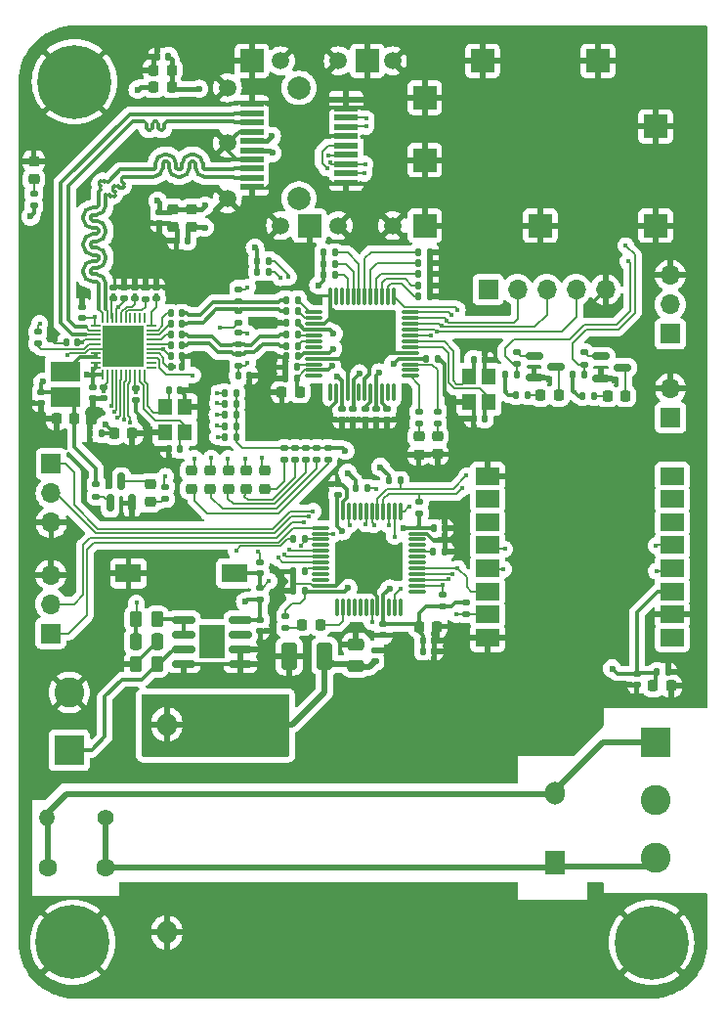
<source format=gbr>
%TF.GenerationSoftware,KiCad,Pcbnew,8.0.4*%
%TF.CreationDate,2025-11-09T23:28:19-03:00*%
%TF.ProjectId,sfp_moduloIC,7366705f-6d6f-4647-956c-6f49432e6b69,v2.0*%
%TF.SameCoordinates,Original*%
%TF.FileFunction,Copper,L1,Top*%
%TF.FilePolarity,Positive*%
%FSLAX46Y46*%
G04 Gerber Fmt 4.6, Leading zero omitted, Abs format (unit mm)*
G04 Created by KiCad (PCBNEW 8.0.4) date 2025-11-09 23:28:19*
%MOMM*%
%LPD*%
G01*
G04 APERTURE LIST*
G04 Aperture macros list*
%AMRoundRect*
0 Rectangle with rounded corners*
0 $1 Rounding radius*
0 $2 $3 $4 $5 $6 $7 $8 $9 X,Y pos of 4 corners*
0 Add a 4 corners polygon primitive as box body*
4,1,4,$2,$3,$4,$5,$6,$7,$8,$9,$2,$3,0*
0 Add four circle primitives for the rounded corners*
1,1,$1+$1,$2,$3*
1,1,$1+$1,$4,$5*
1,1,$1+$1,$6,$7*
1,1,$1+$1,$8,$9*
0 Add four rect primitives between the rounded corners*
20,1,$1+$1,$2,$3,$4,$5,0*
20,1,$1+$1,$4,$5,$6,$7,0*
20,1,$1+$1,$6,$7,$8,$9,0*
20,1,$1+$1,$8,$9,$2,$3,0*%
G04 Aperture macros list end*
%TA.AperFunction,SMDPad,CuDef*%
%ADD10RoundRect,0.140000X-0.140000X-0.170000X0.140000X-0.170000X0.140000X0.170000X-0.140000X0.170000X0*%
%TD*%
%TA.AperFunction,SMDPad,CuDef*%
%ADD11RoundRect,0.140000X-0.170000X0.140000X-0.170000X-0.140000X0.170000X-0.140000X0.170000X0.140000X0*%
%TD*%
%TA.AperFunction,ComponentPad*%
%ADD12R,2.600000X2.600000*%
%TD*%
%TA.AperFunction,ComponentPad*%
%ADD13C,2.600000*%
%TD*%
%TA.AperFunction,SMDPad,CuDef*%
%ADD14RoundRect,0.150000X-0.587500X-0.150000X0.587500X-0.150000X0.587500X0.150000X-0.587500X0.150000X0*%
%TD*%
%TA.AperFunction,SMDPad,CuDef*%
%ADD15RoundRect,0.140000X0.140000X0.170000X-0.140000X0.170000X-0.140000X-0.170000X0.140000X-0.170000X0*%
%TD*%
%TA.AperFunction,SMDPad,CuDef*%
%ADD16RoundRect,0.218750X0.218750X0.256250X-0.218750X0.256250X-0.218750X-0.256250X0.218750X-0.256250X0*%
%TD*%
%TA.AperFunction,SMDPad,CuDef*%
%ADD17RoundRect,0.062500X-0.062500X0.350000X-0.062500X-0.350000X0.062500X-0.350000X0.062500X0.350000X0*%
%TD*%
%TA.AperFunction,SMDPad,CuDef*%
%ADD18RoundRect,0.062500X-0.350000X0.062500X-0.350000X-0.062500X0.350000X-0.062500X0.350000X0.062500X0*%
%TD*%
%TA.AperFunction,HeatsinkPad*%
%ADD19R,3.600000X3.600000*%
%TD*%
%TA.AperFunction,SMDPad,CuDef*%
%ADD20RoundRect,0.218750X-0.256250X0.218750X-0.256250X-0.218750X0.256250X-0.218750X0.256250X0.218750X0*%
%TD*%
%TA.AperFunction,SMDPad,CuDef*%
%ADD21RoundRect,0.135000X0.135000X0.185000X-0.135000X0.185000X-0.135000X-0.185000X0.135000X-0.185000X0*%
%TD*%
%TA.AperFunction,SMDPad,CuDef*%
%ADD22RoundRect,0.135000X-0.185000X0.135000X-0.185000X-0.135000X0.185000X-0.135000X0.185000X0.135000X0*%
%TD*%
%TA.AperFunction,SMDPad,CuDef*%
%ADD23RoundRect,0.250000X0.412500X0.925000X-0.412500X0.925000X-0.412500X-0.925000X0.412500X-0.925000X0*%
%TD*%
%TA.AperFunction,ComponentPad*%
%ADD24C,1.600000*%
%TD*%
%TA.AperFunction,ComponentPad*%
%ADD25C,1.400000*%
%TD*%
%TA.AperFunction,ComponentPad*%
%ADD26O,1.400000X1.400000*%
%TD*%
%TA.AperFunction,SMDPad,CuDef*%
%ADD27RoundRect,0.140000X0.170000X-0.140000X0.170000X0.140000X-0.170000X0.140000X-0.170000X-0.140000X0*%
%TD*%
%TA.AperFunction,SMDPad,CuDef*%
%ADD28RoundRect,0.135000X-0.135000X-0.185000X0.135000X-0.185000X0.135000X0.185000X-0.135000X0.185000X0*%
%TD*%
%TA.AperFunction,ComponentPad*%
%ADD29C,6.400000*%
%TD*%
%TA.AperFunction,SMDPad,CuDef*%
%ADD30RoundRect,0.135000X0.185000X-0.135000X0.185000X0.135000X-0.185000X0.135000X-0.185000X-0.135000X0*%
%TD*%
%TA.AperFunction,ComponentPad*%
%ADD31R,1.700000X1.700000*%
%TD*%
%TA.AperFunction,ComponentPad*%
%ADD32O,1.700000X1.700000*%
%TD*%
%TA.AperFunction,SMDPad,CuDef*%
%ADD33RoundRect,0.250000X0.475000X-0.250000X0.475000X0.250000X-0.475000X0.250000X-0.475000X-0.250000X0*%
%TD*%
%TA.AperFunction,SMDPad,CuDef*%
%ADD34RoundRect,0.225000X0.225000X0.250000X-0.225000X0.250000X-0.225000X-0.250000X0.225000X-0.250000X0*%
%TD*%
%TA.AperFunction,SMDPad,CuDef*%
%ADD35RoundRect,0.218750X0.256250X-0.218750X0.256250X0.218750X-0.256250X0.218750X-0.256250X-0.218750X0*%
%TD*%
%TA.AperFunction,SMDPad,CuDef*%
%ADD36RoundRect,0.150000X0.150000X-0.587500X0.150000X0.587500X-0.150000X0.587500X-0.150000X-0.587500X0*%
%TD*%
%TA.AperFunction,SMDPad,CuDef*%
%ADD37RoundRect,0.225000X-0.225000X-0.250000X0.225000X-0.250000X0.225000X0.250000X-0.225000X0.250000X0*%
%TD*%
%TA.AperFunction,WasherPad*%
%ADD38C,2.000000*%
%TD*%
%TA.AperFunction,SMDPad,CuDef*%
%ADD39R,2.000000X0.500000*%
%TD*%
%TA.AperFunction,ComponentPad*%
%ADD40R,2.000000X2.000000*%
%TD*%
%TA.AperFunction,ComponentPad*%
%ADD41C,1.500000*%
%TD*%
%TA.AperFunction,SMDPad,CuDef*%
%ADD42RoundRect,0.250000X0.262500X0.450000X-0.262500X0.450000X-0.262500X-0.450000X0.262500X-0.450000X0*%
%TD*%
%TA.AperFunction,SMDPad,CuDef*%
%ADD43R,1.200000X1.400000*%
%TD*%
%TA.AperFunction,SMDPad,CuDef*%
%ADD44R,2.000000X1.500000*%
%TD*%
%TA.AperFunction,SMDPad,CuDef*%
%ADD45RoundRect,0.250000X-0.262500X-0.450000X0.262500X-0.450000X0.262500X0.450000X-0.262500X0.450000X0*%
%TD*%
%TA.AperFunction,SMDPad,CuDef*%
%ADD46RoundRect,0.150000X-0.825000X-0.150000X0.825000X-0.150000X0.825000X0.150000X-0.825000X0.150000X0*%
%TD*%
%TA.AperFunction,HeatsinkPad*%
%ADD47R,2.290000X3.000000*%
%TD*%
%TA.AperFunction,SMDPad,CuDef*%
%ADD48RoundRect,0.225000X-0.250000X0.225000X-0.250000X-0.225000X0.250000X-0.225000X0.250000X0.225000X0*%
%TD*%
%TA.AperFunction,ComponentPad*%
%ADD49R,1.700000X2.000000*%
%TD*%
%TA.AperFunction,ComponentPad*%
%ADD50O,1.700000X2.000000*%
%TD*%
%TA.AperFunction,SMDPad,CuDef*%
%ADD51R,2.180000X1.600000*%
%TD*%
%TA.AperFunction,SMDPad,CuDef*%
%ADD52R,2.650000X1.800000*%
%TD*%
%TA.AperFunction,SMDPad,CuDef*%
%ADD53RoundRect,0.250000X-0.250000X-0.475000X0.250000X-0.475000X0.250000X0.475000X-0.250000X0.475000X0*%
%TD*%
%TA.AperFunction,SMDPad,CuDef*%
%ADD54RoundRect,0.075000X0.075000X-0.662500X0.075000X0.662500X-0.075000X0.662500X-0.075000X-0.662500X0*%
%TD*%
%TA.AperFunction,SMDPad,CuDef*%
%ADD55RoundRect,0.075000X0.662500X-0.075000X0.662500X0.075000X-0.662500X0.075000X-0.662500X-0.075000X0*%
%TD*%
%TA.AperFunction,SMDPad,CuDef*%
%ADD56RoundRect,0.075000X-0.662500X-0.075000X0.662500X-0.075000X0.662500X0.075000X-0.662500X0.075000X0*%
%TD*%
%TA.AperFunction,SMDPad,CuDef*%
%ADD57RoundRect,0.075000X-0.075000X-0.662500X0.075000X-0.662500X0.075000X0.662500X-0.075000X0.662500X0*%
%TD*%
%TA.AperFunction,ViaPad*%
%ADD58C,0.600000*%
%TD*%
%TA.AperFunction,ViaPad*%
%ADD59C,0.450000*%
%TD*%
%TA.AperFunction,Conductor*%
%ADD60C,0.500000*%
%TD*%
%TA.AperFunction,Conductor*%
%ADD61C,0.400000*%
%TD*%
%TA.AperFunction,Conductor*%
%ADD62C,0.300000*%
%TD*%
%TA.AperFunction,Conductor*%
%ADD63C,0.200000*%
%TD*%
%TA.AperFunction,Conductor*%
%ADD64C,0.150000*%
%TD*%
%TA.AperFunction,Conductor*%
%ADD65C,0.329000*%
%TD*%
G04 APERTURE END LIST*
D10*
%TO.P,C37,1*%
%TO.N,+3V3*%
X150570001Y-104300000D03*
%TO.P,C37,2*%
%TO.N,GND*%
X151530001Y-104300000D03*
%TD*%
D11*
%TO.P,C13,1*%
%TO.N,Net-(U2-1V2O)*%
X147442501Y-84250000D03*
%TO.P,C13,2*%
%TO.N,GND*%
X147442501Y-85210000D03*
%TD*%
D12*
%TO.P,J8,1,Pin_1*%
%TO.N,/IN*%
X119910536Y-113816266D03*
D13*
%TO.P,J8,2,Pin_2*%
%TO.N,GND*%
X119910536Y-108816266D03*
%TD*%
D14*
%TO.P,Q3,1,B*%
%TO.N,Net-(Q3-B)*%
X160181701Y-79660750D03*
%TO.P,Q3,2,E*%
%TO.N,GND*%
X160181701Y-81560750D03*
%TO.P,Q3,3,C*%
%TO.N,Net-(D12-K)*%
X162056701Y-80610750D03*
%TD*%
D15*
%TO.P,C9,1*%
%TO.N,+3V3*%
X139630001Y-81610000D03*
%TO.P,C9,2*%
%TO.N,GND*%
X138670001Y-81610000D03*
%TD*%
D10*
%TO.P,C35,1*%
%TO.N,+3V3*%
X128690001Y-79695000D03*
%TO.P,C35,2*%
%TO.N,GND*%
X129650001Y-79695000D03*
%TD*%
%TO.P,C19,1*%
%TO.N,/TD-*%
X128690001Y-75995000D03*
%TO.P,C19,2*%
%TO.N,/T-*%
X129650001Y-75995000D03*
%TD*%
D16*
%TO.P,D11,1,K*%
%TO.N,Net-(D11-K)*%
X168104201Y-83155750D03*
%TO.P,D11,2,A*%
%TO.N,Net-(D11-A)*%
X166529201Y-83155750D03*
%TD*%
D17*
%TO.P,U4,1,P3MDICP*%
%TO.N,unconnected-(U4-P3MDICP-Pad1)*%
X126402501Y-76427500D03*
%TO.P,U4,2,P3MDICN*%
%TO.N,unconnected-(U4-P3MDICN-Pad2)*%
X126002501Y-76427500D03*
%TO.P,U4,3,P3MDIDP*%
%TO.N,unconnected-(U4-P3MDIDP-Pad3)*%
X125602501Y-76427500D03*
%TO.P,U4,4,P3MDIDN*%
%TO.N,unconnected-(U4-P3MDIDN-Pad4)*%
X125202501Y-76427500D03*
%TO.P,U4,5,MDIREF*%
%TO.N,Net-(U4-MDIREF)*%
X124802501Y-76427500D03*
%TO.P,U4,6,AVDDL*%
%TO.N,+1V0*%
X124402501Y-76427500D03*
%TO.P,U4,7,AVDDH*%
%TO.N,+3V3*%
X124002501Y-76427500D03*
%TO.P,U4,8,DVDDL*%
%TO.N,+1V0*%
X123602501Y-76427500D03*
%TO.P,U4,9,HSON*%
%TO.N,/HSO-*%
X123202501Y-76427500D03*
%TO.P,U4,10,HSOP*%
%TO.N,/HSO+*%
X122802501Y-76427500D03*
D18*
%TO.P,U4,11,SVDDL*%
%TO.N,+1V0*%
X122165001Y-77065000D03*
%TO.P,U4,12,HSIP*%
%TO.N,/HSI+*%
X122165001Y-77465000D03*
%TO.P,U4,13,HSIN*%
%TO.N,/HSI-*%
X122165001Y-77865000D03*
%TO.P,U4,14,AVDDH*%
%TO.N,+3V3*%
X122165001Y-78265000D03*
%TO.P,U4,15,EN_SWR*%
%TO.N,Net-(U4-EN_SWR)*%
X122165001Y-78665000D03*
%TO.P,U4,16,GND_SWR*%
%TO.N,GND*%
X122165001Y-79065000D03*
%TO.P,U4,17,LX*%
%TO.N,Net-(L1-Pad2)*%
X122165001Y-79465000D03*
%TO.P,U4,18,LX*%
X122165001Y-79865000D03*
%TO.P,U4,19,HV_SWR*%
%TO.N,+3V3*%
X122165001Y-80265000D03*
%TO.P,U4,20,HV_SWR*%
X122165001Y-80665000D03*
D17*
%TO.P,U4,21,DVDDIO*%
X122802501Y-81302500D03*
%TO.P,U4,22,DVDDL*%
%TO.N,+1V0*%
X123202501Y-81302500D03*
%TO.P,U4,23,P6LED1*%
%TO.N,Net-(D6-K)*%
X123602501Y-81302500D03*
%TO.P,U4,24,P6LED0*%
%TO.N,Net-(D7-K)*%
X124002501Y-81302500D03*
%TO.P,U4,25,P3LED2*%
%TO.N,Net-(D8-K)*%
X124402501Y-81302500D03*
%TO.P,U4,26,P3LED1*%
%TO.N,Net-(D9-K)*%
X124802501Y-81302500D03*
%TO.P,U4,27,P3LED0*%
%TO.N,Net-(D10-K)*%
X125202501Y-81302500D03*
%TO.P,U4,28,AVDDH*%
%TO.N,+3V3*%
X125602501Y-81302500D03*
%TO.P,U4,29,XTALO*%
%TO.N,Net-(U4-XTALO)*%
X126002501Y-81302500D03*
%TO.P,U4,30,XTALI*%
%TO.N,Net-(U4-XTALI)*%
X126402501Y-81302500D03*
D18*
%TO.P,U4,31,SDA*%
%TO.N,unconnected-(U4-SDA-Pad31)*%
X127040001Y-80665000D03*
%TO.P,U4,32,SCK*%
%TO.N,unconnected-(U4-SCK-Pad32)*%
X127040001Y-80265000D03*
%TO.P,U4,33,nRESET*%
%TO.N,/RST3*%
X127040001Y-79865000D03*
%TO.P,U4,34,PLLVDDL*%
%TO.N,+1V0*%
X127040001Y-79465000D03*
%TO.P,U4,35,AVDDH*%
%TO.N,+3V3*%
X127040001Y-79065000D03*
%TO.P,U4,36,P3MDIAP*%
%TO.N,/RD+*%
X127040001Y-78665000D03*
%TO.P,U4,37,P3MDIAN*%
%TO.N,/RD-*%
X127040001Y-78265000D03*
%TO.P,U4,38,P3MDIBP*%
%TO.N,/TD+*%
X127040001Y-77865000D03*
%TO.P,U4,39,P3MDIBN*%
%TO.N,/TD-*%
X127040001Y-77465000D03*
%TO.P,U4,40,AVDDL*%
%TO.N,+1V0*%
X127040001Y-77065000D03*
D19*
%TO.P,U4,41,EGND*%
%TO.N,GND*%
X124602501Y-78865000D03*
%TD*%
D15*
%TO.P,C46,1*%
%TO.N,+3V3*%
X122685001Y-86410000D03*
%TO.P,C46,2*%
%TO.N,GND*%
X121725001Y-86410000D03*
%TD*%
D20*
%TO.P,D10,1,K*%
%TO.N,Net-(D10-K)*%
X130480001Y-89615000D03*
%TO.P,D10,2,A*%
%TO.N,Net-(D10-A)*%
X130480001Y-91190000D03*
%TD*%
D10*
%TO.P,C3,1*%
%TO.N,GND*%
X154940001Y-85140000D03*
%TO.P,C3,2*%
%TO.N,Net-(U2-XI{slash}CLKIN)*%
X155900001Y-85140000D03*
%TD*%
D21*
%TO.P,R16,1*%
%TO.N,Net-(U2-PMODE1)*%
X142920001Y-71690000D03*
%TO.P,R16,2*%
%TO.N,+3V3*%
X141900001Y-71690000D03*
%TD*%
D22*
%TO.P,R52,1*%
%TO.N,Net-(Q2-B)*%
X164524201Y-79390750D03*
%TO.P,R52,2*%
%TO.N,/LOS*%
X164524201Y-80410750D03*
%TD*%
D23*
%TO.P,C14,1*%
%TO.N,+3V3*%
X142043036Y-105666266D03*
%TO.P,C14,2*%
%TO.N,GND*%
X138968036Y-105666266D03*
%TD*%
D24*
%TO.P,C11,1*%
%TO.N,/L*%
X123019536Y-123938266D03*
%TO.P,C11,2*%
%TO.N,/N*%
X118019536Y-123938266D03*
%TD*%
D15*
%TO.P,C4,1*%
%TO.N,GND*%
X155900001Y-80010000D03*
%TO.P,C4,2*%
%TO.N,Net-(U2-XO)*%
X154940001Y-80010000D03*
%TD*%
D25*
%TO.P,RV1,1*%
%TO.N,/L*%
X123059536Y-119688266D03*
D26*
%TO.P,RV1,2*%
%TO.N,/N*%
X117979536Y-119688266D03*
%TD*%
D22*
%TO.P,R40,1*%
%TO.N,+3V3*%
X139490001Y-87670000D03*
%TO.P,R40,2*%
%TO.N,Net-(D7-A)*%
X139490001Y-88690000D03*
%TD*%
D27*
%TO.P,C47,1*%
%TO.N,/RESET*%
X136460001Y-98490000D03*
%TO.P,C47,2*%
%TO.N,GND*%
X136460001Y-97530000D03*
%TD*%
D15*
%TO.P,C2,1*%
%TO.N,+3V3*%
X139690001Y-76820000D03*
%TO.P,C2,2*%
%TO.N,GND*%
X138730001Y-76820000D03*
%TD*%
D21*
%TO.P,R17,1*%
%TO.N,Net-(U2-PMODE0)*%
X142920001Y-72640000D03*
%TO.P,R17,2*%
%TO.N,+3V3*%
X141900001Y-72640000D03*
%TD*%
%TO.P,R57,1*%
%TO.N,/LOS*%
X164574201Y-81300750D03*
%TO.P,R57,2*%
%TO.N,+3V3*%
X163554201Y-81300750D03*
%TD*%
D27*
%TO.P,C26,1*%
%TO.N,+1V0*%
X123730001Y-74710000D03*
%TO.P,C26,2*%
%TO.N,GND*%
X123730001Y-73750000D03*
%TD*%
D28*
%TO.P,R29,1*%
%TO.N,GND*%
X138620001Y-80660000D03*
%TO.P,R29,2*%
%TO.N,Net-(U2-EXRES1)*%
X139640001Y-80660000D03*
%TD*%
D29*
%TO.P,H1,1,1*%
%TO.N,GND*%
X120355536Y-55941266D03*
%TD*%
D20*
%TO.P,D6,1,K*%
%TO.N,Net-(D6-K)*%
X136880001Y-89622500D03*
%TO.P,D6,2,A*%
%TO.N,Net-(D6-A)*%
X136880001Y-91197500D03*
%TD*%
D22*
%TO.P,R27,1*%
%TO.N,/T+*%
X134595500Y-75764501D03*
%TO.P,R27,2*%
%TO.N,+3V3*%
X134595500Y-76784501D03*
%TD*%
D28*
%TO.P,R12,1*%
%TO.N,Net-(R12-Pad1)*%
X150150001Y-72610000D03*
%TO.P,R12,2*%
%TO.N,GND*%
X151170001Y-72610000D03*
%TD*%
D15*
%TO.P,C5,1*%
%TO.N,+3V3*%
X139690001Y-79730000D03*
%TO.P,C5,2*%
%TO.N,GND*%
X138730001Y-79730000D03*
%TD*%
D16*
%TO.P,D4,1,K*%
%TO.N,Net-(D4-K)*%
X141643036Y-102966266D03*
%TO.P,D4,2,A*%
%TO.N,Net-(D4-A)*%
X140068036Y-102966266D03*
%TD*%
D20*
%TO.P,D8,1,K*%
%TO.N,Net-(D8-K)*%
X133680001Y-89622500D03*
%TO.P,D8,2,A*%
%TO.N,Net-(D8-A)*%
X133680001Y-91197500D03*
%TD*%
D22*
%TO.P,R24,1*%
%TO.N,Net-(U2-ACTLED)*%
X151798801Y-84487600D03*
%TO.P,R24,2*%
%TO.N,Net-(D2-A)*%
X151798801Y-85507600D03*
%TD*%
D10*
%TO.P,C23,1*%
%TO.N,/RC*%
X134540001Y-81390000D03*
%TO.P,C23,2*%
%TO.N,GND*%
X135500001Y-81390000D03*
%TD*%
D20*
%TO.P,D5,1,K*%
%TO.N,Net-(D5-K)*%
X126910001Y-90762500D03*
%TO.P,D5,2,A*%
%TO.N,Net-(D5-A)*%
X126910001Y-92337500D03*
%TD*%
D30*
%TO.P,R26,1*%
%TO.N,/RC*%
X134595500Y-80504501D03*
%TO.P,R26,2*%
%TO.N,/R+*%
X134595500Y-79484501D03*
%TD*%
D20*
%TO.P,D9,1,K*%
%TO.N,Net-(D9-K)*%
X132080001Y-89622500D03*
%TO.P,D9,2,A*%
%TO.N,Net-(D9-A)*%
X132080001Y-91197500D03*
%TD*%
D11*
%TO.P,C52,1*%
%TO.N,+3V3*%
X169070536Y-107176266D03*
%TO.P,C52,2*%
%TO.N,GND*%
X169070536Y-108136266D03*
%TD*%
D21*
%TO.P,R21,1*%
%TO.N,Net-(U2-RXN)*%
X139700001Y-77850000D03*
%TO.P,R21,2*%
%TO.N,/R-*%
X138680001Y-77850000D03*
%TD*%
D15*
%TO.P,C32,1*%
%TO.N,+3V3*%
X140297501Y-100010000D03*
%TO.P,C32,2*%
%TO.N,GND*%
X139337501Y-100010000D03*
%TD*%
D31*
%TO.P,J1,1,Pin_1*%
%TO.N,/CS3*%
X156210001Y-73940000D03*
D32*
%TO.P,J1,2,Pin_2*%
%TO.N,/MOSI*%
X158750001Y-73940000D03*
%TO.P,J1,3,Pin_3*%
%TO.N,/MISO*%
X161290001Y-73940000D03*
%TO.P,J1,4,Pin_4*%
%TO.N,/SCK*%
X163830001Y-73940000D03*
%TO.P,J1,5,Pin_5*%
%TO.N,GND*%
X166370001Y-73940000D03*
%TD*%
D33*
%TO.P,C16,1*%
%TO.N,+3V3*%
X144755536Y-106566266D03*
%TO.P,C16,2*%
%TO.N,GND*%
X144755536Y-104666266D03*
%TD*%
D22*
%TO.P,R43,1*%
%TO.N,+3V3*%
X142320001Y-87660000D03*
%TO.P,R43,2*%
%TO.N,Net-(D10-A)*%
X142320001Y-88680000D03*
%TD*%
D11*
%TO.P,C6,1*%
%TO.N,+3V3*%
X143532501Y-84250000D03*
%TO.P,C6,2*%
%TO.N,GND*%
X143532501Y-85210000D03*
%TD*%
D31*
%TO.P,J4,1,Pin_1*%
%TO.N,+3V3*%
X171990001Y-77775000D03*
D32*
%TO.P,J4,2,Pin_2*%
%TO.N,Net-(J4-Pin_2)*%
X171990001Y-75235000D03*
%TO.P,J4,3,Pin_3*%
%TO.N,GND*%
X171990001Y-72695000D03*
%TD*%
D10*
%TO.P,C40,1*%
%TO.N,+3V3*%
X150570001Y-105220000D03*
%TO.P,C40,2*%
%TO.N,GND*%
X151530001Y-105220000D03*
%TD*%
D34*
%TO.P,C49,1*%
%TO.N,/VccR*%
X128785001Y-54940000D03*
%TO.P,C49,2*%
%TO.N,GND*%
X127235001Y-54940000D03*
%TD*%
D35*
%TO.P,L3,1,1*%
%TO.N,/VccT*%
X130470001Y-68550000D03*
%TO.P,L3,2,2*%
%TO.N,+3V3*%
X130470001Y-66975000D03*
%TD*%
D21*
%TO.P,R59,1*%
%TO.N,/FAULT*%
X158734201Y-81300750D03*
%TO.P,R59,2*%
%TO.N,+3V3*%
X157714201Y-81300750D03*
%TD*%
%TO.P,R58,1*%
%TO.N,Net-(D12-A)*%
X159614201Y-83090750D03*
%TO.P,R58,2*%
%TO.N,+3V3*%
X158594201Y-83090750D03*
%TD*%
D22*
%TO.P,R41,1*%
%TO.N,+3V3*%
X140430001Y-87660000D03*
%TO.P,R41,2*%
%TO.N,Net-(D8-A)*%
X140430001Y-88680000D03*
%TD*%
D11*
%TO.P,C17,1*%
%TO.N,+3V3*%
X136447501Y-102533750D03*
%TO.P,C17,2*%
%TO.N,GND*%
X136447501Y-103493750D03*
%TD*%
D36*
%TO.P,Q1,1,B*%
%TO.N,Net-(Q1-B)*%
X123470001Y-92427500D03*
%TO.P,Q1,2,E*%
%TO.N,GND*%
X125370001Y-92427500D03*
%TO.P,Q1,3,C*%
%TO.N,Net-(D5-K)*%
X124420001Y-90552500D03*
%TD*%
D16*
%TO.P,D12,1,K*%
%TO.N,Net-(D12-K)*%
X162319201Y-83110750D03*
%TO.P,D12,2,A*%
%TO.N,Net-(D12-A)*%
X160744201Y-83110750D03*
%TD*%
D28*
%TO.P,R48,1*%
%TO.N,/BOOT1*%
X151450001Y-96590000D03*
%TO.P,R48,2*%
%TO.N,GND*%
X152470001Y-96590000D03*
%TD*%
D11*
%TO.P,C38,1*%
%TO.N,+3V3*%
X125670001Y-82500000D03*
%TO.P,C38,2*%
%TO.N,GND*%
X125670001Y-83460000D03*
%TD*%
D10*
%TO.P,C21,1*%
%TO.N,/RD-*%
X128690001Y-77845000D03*
%TO.P,C21,2*%
%TO.N,/R-*%
X129650001Y-77845000D03*
%TD*%
D37*
%TO.P,C54,1*%
%TO.N,+3V3*%
X170500536Y-108246266D03*
%TO.P,C54,2*%
%TO.N,GND*%
X172050536Y-108246266D03*
%TD*%
D11*
%TO.P,C33,1*%
%TO.N,+1V0*%
X122910001Y-82400000D03*
%TO.P,C33,2*%
%TO.N,GND*%
X122910001Y-83360000D03*
%TD*%
D38*
%TO.P,J6,*%
%TO.N,*%
X139815001Y-66070000D03*
X139815001Y-56470000D03*
D39*
%TO.P,J6,1,VeeT*%
%TO.N,GND*%
X143915001Y-64670000D03*
%TO.P,J6,2,TX_FAULT*%
%TO.N,/FAULT*%
X143915001Y-63870000D03*
%TO.P,J6,3,TX_DISABLE*%
%TO.N,/CTRL*%
X143915001Y-63070000D03*
%TO.P,J6,4,MOD_DEF2*%
%TO.N,/SDA*%
X143915001Y-62270000D03*
%TO.P,J6,5,MOD_DEF1*%
%TO.N,/SCL*%
X143915001Y-61470000D03*
%TO.P,J6,6,MOD_DEF0*%
%TO.N,GND*%
X143915001Y-60670000D03*
%TO.P,J6,7,RATE_SELECT*%
%TO.N,Net-(J4-Pin_2)*%
X143915001Y-59870000D03*
%TO.P,J6,8,RX_LOS*%
%TO.N,/LOS*%
X143915001Y-59070000D03*
%TO.P,J6,9,VeeR*%
%TO.N,GND*%
X143915001Y-58270000D03*
%TO.P,J6,10,VeeR*%
X143915001Y-57470000D03*
%TO.P,J6,11,VeeR*%
X135715001Y-57870000D03*
%TO.P,J6,12,RD-*%
%TO.N,/HSI-*%
X135715001Y-58670000D03*
%TO.P,J6,13,RD+*%
%TO.N,/HSI+*%
X135715001Y-59470000D03*
%TO.P,J6,14,VeeR*%
%TO.N,GND*%
X135715001Y-60270000D03*
%TO.P,J6,15,VccR*%
%TO.N,/VccR*%
X135715001Y-61070000D03*
%TO.P,J6,16,VccT*%
%TO.N,/VccT*%
X135715001Y-61870000D03*
%TO.P,J6,17,VeeT*%
%TO.N,GND*%
X135715001Y-62670000D03*
%TO.P,J6,18,TD+*%
%TO.N,/HSO+*%
X135715001Y-63470000D03*
%TO.P,J6,19,TD-*%
%TO.N,/HSO-*%
X135715001Y-64270000D03*
%TO.P,J6,20,VeeT*%
%TO.N,GND*%
X135715001Y-65070000D03*
D40*
%TO.P,J6,CAGE,CAGE*%
X170715001Y-68395000D03*
X170715001Y-59820000D03*
X165715001Y-54145000D03*
X160715001Y-68395000D03*
X155715001Y-54145000D03*
X150715001Y-68395000D03*
X150715001Y-62720000D03*
X150715001Y-57320000D03*
D41*
X147915001Y-68395000D03*
X147915001Y-54145000D03*
D40*
X145715001Y-54145000D03*
D41*
X143215001Y-68395000D03*
X143215001Y-54145000D03*
D40*
X140715001Y-68395000D03*
D41*
X138215001Y-68395000D03*
X138215001Y-54145000D03*
D40*
X135715001Y-54145000D03*
D41*
X133615001Y-66070000D03*
X133615001Y-61270000D03*
X133615001Y-56470000D03*
%TD*%
D37*
%TO.P,C43,1*%
%TO.N,+3V3*%
X150205001Y-103100000D03*
%TO.P,C43,2*%
%TO.N,GND*%
X151755001Y-103100000D03*
%TD*%
D10*
%TO.P,C24,1*%
%TO.N,GND*%
X128540001Y-87760000D03*
%TO.P,C24,2*%
%TO.N,Net-(U4-XTALO)*%
X129500001Y-87760000D03*
%TD*%
D35*
%TO.P,D1,1,K*%
%TO.N,GND*%
X150190001Y-88230000D03*
%TO.P,D1,2,A*%
%TO.N,Net-(D1-A)*%
X150190001Y-86655000D03*
%TD*%
D42*
%TO.P,R1,1*%
%TO.N,/IN*%
X127510001Y-106350000D03*
%TO.P,R1,2*%
%TO.N,GND*%
X125685001Y-106350000D03*
%TD*%
D21*
%TO.P,R22,1*%
%TO.N,Net-(U2-RXP)*%
X139700001Y-78800000D03*
%TO.P,R22,2*%
%TO.N,/R+*%
X138680001Y-78800000D03*
%TD*%
D10*
%TO.P,C22,1*%
%TO.N,/RD+*%
X128690001Y-78775000D03*
%TO.P,C22,2*%
%TO.N,/R+*%
X129650001Y-78775000D03*
%TD*%
D31*
%TO.P,J3,1,Pin_1*%
%TO.N,/SWCLK*%
X118305536Y-103696266D03*
D32*
%TO.P,J3,2,Pin_2*%
%TO.N,/SWDIO*%
X118305536Y-101156266D03*
%TO.P,J3,3,Pin_3*%
%TO.N,GND*%
X118305536Y-98616266D03*
%TD*%
D21*
%TO.P,R34,1*%
%TO.N,+3V3*%
X134370001Y-82900000D03*
%TO.P,R34,2*%
%TO.N,Net-(D6-K)*%
X133350001Y-82900000D03*
%TD*%
D20*
%TO.P,D7,1,K*%
%TO.N,Net-(D7-K)*%
X135280001Y-89620000D03*
%TO.P,D7,2,A*%
%TO.N,Net-(D7-A)*%
X135280001Y-91195000D03*
%TD*%
D43*
%TO.P,Y2,1,1*%
%TO.N,Net-(U4-XTALI)*%
X128240001Y-84100000D03*
%TO.P,Y2,2,2*%
%TO.N,GND*%
X128240001Y-86300000D03*
%TO.P,Y2,3,3*%
%TO.N,Net-(U4-XTALO)*%
X129940001Y-86300000D03*
%TO.P,Y2,4,4*%
%TO.N,GND*%
X129940001Y-84100000D03*
%TD*%
D31*
%TO.P,J2,1,Pin_1*%
%TO.N,/TX1*%
X118350001Y-89026266D03*
D32*
%TO.P,J2,2,Pin_2*%
%TO.N,/RX1*%
X118350001Y-91566266D03*
%TO.P,J2,3,Pin_3*%
%TO.N,GND*%
X118350001Y-94106266D03*
%TD*%
D28*
%TO.P,R10,1*%
%TO.N,Net-(R10-Pad1)*%
X150150001Y-74500000D03*
%TO.P,R10,2*%
%TO.N,GND*%
X151170001Y-74500000D03*
%TD*%
D21*
%TO.P,R7,1*%
%TO.N,/RST1*%
X148605201Y-90475600D03*
%TO.P,R7,2*%
%TO.N,+3V3*%
X147585201Y-90475600D03*
%TD*%
%TO.P,R55,1*%
%TO.N,/SCL*%
X137210001Y-71440000D03*
%TO.P,R55,2*%
%TO.N,+3V3*%
X136190001Y-71440000D03*
%TD*%
D27*
%TO.P,C29,1*%
%TO.N,+1V0*%
X125580001Y-74720000D03*
%TO.P,C29,2*%
%TO.N,GND*%
X125580001Y-73760000D03*
%TD*%
D10*
%TO.P,C1,1*%
%TO.N,+3V3*%
X150852501Y-79910000D03*
%TO.P,C1,2*%
%TO.N,GND*%
X151812501Y-79910000D03*
%TD*%
D44*
%TO.P,U5,1,ANT*%
%TO.N,/ANT*%
X172160001Y-104070000D03*
%TO.P,U5,2,GND*%
%TO.N,GND*%
X172160001Y-102070000D03*
%TO.P,U5,3,VDD*%
%TO.N,+3V3*%
X172160001Y-100070000D03*
%TO.P,U5,4,~{RESET}*%
%TO.N,/RST2*%
X172160001Y-98070000D03*
%TO.P,U5,5,DIO0*%
%TO.N,/INT2*%
X172160001Y-96070000D03*
%TO.P,U5,6,DIO1*%
%TO.N,unconnected-(U5-DIO1-Pad6)*%
X172160001Y-94070000D03*
%TO.P,U5,7,DIO2*%
%TO.N,unconnected-(U5-DIO2-Pad7)*%
X172160001Y-92070000D03*
%TO.P,U5,8,DIO3*%
%TO.N,unconnected-(U5-DIO3-Pad8)*%
X172160001Y-90070000D03*
%TO.P,U5,9,GND*%
%TO.N,GND*%
X156160001Y-90070000D03*
%TO.P,U5,10,DIO4*%
%TO.N,unconnected-(U5-DIO4-Pad10)*%
X156160001Y-92070000D03*
%TO.P,U5,11,DIO5*%
%TO.N,unconnected-(U5-DIO5-Pad11)*%
X156160001Y-94070000D03*
%TO.P,U5,12,SCK*%
%TO.N,/SCK*%
X156160001Y-96070000D03*
%TO.P,U5,13,MISO*%
%TO.N,/MISO*%
X156160001Y-98070000D03*
%TO.P,U5,14,MOSI*%
%TO.N,/MOSI*%
X156160001Y-100070000D03*
%TO.P,U5,15,~{NSS}*%
%TO.N,/CS2*%
X156160001Y-102070000D03*
%TO.P,U5,16,GND*%
%TO.N,GND*%
X156160001Y-104070000D03*
%TD*%
D45*
%TO.P,R18,1*%
%TO.N,/OUT*%
X125677501Y-102470000D03*
%TO.P,R18,2*%
%TO.N,Net-(U1A--)*%
X127502501Y-102470000D03*
%TD*%
D10*
%TO.P,C27,1*%
%TO.N,+1V0*%
X128690001Y-80625000D03*
%TO.P,C27,2*%
%TO.N,GND*%
X129650001Y-80625000D03*
%TD*%
D22*
%TO.P,R42,1*%
%TO.N,+3V3*%
X141370001Y-87660000D03*
%TO.P,R42,2*%
%TO.N,Net-(D9-A)*%
X141370001Y-88680000D03*
%TD*%
D21*
%TO.P,R20,1*%
%TO.N,Net-(U2-TXP)*%
X139700001Y-75790000D03*
%TO.P,R20,2*%
%TO.N,/T+*%
X138680001Y-75790000D03*
%TD*%
%TO.P,R19,1*%
%TO.N,Net-(U2-TXN)*%
X139700001Y-74830000D03*
%TO.P,R19,2*%
%TO.N,/T-*%
X138680001Y-74830000D03*
%TD*%
D16*
%TO.P,L2,1,1*%
%TO.N,/VccR*%
X128797501Y-56400000D03*
%TO.P,L2,2,2*%
%TO.N,+3V3*%
X127222501Y-56400000D03*
%TD*%
D11*
%TO.P,C34,1*%
%TO.N,+3V3*%
X147127501Y-102900000D03*
%TO.P,C34,2*%
%TO.N,GND*%
X147127501Y-103860000D03*
%TD*%
D28*
%TO.P,R14,1*%
%TO.N,Net-(R14-Pad1)*%
X150150001Y-70720000D03*
%TO.P,R14,2*%
%TO.N,GND*%
X151170001Y-70720000D03*
%TD*%
D22*
%TO.P,R9,1*%
%TO.N,/CS1*%
X152220001Y-100310000D03*
%TO.P,R9,2*%
%TO.N,+3V3*%
X152220001Y-101330000D03*
%TD*%
%TO.P,R33,1*%
%TO.N,+1V0*%
X122240001Y-90822500D03*
%TO.P,R33,2*%
%TO.N,Net-(Q1-B)*%
X122240001Y-91842500D03*
%TD*%
D27*
%TO.P,C28,1*%
%TO.N,+3V3*%
X143180001Y-91730000D03*
%TO.P,C28,2*%
%TO.N,GND*%
X143180001Y-90770000D03*
%TD*%
D21*
%TO.P,R35,1*%
%TO.N,+3V3*%
X134380001Y-83860000D03*
%TO.P,R35,2*%
%TO.N,Net-(D7-K)*%
X133360001Y-83860000D03*
%TD*%
%TO.P,R32,1*%
%TO.N,/RST3*%
X140310001Y-95550000D03*
%TO.P,R32,2*%
%TO.N,+3V3*%
X139290001Y-95550000D03*
%TD*%
D30*
%TO.P,R46,1*%
%TO.N,Net-(U4-MDIREF)*%
X126520001Y-74770000D03*
%TO.P,R46,2*%
%TO.N,GND*%
X126520001Y-73750000D03*
%TD*%
%TO.P,R44,1*%
%TO.N,Net-(D5-A)*%
X128210001Y-92060000D03*
%TO.P,R44,2*%
%TO.N,+3V3*%
X128210001Y-91040000D03*
%TD*%
D35*
%TO.P,D2,1,K*%
%TO.N,GND*%
X151808801Y-88195100D03*
%TO.P,D2,2,A*%
%TO.N,Net-(D2-A)*%
X151808801Y-86620100D03*
%TD*%
D29*
%TO.P,H2,1,1*%
%TO.N,GND*%
X170370001Y-130455732D03*
%TD*%
D43*
%TO.P,Y1,1,1*%
%TO.N,Net-(U2-XO)*%
X154570001Y-81470000D03*
%TO.P,Y1,2,2*%
%TO.N,GND*%
X154570001Y-83670000D03*
%TO.P,Y1,3,3*%
%TO.N,Net-(U2-XI{slash}CLKIN)*%
X156270001Y-83670000D03*
%TO.P,Y1,4,4*%
%TO.N,GND*%
X156270001Y-81470000D03*
%TD*%
D30*
%TO.P,R25,1*%
%TO.N,/T-*%
X134605500Y-74914501D03*
%TO.P,R25,2*%
%TO.N,+3V3*%
X134605500Y-73894501D03*
%TD*%
D11*
%TO.P,C41,1*%
%TO.N,+3V3*%
X121970001Y-82400000D03*
%TO.P,C41,2*%
%TO.N,GND*%
X121970001Y-83360000D03*
%TD*%
D21*
%TO.P,R36,1*%
%TO.N,+3V3*%
X134390001Y-84800000D03*
%TO.P,R36,2*%
%TO.N,Net-(D8-K)*%
X133370001Y-84800000D03*
%TD*%
D31*
%TO.P,J5,1,Pin_1*%
%TO.N,/CTRL*%
X172010001Y-85035000D03*
D32*
%TO.P,J5,2,Pin_2*%
%TO.N,GND*%
X172010001Y-82495000D03*
%TD*%
D21*
%TO.P,R54,1*%
%TO.N,/SDA*%
X137210001Y-72390000D03*
%TO.P,R54,2*%
%TO.N,+3V3*%
X136190001Y-72390000D03*
%TD*%
D46*
%TO.P,U1,1*%
%TO.N,Net-(U1A--)*%
X129805001Y-102535000D03*
%TO.P,U1,2,-*%
X129805001Y-103805000D03*
%TO.P,U1,3,+*%
%TO.N,/IN*%
X129805001Y-105075000D03*
%TO.P,U1,4,V-*%
%TO.N,GND*%
X129805001Y-106345000D03*
%TO.P,U1,5,+*%
X134755001Y-106345000D03*
%TO.P,U1,6,-*%
X134755001Y-105075000D03*
%TO.P,U1,7*%
%TO.N,unconnected-(U1-Pad7)*%
X134755001Y-103805000D03*
%TO.P,U1,8,V+*%
%TO.N,+3V3*%
X134755001Y-102535000D03*
D47*
%TO.P,U1,9,TERM*%
%TO.N,unconnected-(U1B-TERM-Pad9)*%
X132280001Y-104440000D03*
%TD*%
D48*
%TO.P,C56,1*%
%TO.N,+3V3*%
X128920001Y-66987500D03*
%TO.P,C56,2*%
%TO.N,GND*%
X128920001Y-68537500D03*
%TD*%
D15*
%TO.P,C25,1*%
%TO.N,GND*%
X129500001Y-82640000D03*
%TO.P,C25,2*%
%TO.N,Net-(U4-XTALI)*%
X128540001Y-82640000D03*
%TD*%
D11*
%TO.P,C7,1*%
%TO.N,+3V3*%
X144452501Y-84240000D03*
%TO.P,C7,2*%
%TO.N,GND*%
X144452501Y-85200000D03*
%TD*%
D15*
%TO.P,C50,1*%
%TO.N,/VccR*%
X128500001Y-53750000D03*
%TO.P,C50,2*%
%TO.N,GND*%
X127540001Y-53750000D03*
%TD*%
D14*
%TO.P,Q2,1,B*%
%TO.N,Net-(Q2-B)*%
X165984201Y-79730750D03*
%TO.P,Q2,2,E*%
%TO.N,GND*%
X165984201Y-81630750D03*
%TO.P,Q2,3,C*%
%TO.N,Net-(D11-K)*%
X167859201Y-80680750D03*
%TD*%
D10*
%TO.P,C30,1*%
%TO.N,+3V3*%
X151467501Y-94620000D03*
%TO.P,C30,2*%
%TO.N,GND*%
X152427501Y-94620000D03*
%TD*%
D21*
%TO.P,R47,1*%
%TO.N,/BOOT0*%
X140310001Y-98330000D03*
%TO.P,R47,2*%
%TO.N,GND*%
X139290001Y-98330000D03*
%TD*%
D29*
%TO.P,H3,1,1*%
%TO.N,GND*%
X120200000Y-130445731D03*
%TD*%
D21*
%TO.P,R51,1*%
%TO.N,/RST2*%
X145709601Y-91136000D03*
%TO.P,R51,2*%
%TO.N,+3V3*%
X144689601Y-91136000D03*
%TD*%
D15*
%TO.P,C53,1*%
%TO.N,/VccT*%
X130150001Y-69722500D03*
%TO.P,C53,2*%
%TO.N,GND*%
X129190001Y-69722500D03*
%TD*%
D27*
%TO.P,C36,1*%
%TO.N,+1V0*%
X121018801Y-76420000D03*
%TO.P,C36,2*%
%TO.N,GND*%
X121018801Y-75460000D03*
%TD*%
D37*
%TO.P,C48,1*%
%TO.N,+3V3*%
X123820001Y-86390000D03*
%TO.P,C48,2*%
%TO.N,GND*%
X125370001Y-86390000D03*
%TD*%
D21*
%TO.P,R37,1*%
%TO.N,+3V3*%
X134400001Y-85750000D03*
%TO.P,R37,2*%
%TO.N,Net-(D9-K)*%
X133380001Y-85750000D03*
%TD*%
D49*
%TO.P,PS1,1,AC/L*%
%TO.N,/L*%
X161963036Y-123573766D03*
D50*
%TO.P,PS1,2,AC/N*%
%TO.N,/N*%
X161963036Y-117573766D03*
%TO.P,PS1,3,-Vout*%
%TO.N,GND*%
X128363036Y-129573766D03*
%TO.P,PS1,4,+Vout*%
%TO.N,+3V3*%
X128363036Y-111573766D03*
%TD*%
D22*
%TO.P,R49,1*%
%TO.N,/RESET*%
X136450001Y-99720000D03*
%TO.P,R49,2*%
%TO.N,+3V3*%
X136450001Y-100740000D03*
%TD*%
D51*
%TO.P,SW1,1,A*%
%TO.N,GND*%
X125040001Y-98500000D03*
%TO.P,SW1,2,B*%
%TO.N,/RESET*%
X134220001Y-98500000D03*
%TD*%
D21*
%TO.P,R53,1*%
%TO.N,Net-(D11-A)*%
X165404201Y-83160750D03*
%TO.P,R53,2*%
%TO.N,+3V3*%
X164384201Y-83160750D03*
%TD*%
D30*
%TO.P,R31,1*%
%TO.N,Net-(D4-A)*%
X138655536Y-103226266D03*
%TO.P,R31,2*%
%TO.N,+3V3*%
X138655536Y-102206266D03*
%TD*%
D27*
%TO.P,C31,1*%
%TO.N,+1V0*%
X127450001Y-74720000D03*
%TO.P,C31,2*%
%TO.N,GND*%
X127450001Y-73760000D03*
%TD*%
D22*
%TO.P,R23,1*%
%TO.N,Net-(U2-LINKLED)*%
X150228801Y-84507600D03*
%TO.P,R23,2*%
%TO.N,Net-(D1-A)*%
X150228801Y-85527600D03*
%TD*%
D12*
%TO.P,J7,1,Pin_1*%
%TO.N,/N*%
X170700536Y-113161600D03*
D13*
%TO.P,J7,2,Pin_2*%
%TO.N,unconnected-(J7-Pin_2-Pad2)*%
X170700536Y-118161600D03*
%TO.P,J7,3,Pin_3*%
%TO.N,/L*%
X170700536Y-123161600D03*
%TD*%
D10*
%TO.P,C20,1*%
%TO.N,/TD+*%
X128690001Y-76915000D03*
%TO.P,C20,2*%
%TO.N,/T+*%
X129650001Y-76915000D03*
%TD*%
D28*
%TO.P,R13,1*%
%TO.N,Net-(R13-Pad1)*%
X150150001Y-71660000D03*
%TO.P,R13,2*%
%TO.N,GND*%
X151170001Y-71660000D03*
%TD*%
D27*
%TO.P,C18,1*%
%TO.N,+3V3*%
X146405536Y-106096266D03*
%TO.P,C18,2*%
%TO.N,GND*%
X146405536Y-105136266D03*
%TD*%
D22*
%TO.P,R45,1*%
%TO.N,+3V3*%
X117190001Y-77600000D03*
%TO.P,R45,2*%
%TO.N,Net-(U4-EN_SWR)*%
X117190001Y-78620000D03*
%TD*%
D11*
%TO.P,C55,1*%
%TO.N,+3V3*%
X127730001Y-67242500D03*
%TO.P,C55,2*%
%TO.N,GND*%
X127730001Y-68202500D03*
%TD*%
D22*
%TO.P,R8,1*%
%TO.N,/INT1*%
X150250001Y-92290000D03*
%TO.P,R8,2*%
%TO.N,+3V3*%
X150250001Y-93310000D03*
%TD*%
D21*
%TO.P,R15,1*%
%TO.N,Net-(U2-PMODE2)*%
X142920001Y-70750000D03*
%TO.P,R15,2*%
%TO.N,+3V3*%
X141900001Y-70750000D03*
%TD*%
D52*
%TO.P,L1,1,1*%
%TO.N,+1V0*%
X119610001Y-83210000D03*
%TO.P,L1,2,2*%
%TO.N,Net-(L1-Pad2)*%
X119610001Y-81010000D03*
%TD*%
D11*
%TO.P,C15,1*%
%TO.N,Net-(U2-TOCAP)*%
X145582501Y-84252500D03*
%TO.P,C15,2*%
%TO.N,GND*%
X145582501Y-85212500D03*
%TD*%
D22*
%TO.P,R28,1*%
%TO.N,/RC*%
X134595500Y-77624501D03*
%TO.P,R28,2*%
%TO.N,/R-*%
X134595500Y-78644501D03*
%TD*%
D30*
%TO.P,R50,1*%
%TO.N,/CS2*%
X154270001Y-102060000D03*
%TO.P,R50,2*%
%TO.N,+3V3*%
X154270001Y-101040000D03*
%TD*%
D34*
%TO.P,C10,1*%
%TO.N,+3V3*%
X139880001Y-82800000D03*
%TO.P,C10,2*%
%TO.N,GND*%
X138330001Y-82800000D03*
%TD*%
D22*
%TO.P,R30,1*%
%TO.N,Net-(D3-A)*%
X116830536Y-65643766D03*
%TO.P,R30,2*%
%TO.N,+3V3*%
X116830536Y-66663766D03*
%TD*%
D53*
%TO.P,C12,1*%
%TO.N,/OUT*%
X125645001Y-104420000D03*
%TO.P,C12,2*%
%TO.N,GND*%
X127545001Y-104420000D03*
%TD*%
D54*
%TO.P,U3,1,VBAT*%
%TO.N,unconnected-(U3-VBAT-Pad1)*%
X143130001Y-101472500D03*
%TO.P,U3,2,PC13*%
%TO.N,Net-(D4-K)*%
X143630001Y-101472500D03*
%TO.P,U3,3,PC14*%
%TO.N,unconnected-(U3-PC14-Pad3)*%
X144130001Y-101472500D03*
%TO.P,U3,4,PC15*%
%TO.N,unconnected-(U3-PC15-Pad4)*%
X144630001Y-101472500D03*
%TO.P,U3,5,PD0*%
%TO.N,unconnected-(U3-PD0-Pad5)*%
X145130001Y-101472500D03*
%TO.P,U3,6,PD1*%
%TO.N,unconnected-(U3-PD1-Pad6)*%
X145630001Y-101472500D03*
%TO.P,U3,7,NRST*%
%TO.N,/RESET*%
X146130001Y-101472500D03*
%TO.P,U3,8,VSSA*%
%TO.N,GND*%
X146630001Y-101472500D03*
%TO.P,U3,9,VDDA*%
%TO.N,+3V3*%
X147130001Y-101472500D03*
%TO.P,U3,10,PA0*%
%TO.N,unconnected-(U3-PA0-Pad10)*%
X147630001Y-101472500D03*
%TO.P,U3,11,PA1*%
%TO.N,/OUT*%
X148130001Y-101472500D03*
%TO.P,U3,12,PA2*%
%TO.N,unconnected-(U3-PA2-Pad12)*%
X148630001Y-101472500D03*
D55*
%TO.P,U3,13,PA3*%
%TO.N,unconnected-(U3-PA3-Pad13)*%
X150042501Y-100060000D03*
%TO.P,U3,14,PA4*%
%TO.N,/CS1*%
X150042501Y-99560000D03*
%TO.P,U3,15,PA5*%
%TO.N,/SCK*%
X150042501Y-99060000D03*
%TO.P,U3,16,PA6*%
%TO.N,/MISO*%
X150042501Y-98560000D03*
%TO.P,U3,17,PA7*%
%TO.N,/MOSI*%
X150042501Y-98060000D03*
%TO.P,U3,18,PB0*%
%TO.N,unconnected-(U3-PB0-Pad18)*%
X150042501Y-97560000D03*
%TO.P,U3,19,PB1*%
%TO.N,unconnected-(U3-PB1-Pad19)*%
X150042501Y-97060000D03*
%TO.P,U3,20,PB2*%
%TO.N,/BOOT1*%
X150042501Y-96560000D03*
%TO.P,U3,21,PB10*%
%TO.N,unconnected-(U3-PB10-Pad21)*%
X150042501Y-96060000D03*
%TO.P,U3,22,PB11*%
%TO.N,unconnected-(U3-PB11-Pad22)*%
X150042501Y-95560000D03*
%TO.P,U3,23,VSS*%
%TO.N,GND*%
X150042501Y-95060000D03*
%TO.P,U3,24,VDD*%
%TO.N,+3V3*%
X150042501Y-94560000D03*
D54*
%TO.P,U3,25,PB12*%
%TO.N,/CS3*%
X148630001Y-93147500D03*
%TO.P,U3,26,PB13*%
%TO.N,/INT2*%
X148130001Y-93147500D03*
%TO.P,U3,27,PB14*%
%TO.N,/RST2*%
X147630001Y-93147500D03*
%TO.P,U3,28,PB15*%
%TO.N,/INT1*%
X147130001Y-93147500D03*
%TO.P,U3,29,PA8*%
%TO.N,/RST1*%
X146630001Y-93147500D03*
%TO.P,U3,30,PA9*%
%TO.N,/TX1*%
X146130001Y-93147500D03*
%TO.P,U3,31,PA10*%
%TO.N,/RX1*%
X145630001Y-93147500D03*
%TO.P,U3,32,PA11*%
%TO.N,unconnected-(U3-PA11-Pad32)*%
X145130001Y-93147500D03*
%TO.P,U3,33,PA12*%
%TO.N,unconnected-(U3-PA12-Pad33)*%
X144630001Y-93147500D03*
%TO.P,U3,34,PA13*%
%TO.N,/SWDIO*%
X144130001Y-93147500D03*
%TO.P,U3,35,VSS*%
%TO.N,GND*%
X143630001Y-93147500D03*
%TO.P,U3,36,VDD*%
%TO.N,+3V3*%
X143130001Y-93147500D03*
D55*
%TO.P,U3,37,PA14*%
%TO.N,/SWCLK*%
X141717501Y-94560000D03*
%TO.P,U3,38,PA15*%
%TO.N,/CS2*%
X141717501Y-95060000D03*
%TO.P,U3,39,PB3*%
%TO.N,/RST3*%
X141717501Y-95560000D03*
%TO.P,U3,40,PB4*%
%TO.N,unconnected-(U3-PB4-Pad40)*%
X141717501Y-96060000D03*
%TO.P,U3,41,PB5*%
%TO.N,/CTRL*%
X141717501Y-96560000D03*
%TO.P,U3,42,PB6*%
%TO.N,/SCL*%
X141717501Y-97060000D03*
%TO.P,U3,43,PB7*%
%TO.N,/SDA*%
X141717501Y-97560000D03*
%TO.P,U3,44,BOOT0*%
%TO.N,/BOOT0*%
X141717501Y-98060000D03*
%TO.P,U3,45,PB8*%
%TO.N,unconnected-(U3-PB8-Pad45)*%
X141717501Y-98560000D03*
%TO.P,U3,46,PB9*%
%TO.N,unconnected-(U3-PB9-Pad46)*%
X141717501Y-99060000D03*
%TO.P,U3,47,VSS*%
%TO.N,GND*%
X141717501Y-99560000D03*
%TO.P,U3,48,VDD*%
%TO.N,+3V3*%
X141717501Y-100060000D03*
%TD*%
D21*
%TO.P,R38,1*%
%TO.N,+3V3*%
X134410001Y-86690000D03*
%TO.P,R38,2*%
%TO.N,Net-(D10-K)*%
X133390001Y-86690000D03*
%TD*%
D15*
%TO.P,C44,1*%
%TO.N,+3V3*%
X120605536Y-78506266D03*
%TO.P,C44,2*%
%TO.N,GND*%
X119645536Y-78506266D03*
%TD*%
D56*
%TO.P,U2,1,TXN*%
%TO.N,Net-(U2-TXN)*%
X141110001Y-75910000D03*
%TO.P,U2,2,TXP*%
%TO.N,Net-(U2-TXP)*%
X141110001Y-76410000D03*
%TO.P,U2,3,AGND*%
%TO.N,GND*%
X141110001Y-76910000D03*
%TO.P,U2,4,AVDD*%
%TO.N,+3V3*%
X141110001Y-77410000D03*
%TO.P,U2,5,RXN*%
%TO.N,Net-(U2-RXN)*%
X141110001Y-77910000D03*
%TO.P,U2,6,RXP*%
%TO.N,Net-(U2-RXP)*%
X141110001Y-78410000D03*
%TO.P,U2,7,DNC*%
%TO.N,unconnected-(U2-DNC-Pad7)*%
X141110001Y-78910000D03*
%TO.P,U2,8,AVDD*%
%TO.N,+3V3*%
X141110001Y-79410000D03*
%TO.P,U2,9,AGND*%
%TO.N,GND*%
X141110001Y-79910000D03*
%TO.P,U2,10,EXRES1*%
%TO.N,Net-(U2-EXRES1)*%
X141110001Y-80410000D03*
%TO.P,U2,11,AVDD*%
%TO.N,+3V3*%
X141110001Y-80910000D03*
%TO.P,U2,12,NC*%
%TO.N,unconnected-(U2-NC-Pad12)*%
X141110001Y-81410000D03*
D57*
%TO.P,U2,13,NC*%
%TO.N,unconnected-(U2-NC-Pad13)*%
X142522501Y-82822500D03*
%TO.P,U2,14,AGND*%
%TO.N,GND*%
X143022501Y-82822500D03*
%TO.P,U2,15,AVDD*%
%TO.N,+3V3*%
X143522501Y-82822500D03*
%TO.P,U2,16,AGND*%
%TO.N,GND*%
X144022501Y-82822500D03*
%TO.P,U2,17,AVDD*%
%TO.N,+3V3*%
X144522501Y-82822500D03*
%TO.P,U2,18,VBG*%
%TO.N,unconnected-(U2-VBG-Pad18)*%
X145022501Y-82822500D03*
%TO.P,U2,19,AGND*%
%TO.N,GND*%
X145522501Y-82822500D03*
%TO.P,U2,20,TOCAP*%
%TO.N,Net-(U2-TOCAP)*%
X146022501Y-82822500D03*
%TO.P,U2,21,AVDD*%
%TO.N,+3V3*%
X146522501Y-82822500D03*
%TO.P,U2,22,1V2O*%
%TO.N,Net-(U2-1V2O)*%
X147022501Y-82822500D03*
%TO.P,U2,23,RSVD*%
%TO.N,unconnected-(U2-RSVD-Pad23)*%
X147522501Y-82822500D03*
%TO.P,U2,24,SPDLED*%
%TO.N,unconnected-(U2-SPDLED-Pad24)*%
X148022501Y-82822500D03*
D56*
%TO.P,U2,25,LINKLED*%
%TO.N,Net-(U2-LINKLED)*%
X149435001Y-81410000D03*
%TO.P,U2,26,DUPLED*%
%TO.N,unconnected-(U2-DUPLED-Pad26)*%
X149435001Y-80910000D03*
%TO.P,U2,27,ACTLED*%
%TO.N,Net-(U2-ACTLED)*%
X149435001Y-80410000D03*
%TO.P,U2,28,VDD*%
%TO.N,+3V3*%
X149435001Y-79910000D03*
%TO.P,U2,29,GND*%
%TO.N,GND*%
X149435001Y-79410000D03*
%TO.P,U2,30,XI/CLKIN*%
%TO.N,Net-(U2-XI{slash}CLKIN)*%
X149435001Y-78910000D03*
%TO.P,U2,31,XO*%
%TO.N,Net-(U2-XO)*%
X149435001Y-78410000D03*
%TO.P,U2,32,~{SCS}*%
%TO.N,/CS1*%
X149435001Y-77910000D03*
%TO.P,U2,33,SCLK*%
%TO.N,/SCK*%
X149435001Y-77410000D03*
%TO.P,U2,34,MISO*%
%TO.N,/MISO*%
X149435001Y-76910000D03*
%TO.P,U2,35,MOSI*%
%TO.N,/MOSI*%
X149435001Y-76410000D03*
%TO.P,U2,36,~{INT}*%
%TO.N,/INT1*%
X149435001Y-75910000D03*
D57*
%TO.P,U2,37,~{RST}*%
%TO.N,/RST1*%
X148022501Y-74497500D03*
%TO.P,U2,38,RSVD*%
%TO.N,Net-(R10-Pad1)*%
X147522501Y-74497500D03*
%TO.P,U2,39,RSVD*%
%TO.N,Net-(R11-Pad1)*%
X147022501Y-74497500D03*
%TO.P,U2,40,RSVD*%
%TO.N,Net-(R12-Pad1)*%
X146522501Y-74497500D03*
%TO.P,U2,41,RSVD*%
%TO.N,Net-(R13-Pad1)*%
X146022501Y-74497500D03*
%TO.P,U2,42,RSVD*%
%TO.N,Net-(R14-Pad1)*%
X145522501Y-74497500D03*
%TO.P,U2,43,PMODE2*%
%TO.N,Net-(U2-PMODE2)*%
X145022501Y-74497500D03*
%TO.P,U2,44,PMODE1*%
%TO.N,Net-(U2-PMODE1)*%
X144522501Y-74497500D03*
%TO.P,U2,45,PMODE0*%
%TO.N,Net-(U2-PMODE0)*%
X144022501Y-74497500D03*
%TO.P,U2,46,NC*%
%TO.N,unconnected-(U2-NC-Pad46)*%
X143522501Y-74497500D03*
%TO.P,U2,47,NC*%
%TO.N,unconnected-(U2-NC-Pad47)*%
X143022501Y-74497500D03*
%TO.P,U2,48,AGND*%
%TO.N,GND*%
X142522501Y-74497500D03*
%TD*%
D28*
%TO.P,R11,1*%
%TO.N,Net-(R11-Pad1)*%
X150150001Y-73560000D03*
%TO.P,R11,2*%
%TO.N,GND*%
X151170001Y-73560000D03*
%TD*%
D22*
%TO.P,R56,1*%
%TO.N,Net-(Q3-B)*%
X158721701Y-79380750D03*
%TO.P,R56,2*%
%TO.N,/FAULT*%
X158721701Y-80400750D03*
%TD*%
%TO.P,R39,1*%
%TO.N,+3V3*%
X138550001Y-87660000D03*
%TO.P,R39,2*%
%TO.N,Net-(D6-A)*%
X138550001Y-88680000D03*
%TD*%
D10*
%TO.P,C51,1*%
%TO.N,+3V3*%
X170825536Y-107016266D03*
%TO.P,C51,2*%
%TO.N,GND*%
X171785536Y-107016266D03*
%TD*%
D11*
%TO.P,C8,1*%
%TO.N,+3V3*%
X146512501Y-84250000D03*
%TO.P,C8,2*%
%TO.N,GND*%
X146512501Y-85210000D03*
%TD*%
D20*
%TO.P,D3,1,K*%
%TO.N,GND*%
X116830536Y-62816266D03*
%TO.P,D3,2,A*%
%TO.N,Net-(D3-A)*%
X116830536Y-64391266D03*
%TD*%
D11*
%TO.P,C39,1*%
%TO.N,+1V0*%
X117490001Y-82820000D03*
%TO.P,C39,2*%
%TO.N,GND*%
X117490001Y-83780000D03*
%TD*%
D34*
%TO.P,C42,1*%
%TO.N,+1V0*%
X120375001Y-85140000D03*
%TO.P,C42,2*%
%TO.N,GND*%
X118825001Y-85140000D03*
%TD*%
D27*
%TO.P,C45,1*%
%TO.N,+3V3*%
X124660001Y-74720000D03*
%TO.P,C45,2*%
%TO.N,GND*%
X124660001Y-73760000D03*
%TD*%
D58*
%TO.N,GND*%
X141592801Y-84532000D03*
D59*
X130505536Y-82496266D03*
D58*
X123106536Y-77372266D03*
X141694401Y-60351200D03*
X156426401Y-78994800D03*
X138745536Y-70496266D03*
D59*
X119725536Y-79616266D03*
D58*
X143726401Y-97943200D03*
X148430536Y-104916266D03*
D59*
X118425536Y-77486266D03*
X136290001Y-96660000D03*
D58*
X154050001Y-95708000D03*
D59*
X165190001Y-75840000D03*
D58*
X136835536Y-76820000D03*
X126109536Y-80378266D03*
X145656801Y-77064400D03*
X127345536Y-69766266D03*
X126109536Y-77358266D03*
X167196001Y-81839600D03*
X125840001Y-55160000D03*
X123109536Y-80368266D03*
X132042401Y-80417200D03*
X146105536Y-99966266D03*
X147185536Y-78696266D03*
X126810001Y-86290000D03*
D59*
X141470001Y-74630000D03*
D58*
X121069601Y-74372000D03*
X139115536Y-51896266D03*
X145905536Y-79466266D03*
X161455601Y-81738000D03*
%TO.N,+3V3*%
X166955536Y-106741266D03*
X142659601Y-80569600D03*
X148850001Y-94560000D03*
X143116801Y-81433200D03*
X147993601Y-80366400D03*
X130853536Y-112678266D03*
X136949536Y-112678266D03*
X121460001Y-81320000D03*
D59*
X124125536Y-75476266D03*
D58*
X144082001Y-99766266D03*
X137965536Y-109376266D03*
X136004801Y-70308000D03*
X145060001Y-81210000D03*
X137965536Y-113694266D03*
X136949536Y-110392266D03*
X132885536Y-110392266D03*
X127580001Y-66262500D03*
X142820001Y-77740000D03*
X132885536Y-113694266D03*
X147665001Y-99835000D03*
D59*
X134380001Y-96530000D03*
X128240001Y-90100000D03*
D58*
X134917536Y-110392266D03*
D59*
X121015536Y-78486266D03*
D58*
X130853536Y-110392266D03*
X134917536Y-113694266D03*
X133901536Y-112678266D03*
X130853536Y-109376266D03*
X136949536Y-109376266D03*
X130853536Y-113694266D03*
D59*
X128030001Y-79115000D03*
D58*
X132885536Y-112678266D03*
D59*
X135350001Y-73720000D03*
D58*
X129837536Y-112678266D03*
X134917536Y-112678266D03*
X135933536Y-113694266D03*
X128821536Y-109376266D03*
X134917536Y-109376266D03*
X132885536Y-109376266D03*
X141491201Y-73559200D03*
X131869536Y-110392266D03*
X126789536Y-109376266D03*
X127805536Y-109376266D03*
D59*
X125662040Y-82805001D03*
D58*
X131869536Y-109376266D03*
X135933536Y-110392266D03*
X125840001Y-56630000D03*
X133901536Y-110392266D03*
X137965536Y-110392266D03*
X135933536Y-109376266D03*
D59*
X157735901Y-82855901D03*
X117350001Y-76870000D03*
D58*
X143828001Y-87884800D03*
X128821536Y-113694266D03*
X146876001Y-89307200D03*
X146790001Y-81120000D03*
X137965536Y-112678266D03*
X131869536Y-112678266D03*
X129837536Y-113694266D03*
X136949536Y-113694266D03*
X133901536Y-113694266D03*
X127805536Y-113694266D03*
X129837536Y-110392266D03*
X126789536Y-113694266D03*
X143550001Y-94860000D03*
X129837536Y-109376266D03*
X131660001Y-66682500D03*
X133901536Y-109376266D03*
X135141201Y-100940400D03*
X123040901Y-85610901D03*
D59*
X163685901Y-82835901D03*
D58*
X126789536Y-112678266D03*
X144031201Y-89815200D03*
X142770001Y-79070000D03*
X116555536Y-67616266D03*
X135933536Y-112678266D03*
X126789536Y-110392266D03*
X131869536Y-113694266D03*
D59*
X132935536Y-77206266D03*
%TO.N,/OUT*%
X148580001Y-99846266D03*
X125730001Y-101050000D03*
%TO.N,/RC*%
X135360001Y-77730000D03*
X135340001Y-80300000D03*
%TO.N,/RST3*%
X130610901Y-81340901D03*
X139952136Y-96082866D03*
%TO.N,+1V0*%
X125595536Y-74415000D03*
X122877096Y-82705001D03*
X128995001Y-80600000D03*
X127455536Y-74415000D03*
D58*
X117610001Y-81930000D03*
D59*
X122150001Y-76266266D03*
X123705536Y-74404999D03*
%TO.N,/RESET*%
X146130001Y-102716266D03*
X137205536Y-99166266D03*
%TO.N,/RST1*%
X153530901Y-75670901D03*
X154325001Y-90060000D03*
%TO.N,Net-(D6-K)*%
X123524636Y-84015366D03*
X136590001Y-88486266D03*
X132745536Y-82900000D03*
%TO.N,Net-(D7-K)*%
X123777950Y-84531563D03*
X135120001Y-88576266D03*
X132740902Y-83790900D03*
%TO.N,Net-(D8-K)*%
X133670001Y-88557500D03*
X124075536Y-85056266D03*
X132710901Y-84780901D03*
%TO.N,Net-(D9-K)*%
X124640001Y-85230000D03*
X132745536Y-85730000D03*
X132210001Y-88527500D03*
%TO.N,Net-(D10-K)*%
X130750001Y-88537500D03*
X132775536Y-86690000D03*
X125157283Y-85481093D03*
%TO.N,/TX1*%
X141025536Y-93135000D03*
X146305536Y-94296266D03*
%TO.N,/RX1*%
X145610001Y-94240000D03*
X140665536Y-93610000D03*
%TO.N,/SWDIO*%
X140255536Y-94085000D03*
X144190901Y-94310901D03*
%TO.N,/CTRL*%
X142545536Y-62936266D03*
X138950901Y-96420901D03*
X145550001Y-63080000D03*
%TO.N,/SDA*%
X142334635Y-62335365D03*
X138005536Y-97146266D03*
X138224635Y-72915365D03*
%TO.N,/SCL*%
X142235001Y-63420000D03*
X138557139Y-96884663D03*
X138899811Y-72866266D03*
%TO.N,/LOS*%
X168130001Y-70115000D03*
X145641753Y-59150000D03*
%TO.N,/FAULT*%
X168325901Y-71495901D03*
X145460001Y-63870000D03*
%TO.N,/INT1*%
X153060902Y-76170900D03*
X153925001Y-91130000D03*
%TO.N,/CS1*%
X152250001Y-99516266D03*
X151240001Y-77920000D03*
%TO.N,/CS2*%
X153425536Y-102060000D03*
X142790001Y-95090000D03*
%TO.N,/RST2*%
X170790001Y-98326266D03*
X146527702Y-91194100D03*
X147630001Y-94376266D03*
%TO.N,/MOSI*%
X152610901Y-76600901D03*
X153555901Y-98075901D03*
%TO.N,/SCK*%
X151715902Y-77565900D03*
X157645901Y-96395901D03*
X152765536Y-99035000D03*
%TO.N,/MISO*%
X157550001Y-98150000D03*
X153135902Y-98545900D03*
X152135901Y-77095901D03*
%TO.N,/INT2*%
X148082135Y-95322865D03*
X170759636Y-96100366D03*
D58*
%TO.N,/VccR*%
X131160001Y-56560000D03*
X137460001Y-60640000D03*
%TO.N,/VccT*%
X137510001Y-62120000D03*
X131650001Y-68560000D03*
D59*
%TO.N,/CS3*%
X149365536Y-92760000D03*
%TO.N,Net-(J4-Pin_2)*%
X145625536Y-59830000D03*
%TD*%
D60*
%TO.N,/L*%
X123019536Y-119728266D02*
X123059536Y-119688266D01*
X123019536Y-123938266D02*
X123019536Y-119728266D01*
X161570536Y-123966266D02*
X161963036Y-123573766D01*
X123019536Y-123938266D02*
X123047536Y-123966266D01*
X123047536Y-123966266D02*
X161570536Y-123966266D01*
%TO.N,/N*%
X161920536Y-117616266D02*
X161963036Y-117573766D01*
X119669536Y-117588266D02*
X119697536Y-117616266D01*
X119697536Y-117616266D02*
X161920536Y-117616266D01*
D61*
%TO.N,GND*%
X127730001Y-69381801D02*
X127730001Y-68202500D01*
D62*
X143462001Y-90770000D02*
X143180001Y-90770000D01*
D63*
X142522501Y-74497500D02*
X141602501Y-74497500D01*
D62*
X136835536Y-76820000D02*
X138730001Y-76820000D01*
D63*
X121309800Y-79396266D02*
X120595536Y-79396266D01*
D62*
X143630001Y-93147500D02*
X143630001Y-92306880D01*
X141110001Y-76910000D02*
X142040762Y-76910000D01*
X144022501Y-78698700D02*
X145656801Y-77064400D01*
X144762401Y-76170000D02*
X145656801Y-77064400D01*
X121060001Y-74381600D02*
X121069601Y-74372000D01*
D63*
X129500001Y-82640000D02*
X130361802Y-82640000D01*
D62*
X125670001Y-84510000D02*
X126810001Y-85650000D01*
X143630001Y-92306880D02*
X143929601Y-92007280D01*
D63*
X118420001Y-77490000D02*
X118421802Y-77490000D01*
D62*
X132025536Y-80434065D02*
X132042401Y-80417200D01*
X166370001Y-73940000D02*
X165190001Y-75120000D01*
D63*
X139337501Y-100010000D02*
X139337501Y-99400000D01*
D62*
X129805001Y-106345000D02*
X134755001Y-106345000D01*
X134755001Y-106345000D02*
X134755001Y-105075000D01*
D63*
X136460001Y-97530000D02*
X136460001Y-96830000D01*
D62*
X135715001Y-62670000D02*
X134415001Y-62670000D01*
D63*
X118665536Y-78576266D02*
X118420001Y-78330731D01*
D62*
X151531121Y-95708000D02*
X154050001Y-95708000D01*
X143022501Y-82822500D02*
X143022501Y-83663120D01*
X155900001Y-80010000D02*
X155900001Y-79521200D01*
D63*
X130361802Y-82640000D02*
X130505536Y-82496266D01*
D62*
X141717501Y-99560000D02*
X143024001Y-99560000D01*
X130911802Y-84100000D02*
X132025536Y-82986266D01*
D63*
X139337501Y-99400000D02*
X139337501Y-98377500D01*
D62*
X143370801Y-99213200D02*
X143726401Y-98857600D01*
X152420001Y-80380000D02*
X152420001Y-83065600D01*
X147185536Y-78696266D02*
X147899270Y-79410000D01*
D63*
X140980002Y-99560000D02*
X140820002Y-99400000D01*
D62*
X152420001Y-83065600D02*
X153024401Y-83670000D01*
X155900001Y-81100000D02*
X156270001Y-81470000D01*
D61*
X129190001Y-68807500D02*
X128920001Y-68537500D01*
X126060001Y-54940000D02*
X125840001Y-55160000D01*
D62*
X144022501Y-82822500D02*
X144022501Y-79858400D01*
X121725001Y-85085000D02*
X121725001Y-86410000D01*
D63*
X118421802Y-77490000D02*
X118425536Y-77486266D01*
D62*
X129940001Y-83080000D02*
X129500001Y-82640000D01*
X129650001Y-79695000D02*
X131320201Y-79695000D01*
X135715001Y-60270000D02*
X134615001Y-60270000D01*
X155900001Y-79521200D02*
X156426401Y-78994800D01*
X153024401Y-83670000D02*
X154570001Y-83670000D01*
D61*
X127235001Y-54940000D02*
X126060001Y-54940000D01*
D62*
X142013201Y-60670000D02*
X141694401Y-60351200D01*
D63*
X120595536Y-79396266D02*
X119945536Y-79396266D01*
D62*
X143929601Y-91237600D02*
X143462001Y-90770000D01*
D61*
X129190001Y-69722500D02*
X129190001Y-68807500D01*
D62*
X142153621Y-84532000D02*
X141592801Y-84532000D01*
X129940001Y-84100000D02*
X129940001Y-83080000D01*
D63*
X141602501Y-74497500D02*
X141470001Y-74630000D01*
D62*
X165190001Y-75120000D02*
X165190001Y-75840000D01*
X146630001Y-101472500D02*
X146630001Y-100490731D01*
X143726401Y-98857600D02*
X143726401Y-97943200D01*
X122910001Y-83360000D02*
X121970001Y-83360000D01*
D63*
X129650001Y-80625000D02*
X129650001Y-79695000D01*
D62*
X144022501Y-79858400D02*
X144022501Y-78698700D01*
D63*
X119945536Y-79396266D02*
X119725536Y-79616266D01*
D60*
X148210536Y-105136266D02*
X148430536Y-104916266D01*
D61*
X127235001Y-54055000D02*
X127540001Y-53750000D01*
D63*
X141717501Y-99560000D02*
X140980002Y-99560000D01*
D62*
X160181701Y-81560750D02*
X161278351Y-81560750D01*
X143970901Y-79910000D02*
X144022501Y-79858400D01*
X121970001Y-83360000D02*
X121970001Y-84840000D01*
X150042501Y-95060000D02*
X150883121Y-95060000D01*
X143929601Y-92007280D02*
X143929601Y-91237600D01*
D63*
X140820002Y-99400000D02*
X139337501Y-99400000D01*
D62*
X131320201Y-79695000D02*
X132042401Y-80417200D01*
X143915001Y-60670000D02*
X142013201Y-60670000D01*
X165984201Y-81630750D02*
X166987151Y-81630750D01*
X121060001Y-75460000D02*
X121060001Y-74381600D01*
X154940001Y-84040000D02*
X154570001Y-83670000D01*
D63*
X122165001Y-79065000D02*
X124402501Y-79065000D01*
D62*
X151950001Y-79910000D02*
X152420001Y-80380000D01*
X142522501Y-75522500D02*
X143170001Y-76170000D01*
X145905536Y-81283704D02*
X145522501Y-81666739D01*
D63*
X122165001Y-79065000D02*
X121641066Y-79065000D01*
X136460001Y-96830000D02*
X136290001Y-96660000D01*
D62*
X151812501Y-79910000D02*
X151950001Y-79910000D01*
X150883121Y-95060000D02*
X151531121Y-95708000D01*
X121970001Y-84840000D02*
X121725001Y-85085000D01*
D61*
X127235001Y-54940000D02*
X127235001Y-54055000D01*
D63*
X139337501Y-98377500D02*
X139290001Y-98330000D01*
D62*
X147899270Y-79410000D02*
X149435001Y-79410000D01*
X125685001Y-106280000D02*
X127545001Y-104420000D01*
D63*
X119645536Y-78576266D02*
X118665536Y-78576266D01*
D62*
X142522501Y-74497500D02*
X142522501Y-75522500D01*
X134615001Y-60270000D02*
X133615001Y-61270000D01*
D60*
X146405536Y-105136266D02*
X148210536Y-105136266D01*
D62*
X126820001Y-86300000D02*
X126810001Y-86290000D01*
X126810001Y-85650000D02*
X126810001Y-86290000D01*
X146630001Y-100490731D02*
X146105536Y-99966266D01*
X166987151Y-81630750D02*
X167196001Y-81839600D01*
D63*
X124402501Y-79065000D02*
X124602501Y-78865000D01*
D61*
X127345536Y-69766266D02*
X127730001Y-69381801D01*
D62*
X145905536Y-79466266D02*
X145905536Y-81283704D01*
X128240001Y-86300000D02*
X126820001Y-86300000D01*
D63*
X118420001Y-78330731D02*
X118420001Y-77490000D01*
D62*
X125685001Y-106350000D02*
X125685001Y-106280000D01*
X161278351Y-81560750D02*
X161455601Y-81738000D01*
D63*
X121641066Y-79065000D02*
X121309800Y-79396266D01*
D61*
X127730001Y-68202500D02*
X128585001Y-68202500D01*
D62*
X155900001Y-80010000D02*
X155900001Y-81100000D01*
X142780762Y-76170000D02*
X143170001Y-76170000D01*
X143022501Y-83663120D02*
X142153621Y-84532000D01*
X141110001Y-79910000D02*
X143970901Y-79910000D01*
X132025536Y-82986266D02*
X132025536Y-80434065D01*
D61*
X128585001Y-68202500D02*
X128920001Y-68537500D01*
D62*
X143024001Y-99560000D02*
X143370801Y-99213200D01*
X154940001Y-85140000D02*
X154940001Y-84040000D01*
X143170001Y-76170000D02*
X144762401Y-76170000D01*
X145522501Y-81666739D02*
X145522501Y-82822500D01*
X129940001Y-84100000D02*
X130911802Y-84100000D01*
X134415001Y-62670000D02*
X133615001Y-61870000D01*
X133615001Y-61870000D02*
X133615001Y-61270000D01*
X142040762Y-76910000D02*
X142780762Y-76170000D01*
X125670001Y-83460000D02*
X125670001Y-84510000D01*
D63*
%TO.N,+3V3*%
X127980001Y-79065000D02*
X128030001Y-79115000D01*
D64*
X125602501Y-82432500D02*
X125670001Y-82500000D01*
D62*
X150860001Y-101330000D02*
X150205001Y-101985000D01*
X163554201Y-82704200D02*
X163554201Y-81300750D01*
D63*
X134173735Y-77206266D02*
X134595500Y-76784501D01*
X134410001Y-87130000D02*
X134940001Y-87660000D01*
D62*
X146522501Y-81387500D02*
X146790001Y-81120000D01*
X122727501Y-81300000D02*
X122727501Y-81302500D01*
X170695536Y-107146266D02*
X170005536Y-107146266D01*
X136447501Y-100742500D02*
X136450001Y-100740000D01*
X134756251Y-102533750D02*
X134755001Y-102535000D01*
D63*
X139490001Y-87670000D02*
X140420001Y-87670000D01*
D62*
X157775001Y-82895000D02*
X157735902Y-82855901D01*
D63*
X138185341Y-96140000D02*
X134820001Y-96140000D01*
D62*
X151407501Y-94560000D02*
X151467501Y-94620000D01*
X122165001Y-80665000D02*
X122165001Y-80340000D01*
D63*
X121015536Y-78486266D02*
X121236802Y-78265000D01*
D62*
X147585201Y-90475600D02*
X147585201Y-90016400D01*
X142490001Y-77410000D02*
X141110001Y-77410000D01*
X139630001Y-82550000D02*
X139880001Y-82800000D01*
D63*
X121015536Y-78486266D02*
X120925536Y-78576266D01*
X128240001Y-90100000D02*
X128120001Y-90220000D01*
D62*
X141110001Y-79410000D02*
X142430001Y-79410000D01*
D63*
X124125536Y-75476266D02*
X124660001Y-74941801D01*
D64*
X120800001Y-78535000D02*
X120517670Y-78535000D01*
D60*
X128363036Y-111573766D02*
X139248036Y-111573766D01*
D63*
X138655536Y-101666266D02*
X139205536Y-101116266D01*
D62*
X150570001Y-104300000D02*
X150570001Y-103880000D01*
X143550001Y-94860000D02*
X143130001Y-94440000D01*
X142659601Y-80569600D02*
X142319201Y-80910000D01*
X147993601Y-80366400D02*
X148450001Y-79910000D01*
X163680001Y-82830000D02*
X163554201Y-82704200D01*
D63*
X138775341Y-95550000D02*
X138447671Y-95877670D01*
D62*
X153330001Y-101040000D02*
X154270001Y-101040000D01*
X150042501Y-94560000D02*
X151407501Y-94560000D01*
X116830536Y-66663766D02*
X116830536Y-67341266D01*
D63*
X125670001Y-82500000D02*
X125670001Y-82797040D01*
X134410001Y-86690000D02*
X134410001Y-87130000D01*
D61*
X127730001Y-67242500D02*
X128665001Y-67242500D01*
D62*
X144522501Y-84170000D02*
X144522501Y-82822500D01*
D63*
X138655536Y-102206266D02*
X138655536Y-101666266D01*
D62*
X170825536Y-107016266D02*
X170695536Y-107146266D01*
X148850001Y-94560000D02*
X150042501Y-94560000D01*
X147585201Y-90016400D02*
X146876001Y-89307200D01*
X153040001Y-101330000D02*
X153330001Y-101040000D01*
X152220001Y-101330000D02*
X150860001Y-101330000D01*
D61*
X122050001Y-81300000D02*
X121480001Y-81300000D01*
D62*
X140269381Y-79410000D02*
X141110001Y-79410000D01*
X143116801Y-81433200D02*
X143522501Y-81838900D01*
D61*
X131367501Y-66975000D02*
X131660001Y-66682500D01*
D62*
X164384201Y-83160750D02*
X164010751Y-83160750D01*
X169100536Y-101871266D02*
X170901802Y-100070000D01*
D63*
X117190001Y-77030000D02*
X117350001Y-76870000D01*
D62*
X169100536Y-107146266D02*
X169100536Y-101871266D01*
D63*
X125670001Y-82797040D02*
X125662040Y-82805001D01*
X124002501Y-76427500D02*
X124002501Y-75599301D01*
X134390001Y-86670000D02*
X134410001Y-86690000D01*
D62*
X134765001Y-102525000D02*
X134755001Y-102535000D01*
D63*
X140355536Y-100666266D02*
X140355536Y-100068035D01*
D62*
X136450001Y-100740000D02*
X135341601Y-100740000D01*
X158594201Y-83090750D02*
X157970751Y-83090750D01*
X144522501Y-82822500D02*
X144522501Y-81747500D01*
X141900001Y-73150400D02*
X141491201Y-73559200D01*
X140269381Y-77410000D02*
X139690001Y-76830620D01*
D63*
X139905536Y-101116266D02*
X140355536Y-100666266D01*
D61*
X128665001Y-67242500D02*
X128920001Y-66987500D01*
D62*
X143130001Y-94440000D02*
X143130001Y-93147500D01*
D63*
X134605500Y-73894501D02*
X135175500Y-73894501D01*
X134820001Y-96140000D02*
X134770001Y-96140000D01*
X134940001Y-87660000D02*
X138550001Y-87660000D01*
X134770001Y-96140000D02*
X134380001Y-96530000D01*
D62*
X122050001Y-81300000D02*
X122727501Y-81300000D01*
D63*
X128610001Y-79695000D02*
X128030001Y-79115000D01*
D62*
X142430001Y-79410000D02*
X142770001Y-79070000D01*
X139949381Y-79730000D02*
X140269381Y-79410000D01*
X143130001Y-93147500D02*
X143130001Y-91780000D01*
X169070536Y-107176266D02*
X169100536Y-107146266D01*
D60*
X142743036Y-106366266D02*
X142043036Y-105666266D01*
D62*
X136447501Y-102533750D02*
X136447501Y-100742500D01*
X157735902Y-82855901D02*
X157735901Y-82855901D01*
X135341601Y-100740000D02*
X135141201Y-100940400D01*
D63*
X141370001Y-87660000D02*
X142320001Y-87660000D01*
D62*
X143522501Y-84240000D02*
X143522501Y-82822500D01*
X146512501Y-84250000D02*
X146522501Y-84240000D01*
X136190001Y-70493200D02*
X136004801Y-70308000D01*
X141900001Y-72640000D02*
X141900001Y-73150400D01*
D63*
X134390001Y-84800000D02*
X134390001Y-86670000D01*
D62*
X139690001Y-79730000D02*
X139949381Y-79730000D01*
D63*
X121236802Y-78265000D02*
X122165001Y-78265000D01*
D62*
X147665001Y-99835000D02*
X147130001Y-100370000D01*
X144689601Y-90473600D02*
X144031201Y-89815200D01*
D63*
X124002501Y-75599301D02*
X124125536Y-75476266D01*
D62*
X143603201Y-87660000D02*
X143828001Y-87884800D01*
X147130001Y-101472500D02*
X147130001Y-102897500D01*
D61*
X126070001Y-56400000D02*
X125840001Y-56630000D01*
D60*
X144555536Y-106366266D02*
X142743036Y-106366266D01*
D63*
X117190001Y-77600000D02*
X117190001Y-77030000D01*
D62*
X123065001Y-85635000D02*
X123820001Y-86390000D01*
X147127501Y-102900000D02*
X150005001Y-102900000D01*
D61*
X128932501Y-66975000D02*
X128920001Y-66987500D01*
D60*
X146405536Y-106096266D02*
X145910536Y-106591266D01*
D63*
X140330001Y-80910000D02*
X141110001Y-80910000D01*
D62*
X141900001Y-72640000D02*
X141900001Y-70750000D01*
D61*
X130470001Y-66975000D02*
X128932501Y-66975000D01*
D62*
X121970001Y-80860000D02*
X122165001Y-80665000D01*
X141717501Y-100060000D02*
X143788267Y-100060000D01*
D61*
X127222501Y-56400000D02*
X126070001Y-56400000D01*
D63*
X134370001Y-83850000D02*
X134380001Y-83860000D01*
D62*
X150250001Y-94352500D02*
X150042501Y-94560000D01*
D63*
X139630001Y-81610000D02*
X140330001Y-80910000D01*
D62*
X144452501Y-84240000D02*
X144522501Y-84170000D01*
X143522501Y-81838900D02*
X143522501Y-82822500D01*
D64*
X120517670Y-78535000D02*
X120495000Y-78512330D01*
D62*
X170901802Y-100070000D02*
X172160001Y-100070000D01*
D60*
X144780536Y-106591266D02*
X144755536Y-106566266D01*
D62*
X143532501Y-84250000D02*
X143522501Y-84240000D01*
D64*
X124660001Y-74940052D02*
X124660001Y-74720000D01*
D62*
X170500536Y-108246266D02*
X170750536Y-107996266D01*
X163685902Y-82835901D02*
X163685901Y-82835901D01*
X150570001Y-105220000D02*
X150570001Y-104300000D01*
X144522501Y-81747500D02*
X145060001Y-81210000D01*
X163685901Y-82835901D02*
X163685901Y-82835900D01*
X144689601Y-91136000D02*
X144689601Y-90473600D01*
X146522501Y-82822500D02*
X146522501Y-81387500D01*
D63*
X139290001Y-95550000D02*
X138775341Y-95550000D01*
X135175500Y-73894501D02*
X135350001Y-73720000D01*
D62*
X152220001Y-101330000D02*
X153040001Y-101330000D01*
D61*
X127730001Y-67242500D02*
X127730001Y-66412500D01*
D62*
X157970751Y-83090750D02*
X157775001Y-82895000D01*
X140370001Y-100082500D02*
X140297501Y-100010000D01*
D61*
X130470001Y-66975000D02*
X131367501Y-66975000D01*
D62*
X150205001Y-103515000D02*
X150205001Y-103100000D01*
D63*
X140430001Y-87660000D02*
X141370001Y-87660000D01*
X120925536Y-78576266D02*
X120605536Y-78576266D01*
X134370001Y-82900000D02*
X134370001Y-83850000D01*
X128030001Y-79065000D02*
X128030001Y-79115000D01*
X138550001Y-87660000D02*
X139480001Y-87660000D01*
D62*
X141717501Y-100060000D02*
X140347501Y-100060000D01*
X139630001Y-81610000D02*
X139630001Y-82550000D01*
X139690001Y-76830620D02*
X139690001Y-76820000D01*
X157735901Y-82855900D02*
X157714201Y-82834200D01*
X147130001Y-102897500D02*
X147127501Y-102900000D01*
X163685901Y-82835900D02*
X163680001Y-82830000D01*
X143788267Y-100060000D02*
X144082001Y-99766266D01*
D63*
X124660001Y-74941801D02*
X124660001Y-74720000D01*
D62*
X142319201Y-80910000D02*
X141110001Y-80910000D01*
D60*
X144755536Y-106566266D02*
X144555536Y-106366266D01*
D63*
X140355536Y-100068035D02*
X140297501Y-100010000D01*
X128690001Y-79695000D02*
X128610001Y-79695000D01*
D62*
X142320001Y-87660000D02*
X143603201Y-87660000D01*
D61*
X121480001Y-81300000D02*
X121460001Y-81320000D01*
D62*
X148450001Y-79910000D02*
X149435001Y-79910000D01*
D63*
X134380001Y-83860000D02*
X134380001Y-84790000D01*
D62*
X143130001Y-91780000D02*
X143180001Y-91730000D01*
D61*
X127730001Y-66412500D02*
X127580001Y-66262500D01*
D60*
X139248036Y-111573766D02*
X142043036Y-108778766D01*
D63*
X139205536Y-101116266D02*
X139905536Y-101116266D01*
X140420001Y-87670000D02*
X140430001Y-87660000D01*
D60*
X145910536Y-106591266D02*
X144780536Y-106591266D01*
D62*
X150005001Y-102900000D02*
X150205001Y-103100000D01*
X169070536Y-107176266D02*
X167390536Y-107176266D01*
X157735901Y-82855901D02*
X157735901Y-82855900D01*
X147130001Y-100370000D02*
X147130001Y-101472500D01*
X136190001Y-71440000D02*
X136190001Y-70493200D01*
D63*
X134380001Y-84790000D02*
X134390001Y-84800000D01*
D62*
X140347501Y-100060000D02*
X140297501Y-100010000D01*
X116830536Y-67341266D02*
X116555536Y-67616266D01*
X121970001Y-81300000D02*
X121970001Y-80860000D01*
X141110001Y-77410000D02*
X140269381Y-77410000D01*
X150250001Y-93310000D02*
X150250001Y-94352500D01*
X136447501Y-102533750D02*
X134756251Y-102533750D01*
X142820001Y-77740000D02*
X142490001Y-77410000D01*
D60*
X142043036Y-108778766D02*
X142043036Y-105666266D01*
D63*
X132935536Y-77206266D02*
X134173735Y-77206266D01*
D62*
X146522501Y-84240000D02*
X146522501Y-82822500D01*
D64*
X125602501Y-81302500D02*
X125602501Y-82432500D01*
D62*
X150205001Y-101985000D02*
X150205001Y-103100000D01*
X123820001Y-86390000D02*
X122705001Y-86390000D01*
X121970001Y-82390000D02*
X121970001Y-81300000D01*
D63*
X128120001Y-90220000D02*
X128120001Y-91052500D01*
D62*
X121970001Y-81300000D02*
X122050001Y-81300000D01*
X170750536Y-107996266D02*
X170750536Y-107091266D01*
X122705001Y-86390000D02*
X122685001Y-86410000D01*
X170750536Y-107091266D02*
X170825536Y-107016266D01*
X136190001Y-72390000D02*
X136190001Y-71440000D01*
X164010751Y-83160750D02*
X163685902Y-82835901D01*
X167390536Y-107176266D02*
X166955536Y-106741266D01*
D64*
X128690001Y-79695000D02*
X128660001Y-79695000D01*
D62*
X157714201Y-82834200D02*
X157714201Y-81300750D01*
D63*
X138447671Y-95877670D02*
X138185341Y-96140000D01*
D62*
X149435001Y-79910000D02*
X150852501Y-79910000D01*
D63*
X139480001Y-87660000D02*
X139490001Y-87670000D01*
D62*
X150570001Y-103880000D02*
X150205001Y-103515000D01*
X170005536Y-107146266D02*
X169100536Y-107146266D01*
D63*
X139680001Y-81570090D02*
X139680001Y-81610000D01*
X127040001Y-79065000D02*
X127980001Y-79065000D01*
D62*
%TO.N,/OUT*%
X125677501Y-102470000D02*
X125677501Y-104387500D01*
D63*
X125730001Y-102417500D02*
X125677501Y-102470000D01*
X148130001Y-101472500D02*
X148130001Y-100330000D01*
X125730001Y-101050000D02*
X125730001Y-102417500D01*
X148130001Y-100330000D02*
X148580001Y-99880000D01*
D62*
X125677501Y-104387500D02*
X125645001Y-104420000D01*
D63*
%TO.N,/TD-*%
X128386802Y-75995000D02*
X128690001Y-75995000D01*
X127596802Y-77465000D02*
X127965536Y-77096266D01*
X127965536Y-76416266D02*
X128386802Y-75995000D01*
X127040001Y-77465000D02*
X127596802Y-77465000D01*
X127965536Y-77096266D02*
X127965536Y-76416266D01*
%TO.N,/TD+*%
X127706802Y-77865000D02*
X128656802Y-76915000D01*
X128656802Y-76915000D02*
X128690001Y-76915000D01*
X127040001Y-77865000D02*
X127706802Y-77865000D01*
%TO.N,/RD-*%
X127876802Y-78265000D02*
X128296802Y-77845000D01*
X128296802Y-77845000D02*
X128690001Y-77845000D01*
X127040001Y-78265000D02*
X127876802Y-78265000D01*
%TO.N,/RD+*%
X128555001Y-78640000D02*
X128690001Y-78775000D01*
X127065001Y-78640000D02*
X128555001Y-78640000D01*
D64*
X128580001Y-78665000D02*
X128690001Y-78775000D01*
D63*
X127040001Y-78665000D02*
X127065001Y-78640000D01*
%TO.N,/RC*%
X134595500Y-81354501D02*
X134605500Y-81364501D01*
X134595500Y-77624501D02*
X135254502Y-77624501D01*
X134595500Y-80504501D02*
X135135500Y-80504501D01*
X135135500Y-80504501D02*
X135340001Y-80300000D01*
X134595500Y-80504501D02*
X134595500Y-81354501D01*
X135254502Y-77624501D02*
X135360001Y-77730000D01*
%TO.N,/RST3*%
X140310001Y-95540000D02*
X141697501Y-95540000D01*
X140310001Y-95550000D02*
X140310001Y-95725000D01*
X127554270Y-79865000D02*
X127040001Y-79865000D01*
X140310001Y-95725000D02*
X139952136Y-96082865D01*
X139952136Y-96082866D02*
X139952135Y-96082866D01*
X139952135Y-96082866D02*
X139950001Y-96085000D01*
X130540001Y-81270000D02*
X128330001Y-81270000D01*
X130610001Y-81340000D02*
X130540001Y-81270000D01*
X141697501Y-95540000D02*
X141717501Y-95560000D01*
X127727501Y-80667500D02*
X127727501Y-80038231D01*
X128330001Y-81270000D02*
X127727501Y-80667500D01*
X139952136Y-96082865D02*
X139952136Y-96082866D01*
X127727501Y-80038231D02*
X127554270Y-79865000D01*
%TO.N,+1V0*%
X125577696Y-74717695D02*
X125580001Y-74720000D01*
X123577501Y-74862500D02*
X123577501Y-76402500D01*
D62*
X120375001Y-87545800D02*
X122240001Y-89410800D01*
D63*
X125577696Y-74415000D02*
X125577696Y-74717695D01*
X123730001Y-74430099D02*
X123755101Y-74404999D01*
D62*
X120375001Y-85140000D02*
X120375001Y-83975000D01*
D63*
X122150001Y-77040000D02*
X122140001Y-77040000D01*
D64*
X123602501Y-74837500D02*
X123730001Y-74710000D01*
D63*
X128410002Y-80625000D02*
X128027501Y-80242499D01*
D62*
X120375001Y-85140000D02*
X120375001Y-87545800D01*
D63*
X128027501Y-80242499D02*
X128027501Y-79818231D01*
X127450001Y-75491801D02*
X127450001Y-74720000D01*
X123577501Y-76402500D02*
X123602501Y-76427500D01*
X122877096Y-82705001D02*
X122877096Y-82432905D01*
X127040001Y-75901801D02*
X127450001Y-75491801D01*
X127450001Y-74415000D02*
X127450001Y-74720000D01*
X125355536Y-75416266D02*
X125580001Y-75191801D01*
X124881272Y-75416266D02*
X125355536Y-75416266D01*
X128027501Y-79818231D02*
X127674270Y-79465000D01*
X127040001Y-77065000D02*
X127040001Y-75901801D01*
D62*
X122240001Y-89410800D02*
X122240001Y-90822500D01*
D63*
X128995001Y-80600000D02*
X128715001Y-80600000D01*
X125580001Y-75191801D02*
X125580001Y-74720000D01*
X122877096Y-82432905D02*
X122910001Y-82400000D01*
D64*
X123750001Y-74730000D02*
X123730001Y-74710000D01*
D62*
X117490001Y-82820000D02*
X117490001Y-82050000D01*
D63*
X123730001Y-74710000D02*
X123730001Y-74430099D01*
X128715001Y-80600000D02*
X128690001Y-80625000D01*
X122910001Y-82281801D02*
X123202501Y-81989301D01*
D62*
X120375001Y-83975000D02*
X119610001Y-83210000D01*
X117490001Y-82050000D02*
X117610001Y-81930000D01*
D63*
X124402501Y-75895037D02*
X124881272Y-75416266D01*
X121018801Y-76420000D02*
X121996267Y-76420000D01*
X122910001Y-82400000D02*
X122910001Y-82281801D01*
X123202501Y-81989301D02*
X123202501Y-81302500D01*
X122150001Y-76310000D02*
X122150001Y-77040000D01*
D64*
X122165001Y-76945000D02*
X122165001Y-77065000D01*
D63*
X128690001Y-80625000D02*
X128410002Y-80625000D01*
X121996267Y-76420000D02*
X122150001Y-76266266D01*
D62*
X119220001Y-82820000D02*
X117490001Y-82820000D01*
D63*
X127674270Y-79465000D02*
X127040001Y-79465000D01*
X123730001Y-74710000D02*
X123577501Y-74862500D01*
D62*
X119610001Y-83210000D02*
X119220001Y-82820000D01*
D63*
X124402501Y-76427500D02*
X124402501Y-75895037D01*
%TO.N,/RESET*%
X136651802Y-99720000D02*
X137205536Y-99166266D01*
X146130001Y-101472500D02*
X146130001Y-102716266D01*
X136450001Y-99720000D02*
X136651802Y-99720000D01*
D62*
X136450001Y-99720000D02*
X136450001Y-98500000D01*
X136460001Y-98490000D02*
X134230001Y-98490000D01*
D63*
%TO.N,/RST1*%
X146630001Y-93147500D02*
X146630001Y-92014314D01*
X146630001Y-92014314D02*
X147424315Y-91220000D01*
X148605201Y-90475600D02*
X148605201Y-91218000D01*
X153540001Y-75680000D02*
X153530902Y-75670901D01*
X147424315Y-91220000D02*
X148603201Y-91220000D01*
X153530902Y-75670901D02*
X153530901Y-75670901D01*
X153530901Y-75670901D02*
X153530901Y-75670900D01*
X148603201Y-91220000D02*
X150240001Y-91220000D01*
X148605201Y-91218000D02*
X148603201Y-91220000D01*
X153163249Y-91220000D02*
X150240001Y-91220000D01*
X148985001Y-75460000D02*
X148022501Y-74497500D01*
X153320001Y-75460000D02*
X148985001Y-75460000D01*
X153530901Y-75670900D02*
X153320001Y-75460000D01*
X154323249Y-90060000D02*
X153163249Y-91220000D01*
X154325001Y-90060000D02*
X154323249Y-90060000D01*
%TO.N,Net-(D2-A)*%
X151798801Y-85507600D02*
X151798801Y-86610100D01*
X151798801Y-86610100D02*
X151808801Y-86620100D01*
D60*
%TO.N,/N*%
X170700536Y-113161600D02*
X166110202Y-113161600D01*
X166110202Y-113161600D02*
X161963036Y-117308766D01*
X118019536Y-123938266D02*
X118019536Y-120228266D01*
X161963036Y-117308766D02*
X161963036Y-117573766D01*
X117979536Y-119278266D02*
X119669536Y-117588266D01*
D63*
%TO.N,Net-(D5-A)*%
X126910001Y-92337500D02*
X127855001Y-92337500D01*
X127855001Y-92337500D02*
X128120001Y-92072500D01*
%TO.N,Net-(D6-K)*%
X123524636Y-84015366D02*
X123602501Y-83937501D01*
X133350001Y-82900000D02*
X132745536Y-82900000D01*
X136590001Y-89620000D02*
X136590001Y-88486266D01*
X136590001Y-88486266D02*
X136590001Y-88477500D01*
X123602501Y-83937501D02*
X123602501Y-81302500D01*
X132745536Y-82900000D02*
X132720001Y-82900000D01*
%TO.N,Net-(D6-A)*%
X138550001Y-88680000D02*
X138550001Y-90540000D01*
X137895001Y-91195000D02*
X136590001Y-91195000D01*
X138550001Y-90540000D02*
X137895001Y-91195000D01*
%TO.N,Net-(D7-K)*%
X124002501Y-84307012D02*
X124002501Y-81302500D01*
D64*
X133280001Y-83780000D02*
X133360001Y-83860000D01*
D63*
X132810001Y-83860000D02*
X132740902Y-83790901D01*
X135130001Y-88597500D02*
X135120001Y-88587500D01*
X132740902Y-83790901D02*
X132740902Y-83790900D01*
X135130001Y-89620000D02*
X135130001Y-88597500D01*
X132740902Y-83790900D02*
X132740901Y-83790900D01*
X132740901Y-83790900D02*
X132730001Y-83780000D01*
X133360001Y-83860000D02*
X132810001Y-83860000D01*
X123777950Y-84531563D02*
X124002501Y-84307012D01*
%TO.N,Net-(D7-A)*%
X135110001Y-91840000D02*
X135110001Y-91720000D01*
X135380001Y-92110000D02*
X135110001Y-91840000D01*
X137545687Y-92110000D02*
X135380001Y-92110000D01*
X135110001Y-91720000D02*
X135130001Y-91700000D01*
X139490001Y-90165686D02*
X137545687Y-92110000D01*
X139490001Y-88690000D02*
X139490001Y-90165686D01*
X135130001Y-91700000D02*
X135130001Y-91195000D01*
%TO.N,Net-(D8-K)*%
X132730001Y-84800000D02*
X132720001Y-84790000D01*
X124075536Y-85056266D02*
X124302501Y-84829301D01*
X124302501Y-81814999D02*
X124402501Y-81714999D01*
X133670001Y-89610000D02*
X133670001Y-88557500D01*
X133370001Y-84800000D02*
X132730001Y-84800000D01*
X124302501Y-84829301D02*
X124302501Y-81814999D01*
X124402501Y-81714999D02*
X124402501Y-81302500D01*
%TO.N,Net-(D8-A)*%
X137711373Y-92510000D02*
X134160001Y-92510000D01*
X140430001Y-88680000D02*
X140430001Y-89791372D01*
X134160001Y-92510000D02*
X133670001Y-92020000D01*
X140430001Y-89791372D02*
X137711373Y-92510000D01*
X133670001Y-92020000D02*
X133670001Y-91185000D01*
%TO.N,Net-(D9-K)*%
X124640001Y-81961801D02*
X124640001Y-85230000D01*
X124802501Y-81799301D02*
X124640001Y-81961801D01*
X133380001Y-85750000D02*
X132750001Y-85750000D01*
D64*
X133360001Y-85730000D02*
X133380001Y-85750000D01*
D63*
X124802501Y-81302500D02*
X124802501Y-81799301D01*
D64*
X124640001Y-85230000D02*
X124652501Y-85217500D01*
D63*
X132210001Y-89620000D02*
X132210001Y-88527500D01*
X132750001Y-85750000D02*
X132730001Y-85730000D01*
%TO.N,Net-(D9-A)*%
X141370001Y-88680000D02*
X141370001Y-89417058D01*
X141370001Y-89417058D02*
X137877059Y-92910000D01*
X132210001Y-91950000D02*
X132210001Y-91195000D01*
X137877059Y-92910000D02*
X133170001Y-92910000D01*
X133170001Y-92910000D02*
X132210001Y-91950000D01*
%TO.N,Net-(D10-K)*%
X132775536Y-86690000D02*
X132760001Y-86690000D01*
X124995536Y-82106266D02*
X125202501Y-81899301D01*
X125157283Y-85008013D02*
X124995536Y-84846266D01*
X132760001Y-86690000D02*
X132750001Y-86680000D01*
X124995536Y-84846266D02*
X124995536Y-82106266D01*
X125157283Y-85481093D02*
X125157283Y-85008013D01*
X125202501Y-81899301D02*
X125202501Y-81302500D01*
X130750001Y-89610000D02*
X130750001Y-88537500D01*
X133390001Y-86690000D02*
X132775536Y-86690000D01*
%TO.N,Net-(D10-A)*%
X131870001Y-93310000D02*
X130750001Y-92190000D01*
X130750001Y-92190000D02*
X130750001Y-91185000D01*
X138042744Y-93310000D02*
X131870001Y-93310000D01*
X142320001Y-88680000D02*
X142320001Y-89032743D01*
X142320001Y-89032743D02*
X138042744Y-93310000D01*
%TO.N,Net-(D11-K)*%
X168104201Y-83155750D02*
X168104201Y-80925750D01*
X168104201Y-80925750D02*
X167859201Y-80680750D01*
%TO.N,Net-(D11-A)*%
X166529201Y-83155750D02*
X165409201Y-83155750D01*
X165409201Y-83155750D02*
X165404201Y-83160750D01*
%TO.N,Net-(D12-K)*%
X162319201Y-83110750D02*
X162319201Y-80873250D01*
X162319201Y-80873250D02*
X162056701Y-80610750D01*
%TO.N,Net-(D12-A)*%
X160724201Y-83090750D02*
X160744201Y-83110750D01*
X159614201Y-83090750D02*
X160724201Y-83090750D01*
%TO.N,/TX1*%
X119615536Y-89026266D02*
X118350001Y-89026266D01*
X137564020Y-94640000D02*
X122375687Y-94640000D01*
X120320001Y-89730731D02*
X119615536Y-89026266D01*
X141025536Y-93135000D02*
X139069020Y-93135000D01*
X146305536Y-94296266D02*
X146130001Y-94120731D01*
X120320001Y-92584314D02*
X120320001Y-89730731D01*
X146130001Y-94120731D02*
X146130001Y-93147500D01*
X139069020Y-93135000D02*
X137564020Y-94640000D01*
X141039392Y-93135000D02*
X141025536Y-93135000D01*
X122375687Y-94640000D02*
X120320001Y-92584314D01*
%TO.N,/RX1*%
X122210001Y-95040000D02*
X118736267Y-91566266D01*
X118736267Y-91566266D02*
X118350001Y-91566266D01*
X145630001Y-93147500D02*
X145630001Y-94220000D01*
X140665536Y-93610000D02*
X139159705Y-93610000D01*
X145630001Y-94220000D02*
X145610001Y-94240000D01*
X137729705Y-95040000D02*
X122210001Y-95040000D01*
X140675065Y-93610000D02*
X140665536Y-93610000D01*
X139159705Y-93610000D02*
X137729705Y-95040000D01*
%TO.N,/SWCLK*%
X139341077Y-94560000D02*
X138061077Y-95840000D01*
X121420001Y-102151801D02*
X119875536Y-103696266D01*
X121420001Y-96480000D02*
X121420001Y-102151801D01*
X119875536Y-103696266D02*
X118305536Y-103696266D01*
X138061077Y-95840000D02*
X122060001Y-95840000D01*
X122060001Y-95840000D02*
X121420001Y-96480000D01*
X141717501Y-94560000D02*
X139341077Y-94560000D01*
%TO.N,/SWDIO*%
X137895391Y-95440000D02*
X121730001Y-95440000D01*
X121105536Y-100366266D02*
X120315536Y-101156266D01*
X139250391Y-94085000D02*
X137895391Y-95440000D01*
X144130001Y-93147500D02*
X144130001Y-94250000D01*
X121105536Y-96064465D02*
X121105536Y-100366266D01*
X144190902Y-94310901D02*
X144200001Y-94320000D01*
X144190901Y-94310901D02*
X144190902Y-94310901D01*
X121730001Y-95440000D02*
X121105536Y-96064465D01*
X144190901Y-94310900D02*
X144190901Y-94310901D01*
X140255536Y-94085000D02*
X139250391Y-94085000D01*
X120315536Y-101156266D02*
X118305536Y-101156266D01*
X140280001Y-94085000D02*
X140255536Y-94085000D01*
X144130001Y-94250000D02*
X144190901Y-94310900D01*
%TO.N,/CTRL*%
X142650001Y-63070000D02*
X142545536Y-62965535D01*
X142545536Y-62936266D02*
X142516267Y-62936266D01*
X145550001Y-63080000D02*
X143925001Y-63080000D01*
X139010000Y-96480000D02*
X139010001Y-96480000D01*
X143915001Y-63070000D02*
X142650001Y-63070000D01*
X142516267Y-62936266D02*
X142530001Y-62950000D01*
X138950902Y-96420901D02*
X139090001Y-96560000D01*
X139090001Y-96560000D02*
X141717501Y-96560000D01*
X138950901Y-96420901D02*
X138950902Y-96420901D01*
X142545536Y-62965535D02*
X142545536Y-62936266D01*
X143925001Y-63080000D02*
X143915001Y-63070000D01*
X138950901Y-96420901D02*
X139010000Y-96480000D01*
D65*
%TO.N,/HSI+*%
X128168368Y-59954651D02*
X128168368Y-59596100D01*
X134215000Y-59470000D02*
X135715001Y-59470000D01*
X126792968Y-60166251D02*
X126898768Y-60166251D01*
D63*
X121607378Y-77465000D02*
X121329151Y-77186773D01*
D65*
X128379968Y-59384500D02*
X128485768Y-59384500D01*
X130801701Y-59384500D02*
X134129500Y-59384500D01*
X121329151Y-77186773D02*
X120431546Y-77186773D01*
D63*
X122165001Y-77465000D02*
X121607378Y-77465000D01*
D65*
X125420273Y-59384500D02*
X126369768Y-59384500D01*
X126581368Y-59596100D02*
X126581368Y-59954651D01*
X127321968Y-59384500D02*
X127427768Y-59384500D01*
X119824501Y-76579728D02*
X119824501Y-64980272D01*
X119824501Y-64980272D02*
X125420273Y-59384500D01*
X127850968Y-60166251D02*
X127956768Y-60166251D01*
X127110368Y-59954651D02*
X127110368Y-59596100D01*
X128485768Y-59384500D02*
X130801701Y-59384500D01*
X134129500Y-59384500D02*
X134215000Y-59470000D01*
X120431546Y-77186773D02*
X119824501Y-76579728D01*
X127639368Y-59596100D02*
X127639368Y-59954651D01*
X126898768Y-60166251D02*
G75*
G03*
X127110351Y-59954651I32J211551D01*
G01*
X127110368Y-59596100D02*
G75*
G02*
X127321968Y-59384468I211632J0D01*
G01*
X128168368Y-59596100D02*
G75*
G02*
X128379968Y-59384468I211632J0D01*
G01*
X127427768Y-59384500D02*
G75*
G02*
X127639400Y-59596100I32J-211600D01*
G01*
X127639368Y-59954651D02*
G75*
G03*
X127850968Y-60166332I211632J-49D01*
G01*
X127956768Y-60166251D02*
G75*
G03*
X128168351Y-59954651I32J211551D01*
G01*
X126581368Y-59954651D02*
G75*
G03*
X126792968Y-60166332I211632J-49D01*
G01*
X126369768Y-59384500D02*
G75*
G02*
X126581400Y-59596100I32J-211600D01*
G01*
D63*
%TO.N,/SDA*%
X138005536Y-97146266D02*
X138005536Y-97166266D01*
X138240001Y-72900000D02*
X137730001Y-72390000D01*
X142340001Y-62330000D02*
X143855001Y-62330000D01*
X143855001Y-62330000D02*
X143915001Y-62270000D01*
X137730001Y-72390000D02*
X137210001Y-72390000D01*
X137965536Y-97126266D02*
X137985536Y-97146266D01*
X138005536Y-97166266D02*
X138399270Y-97560000D01*
X137985536Y-97146266D02*
X138005536Y-97146266D01*
X138399270Y-97560000D02*
X141717501Y-97560000D01*
D65*
%TO.N,/HSI-*%
X134215000Y-58670000D02*
X134129500Y-58755500D01*
X120171002Y-77815773D02*
X121329151Y-77815773D01*
X119195501Y-64719728D02*
X119195501Y-76840272D01*
X135715001Y-58670000D02*
X134215000Y-58670000D01*
X134129500Y-58755500D02*
X125159729Y-58755500D01*
D63*
X121378378Y-77865000D02*
X121329151Y-77815773D01*
D65*
X125159729Y-58755500D02*
X119195501Y-64719728D01*
D63*
X122165001Y-77865000D02*
X121378378Y-77865000D01*
D65*
X119195501Y-76840272D02*
X120171002Y-77815773D01*
D63*
%TO.N,/SCL*%
X141805536Y-61996266D02*
X142331802Y-61470000D01*
X138899811Y-72859810D02*
X138899811Y-72659810D01*
X141717501Y-97060000D02*
X138732477Y-97060000D01*
X141805536Y-62990535D02*
X141805536Y-61996266D01*
X142331802Y-61470000D02*
X143915001Y-61470000D01*
X142235001Y-63420000D02*
X141805536Y-62990535D01*
X138899811Y-72659810D02*
X137680001Y-71440000D01*
X138732477Y-97060000D02*
X138558221Y-96885744D01*
X138899811Y-72859810D02*
X138879811Y-72859810D01*
X137680001Y-71440000D02*
X137210001Y-71440000D01*
D65*
%TO.N,/HSO-*%
X128006299Y-63391000D02*
X128006299Y-63034500D01*
X123063908Y-75626418D02*
X123063908Y-73409292D01*
X123874772Y-65494364D02*
X123737212Y-65356804D01*
X123799961Y-65868424D02*
X123874772Y-65793612D01*
X124622884Y-64746238D02*
X124485331Y-64608685D01*
X123737212Y-65057557D02*
X123812026Y-64982746D01*
X124610273Y-64184500D02*
X126211334Y-64184500D01*
X134129500Y-64184500D02*
X134215000Y-64270000D01*
X122270408Y-72615792D02*
X121913908Y-72615792D01*
X123063908Y-68977292D02*
X123063908Y-68777292D01*
X121749408Y-72451292D02*
X121749408Y-72251292D01*
X131844799Y-64184500D02*
X134129500Y-64184500D01*
X121913908Y-69770792D02*
X122270408Y-69770792D01*
X131644799Y-64184500D02*
X131844799Y-64184500D01*
X123063908Y-71293292D02*
X123063908Y-71093292D01*
D63*
X123202501Y-76427500D02*
X123202501Y-75765011D01*
D65*
X123063908Y-66135142D02*
X123063908Y-65913076D01*
X124560145Y-64234627D02*
X124610273Y-64184500D01*
X126211334Y-64184500D02*
X127212799Y-64184500D01*
X124111274Y-64982746D02*
X124248826Y-65120298D01*
X134215000Y-64270000D02*
X135715001Y-64270000D01*
X123063908Y-66661292D02*
X123063908Y-66461292D01*
X128170799Y-62870000D02*
X128370799Y-62870000D01*
X121749408Y-67819292D02*
X121749408Y-67619292D01*
X130486799Y-62870000D02*
X130686799Y-62870000D01*
X123363155Y-65730865D02*
X123500714Y-65868424D01*
X121913908Y-72086792D02*
X122270408Y-72086792D01*
X124485331Y-64309438D02*
X124560145Y-64234627D01*
X121749408Y-70135292D02*
X121749408Y-69935292D01*
X130851299Y-63034500D02*
X130851299Y-63391000D01*
X123812026Y-64982746D02*
X123812027Y-64982746D01*
X123063908Y-65913076D02*
X123063908Y-65730865D01*
X122270408Y-67983792D02*
X121913908Y-67983792D01*
X129328799Y-64184500D02*
X129528799Y-64184500D01*
X130322299Y-63391000D02*
X130322299Y-63034500D01*
X122270408Y-70299792D02*
X121913908Y-70299792D01*
X124548073Y-65120298D02*
X124622884Y-65045486D01*
X121913908Y-67454792D02*
X122270408Y-67454792D01*
X128535299Y-63034500D02*
X128535299Y-63391000D01*
D63*
X123202501Y-75765011D02*
X123063908Y-75626418D01*
D65*
X123063908Y-66461292D02*
X123063908Y-66135142D01*
X123737212Y-65356804D02*
G75*
G02*
X123737231Y-65057577I149588J149604D01*
G01*
X122270408Y-72086792D02*
G75*
G03*
X123063892Y-71293292I-8J793492D01*
G01*
X121749408Y-69935292D02*
G75*
G02*
X121913908Y-69770808I164492J-8D01*
G01*
X123063908Y-71093292D02*
G75*
G03*
X122270408Y-70299792I-793508J-8D01*
G01*
X129528799Y-64184500D02*
G75*
G03*
X130322300Y-63391000I1J793500D01*
G01*
X124622884Y-65045486D02*
G75*
G03*
X124622846Y-64746276I-149584J149586D01*
G01*
X130686799Y-62870000D02*
G75*
G02*
X130851300Y-63034500I1J-164500D01*
G01*
X121913908Y-67983792D02*
G75*
G02*
X121749408Y-67819292I-8J164492D01*
G01*
X128006299Y-63034500D02*
G75*
G02*
X128170799Y-62869999I164501J0D01*
G01*
X121749408Y-67619292D02*
G75*
G02*
X121913908Y-67454808I164492J-8D01*
G01*
X123063908Y-68777292D02*
G75*
G03*
X122270408Y-67983792I-793508J-8D01*
G01*
X121913908Y-70299792D02*
G75*
G02*
X121749408Y-70135292I-8J164492D01*
G01*
X124485331Y-64608685D02*
G75*
G02*
X124485369Y-64309476I149669J149585D01*
G01*
X123812027Y-64982746D02*
G75*
G02*
X124111274Y-64982746I149623J-149624D01*
G01*
X128535299Y-63391000D02*
G75*
G03*
X129328799Y-64184501I793501J0D01*
G01*
X123063908Y-73409292D02*
G75*
G03*
X122270408Y-72615792I-793508J-8D01*
G01*
X123500714Y-65868424D02*
G75*
G03*
X123799961Y-65868424I149623J149624D01*
G01*
X127212799Y-64184500D02*
G75*
G03*
X128006300Y-63391000I1J793500D01*
G01*
X122270408Y-67454792D02*
G75*
G03*
X123063892Y-66661292I-8J793492D01*
G01*
X128370799Y-62870000D02*
G75*
G02*
X128535300Y-63034500I1J-164500D01*
G01*
X122270408Y-69770792D02*
G75*
G03*
X123063892Y-68977292I-8J793492D01*
G01*
X121913908Y-72615792D02*
G75*
G02*
X121749408Y-72451292I-8J164492D01*
G01*
X121749408Y-72251292D02*
G75*
G02*
X121913908Y-72086808I164492J-8D01*
G01*
X130322299Y-63034500D02*
G75*
G02*
X130486799Y-62869999I164501J0D01*
G01*
X123063908Y-65730865D02*
G75*
G02*
X123363155Y-65730865I149623J-149624D01*
G01*
X124248826Y-65120298D02*
G75*
G03*
X124548073Y-65120298I149623J149624D01*
G01*
X123874772Y-65793612D02*
G75*
G03*
X123874760Y-65494376I-149672J149612D01*
G01*
X130851299Y-63391000D02*
G75*
G03*
X131644799Y-64184501I793501J0D01*
G01*
%TO.N,/HSO+*%
X131644799Y-63555500D02*
X131844799Y-63555500D01*
X124349729Y-63555500D02*
X125193369Y-63555500D01*
X134390603Y-63470000D02*
X135715001Y-63470000D01*
X123362272Y-64542958D02*
X124349729Y-63555500D01*
D63*
X122802501Y-75994011D02*
X122434908Y-75626418D01*
D65*
X122434908Y-66461292D02*
X122434908Y-66135142D01*
X129164299Y-63034500D02*
X129164299Y-63391000D01*
X122614153Y-64991829D02*
X122536700Y-64914376D01*
X121913908Y-66825792D02*
X122270408Y-66825792D01*
X122434908Y-68977292D02*
X122434908Y-68777292D01*
X122434908Y-65470321D02*
X122614152Y-65291077D01*
X121120408Y-70135292D02*
X121120408Y-69935292D01*
X131844799Y-63555500D02*
X134129500Y-63555500D01*
X121120408Y-72451292D02*
X121120408Y-72251292D01*
X122910759Y-64540318D02*
X122988213Y-64617772D01*
X121120408Y-67819292D02*
X121120408Y-67619292D01*
X122536700Y-64615128D02*
X122611511Y-64540318D01*
X121913908Y-69141792D02*
X122270408Y-69141792D01*
D63*
X122802501Y-76427500D02*
X122802501Y-75994011D01*
D65*
X122434908Y-66661292D02*
X122434908Y-66461292D01*
X130486799Y-62241000D02*
X130686799Y-62241000D01*
X127377299Y-63391000D02*
X127377299Y-63034500D01*
X129693299Y-63391000D02*
X129693299Y-63034500D01*
X125193369Y-63555500D02*
X127212799Y-63555500D01*
X134215000Y-63470000D02*
X134390603Y-63470000D01*
X122434908Y-66135142D02*
X122434908Y-65470321D01*
X134129500Y-63555500D02*
X134215000Y-63470000D01*
X122270408Y-68612792D02*
X121913908Y-68612792D01*
X123287461Y-64617772D02*
X123362272Y-64542958D01*
X121913908Y-71457792D02*
X122270408Y-71457792D01*
X129328799Y-63555500D02*
X129528799Y-63555500D01*
X122434908Y-71293292D02*
X122434908Y-71093292D01*
X122270408Y-70928792D02*
X121913908Y-70928792D01*
X128170799Y-62241000D02*
X128370799Y-62241000D01*
X122434908Y-75626418D02*
X122434908Y-73409292D01*
X122270408Y-73244792D02*
X121913908Y-73244792D01*
X131480299Y-63034500D02*
X131480299Y-63391000D01*
X129693299Y-63034500D02*
G75*
G02*
X130486799Y-62240999I793501J0D01*
G01*
X121120408Y-69935292D02*
G75*
G02*
X121913908Y-69141808I793492J-8D01*
G01*
X122270408Y-69141792D02*
G75*
G03*
X122434892Y-68977292I-8J164492D01*
G01*
X122434908Y-73409292D02*
G75*
G03*
X122270408Y-73244792I-164508J-8D01*
G01*
X128370799Y-62241000D02*
G75*
G02*
X129164300Y-63034500I1J-793500D01*
G01*
X121913908Y-68612792D02*
G75*
G02*
X121120408Y-67819292I-8J793492D01*
G01*
X122988213Y-64617772D02*
G75*
G03*
X123287461Y-64617772I149624J149625D01*
G01*
X121913908Y-70928792D02*
G75*
G02*
X121120408Y-70135292I-8J793492D01*
G01*
X131480299Y-63391000D02*
G75*
G03*
X131644799Y-63555501I164501J0D01*
G01*
X122611511Y-64540318D02*
G75*
G02*
X122910759Y-64540318I149624J-149625D01*
G01*
X121120408Y-67619292D02*
G75*
G02*
X121913908Y-66825808I793492J-8D01*
G01*
X129164299Y-63391000D02*
G75*
G03*
X129328799Y-63555501I164501J0D01*
G01*
X127377299Y-63034500D02*
G75*
G02*
X128170799Y-62240999I793501J0D01*
G01*
X129528799Y-63555500D02*
G75*
G03*
X129693300Y-63391000I1J164500D01*
G01*
X122434908Y-68777292D02*
G75*
G03*
X122270408Y-68612792I-164508J-8D01*
G01*
X122434908Y-71093292D02*
G75*
G03*
X122270408Y-70928792I-164508J-8D01*
G01*
X130686799Y-62241000D02*
G75*
G02*
X131480300Y-63034500I1J-793500D01*
G01*
X127212799Y-63555500D02*
G75*
G03*
X127377300Y-63391000I1J164500D01*
G01*
X122536700Y-64914376D02*
G75*
G02*
X122536748Y-64615176I149600J149576D01*
G01*
X121120408Y-72251292D02*
G75*
G02*
X121913908Y-71457808I793492J-8D01*
G01*
X122270408Y-66825792D02*
G75*
G03*
X122434892Y-66661292I-8J164492D01*
G01*
X121913908Y-73244792D02*
G75*
G02*
X121120408Y-72451292I-8J793492D01*
G01*
X122614152Y-65291077D02*
G75*
G03*
X122614106Y-64991876I-149652J149577D01*
G01*
X122270408Y-71457792D02*
G75*
G03*
X122434892Y-71293292I-8J164492D01*
G01*
D63*
%TO.N,/LOS*%
X168130001Y-70115000D02*
X168923201Y-70908200D01*
X164574201Y-81300750D02*
X164574201Y-80460750D01*
X164574201Y-80460750D02*
X164524201Y-80410750D01*
X163524201Y-78570750D02*
X163524201Y-79553600D01*
X145560001Y-59070000D02*
X145640001Y-59150000D01*
X164524201Y-80410750D02*
X163994201Y-80410750D01*
X167485687Y-77380000D02*
X164714951Y-77380000D01*
X163524201Y-79940750D02*
X163524201Y-79553600D01*
X164714951Y-77380000D02*
X163524201Y-78570750D01*
X168923201Y-70908200D02*
X168923201Y-75942486D01*
X163994201Y-80410750D02*
X163524201Y-79940750D01*
X168923201Y-75942486D02*
X167485687Y-77380000D01*
X143915001Y-59070000D02*
X145560001Y-59070000D01*
%TO.N,/FAULT*%
X164549265Y-76980000D02*
X163245665Y-78283600D01*
X158721701Y-81288250D02*
X158734201Y-81300750D01*
X157645601Y-79045600D02*
X157645601Y-79662150D01*
X168325901Y-71495900D02*
X168325901Y-71495901D01*
X167320001Y-76980000D02*
X164549265Y-76980000D01*
X163245665Y-78283600D02*
X158407601Y-78283600D01*
X158407601Y-78283600D02*
X157645601Y-79045600D01*
X158384201Y-80400750D02*
X158721701Y-80400750D01*
X168510001Y-75790000D02*
X167320001Y-76980000D01*
X168320001Y-71490000D02*
X168325901Y-71495900D01*
X143915001Y-63870000D02*
X145460001Y-63870000D01*
X168325901Y-71495901D02*
X168325902Y-71495901D01*
X157645601Y-79662150D02*
X158384201Y-80400750D01*
X168325902Y-71495901D02*
X168510001Y-71680000D01*
X168510001Y-71680000D02*
X168510001Y-75790000D01*
X158721701Y-80400750D02*
X158721701Y-81288250D01*
D62*
%TO.N,/IN*%
X124480536Y-107691266D02*
X126168735Y-107691266D01*
X119910536Y-113816266D02*
X121830536Y-113816266D01*
X129805001Y-105075000D02*
X128940001Y-105075000D01*
X122980536Y-109191266D02*
X124480536Y-107691266D01*
X126168735Y-107691266D02*
X127510001Y-106350000D01*
X122980536Y-112666266D02*
X122980536Y-109191266D01*
X128940001Y-105075000D02*
X127665001Y-106350000D01*
X121830536Y-113816266D02*
X122980536Y-112666266D01*
D63*
%TO.N,Net-(Q2-B)*%
X165984201Y-79730750D02*
X164864201Y-79730750D01*
X164864201Y-79730750D02*
X164524201Y-79390750D01*
%TO.N,Net-(Q3-B)*%
X160181701Y-79660750D02*
X159001701Y-79660750D01*
X159001701Y-79660750D02*
X158721701Y-79380750D01*
%TO.N,/INT1*%
X153925001Y-91130000D02*
X153435001Y-91620000D01*
X150250001Y-91630000D02*
X150240001Y-91620000D01*
X147130001Y-92080000D02*
X147130001Y-93147500D01*
X150250001Y-92290000D02*
X150250001Y-91630000D01*
X152800001Y-75910000D02*
X151250001Y-75910000D01*
X153435001Y-91620000D02*
X150240001Y-91620000D01*
X153050001Y-76160000D02*
X152800001Y-75910000D01*
X147590001Y-91620000D02*
X147130001Y-92080000D01*
X149435001Y-75910000D02*
X151250001Y-75910000D01*
X150240001Y-91620000D02*
X147590001Y-91620000D01*
%TO.N,/CS1*%
X151230001Y-77910000D02*
X151240001Y-77920000D01*
X149435001Y-77910000D02*
X150870001Y-77910000D01*
X152220001Y-100310000D02*
X152220001Y-99565000D01*
X150042501Y-99560000D02*
X152225001Y-99560000D01*
X150870001Y-77910000D02*
X151230001Y-77910000D01*
X152225001Y-99560000D02*
X152250001Y-99535000D01*
X152220001Y-99565000D02*
X152250001Y-99535000D01*
D62*
%TO.N,Net-(U1A--)*%
X127707501Y-102265000D02*
X127502501Y-102470000D01*
X129805001Y-103805000D02*
X129805001Y-102535000D01*
X127502501Y-102470000D02*
X129740001Y-102470000D01*
X129740001Y-102470000D02*
X129805001Y-102535000D01*
D65*
%TO.N,/T-*%
X138200000Y-74830000D02*
X138034500Y-74995500D01*
X131254729Y-76140500D02*
X132365229Y-75030000D01*
X138034500Y-74995500D02*
X137735276Y-74995500D01*
D63*
X138650001Y-74800000D02*
X138680001Y-74830000D01*
D65*
X137710776Y-75020000D02*
X134710999Y-75020000D01*
X129650001Y-75995000D02*
X130115002Y-75995000D01*
X137735276Y-74995500D02*
X137710776Y-75020000D01*
X134490001Y-75030000D02*
X134605500Y-74914501D01*
X138680001Y-74830000D02*
X138200000Y-74830000D01*
X132365229Y-75030000D02*
X134490001Y-75030000D01*
X130260502Y-76140500D02*
X131254729Y-76140500D01*
X130115002Y-75995000D02*
X130260502Y-76140500D01*
X134710999Y-75020000D02*
X134605500Y-74914501D01*
%TO.N,/T+*%
X134490001Y-75659002D02*
X134595500Y-75764501D01*
X129650001Y-76915000D02*
X130115002Y-76915000D01*
X134710999Y-75649002D02*
X137951480Y-75649002D01*
X132625771Y-75659002D02*
X134490001Y-75659002D01*
X138200000Y-75790000D02*
X138034500Y-75624500D01*
X138034500Y-75624500D02*
X137975982Y-75624500D01*
X130260502Y-76769500D02*
X131515273Y-76769500D01*
X137951480Y-75649002D02*
X137975982Y-75624500D01*
X130115002Y-76915000D02*
X130260502Y-76769500D01*
X138680001Y-75790000D02*
X138200000Y-75790000D01*
X134595500Y-75764501D02*
X134710999Y-75649002D01*
X131515273Y-76769500D02*
X132625771Y-75659002D01*
%TO.N,/R-*%
X130265502Y-77995500D02*
X130115002Y-77845000D01*
X134595500Y-78644501D02*
X134115499Y-78644501D01*
X133054774Y-78750001D02*
X132300273Y-77995500D01*
X135655228Y-78750001D02*
X136394729Y-78010500D01*
X134009999Y-78750001D02*
X133054774Y-78750001D01*
X134115499Y-78644501D02*
X134009999Y-78750001D01*
X130115002Y-77845000D02*
X129650001Y-77845000D01*
X134595500Y-78644501D02*
X135075501Y-78644501D01*
X138039500Y-78010500D02*
X138200000Y-77850000D01*
X132300273Y-77995500D02*
X130265502Y-77995500D01*
X138200000Y-77850000D02*
X138680001Y-77850000D01*
X136394729Y-78010500D02*
X138039500Y-78010500D01*
X135075501Y-78644501D02*
X135181001Y-78750001D01*
X138599859Y-77850000D02*
X138680001Y-77850000D01*
X135181001Y-78750001D02*
X135655228Y-78750001D01*
%TO.N,/R+*%
X130115002Y-78775000D02*
X129650001Y-78775000D01*
X138039500Y-78639500D02*
X138200000Y-78800000D01*
X134595500Y-79484501D02*
X134115499Y-79484501D01*
X138200000Y-78800000D02*
X138680001Y-78800000D01*
X134115499Y-79484501D02*
X134009999Y-79379001D01*
X135075501Y-79484501D02*
X135181001Y-79379001D01*
X134009999Y-79379001D02*
X132794230Y-79379001D01*
X130265502Y-78624500D02*
X130115002Y-78775000D01*
X132794230Y-79379001D02*
X132039729Y-78624500D01*
X132039729Y-78624500D02*
X130265502Y-78624500D01*
X134595500Y-79484501D02*
X135075501Y-79484501D01*
X136655273Y-78639500D02*
X138039500Y-78639500D01*
X135915772Y-79379001D02*
X136655273Y-78639500D01*
X135181001Y-79379001D02*
X135915772Y-79379001D01*
D63*
%TO.N,/BOOT0*%
X140580001Y-98060000D02*
X141717501Y-98060000D01*
X140310001Y-98330000D02*
X140580001Y-98060000D01*
%TO.N,/BOOT1*%
X151450001Y-96590000D02*
X150072501Y-96590000D01*
X150072501Y-96590000D02*
X150042501Y-96560000D01*
%TO.N,/CS2*%
X141747501Y-95090000D02*
X141717501Y-95060000D01*
X142790001Y-95090000D02*
X141747501Y-95090000D01*
X156150001Y-102060000D02*
X156160001Y-102070000D01*
X154270001Y-102060000D02*
X153440001Y-102060000D01*
X154270001Y-102060000D02*
X156150001Y-102060000D01*
%TO.N,/RST2*%
X146469601Y-91136000D02*
X146520401Y-91186800D01*
X170790001Y-98310000D02*
X171920001Y-98310000D01*
X145709601Y-91136000D02*
X146469601Y-91136000D01*
X171920001Y-98310000D02*
X172160001Y-98070000D01*
X147630001Y-94370000D02*
X147630001Y-93147500D01*
%TO.N,/MOSI*%
X153555901Y-98075900D02*
X153540001Y-98060000D01*
X152590001Y-76580000D02*
X152610901Y-76600900D01*
X149435001Y-76410000D02*
X152420001Y-76410000D01*
X154340001Y-98860000D02*
X154340001Y-99700000D01*
X154710001Y-100070000D02*
X156160001Y-100070000D01*
X152420001Y-76410000D02*
X152590001Y-76580000D01*
X152795001Y-76785000D02*
X158415001Y-76785000D01*
X153555901Y-98075901D02*
X153555901Y-98075900D01*
X158415001Y-76785000D02*
X158750001Y-76450000D01*
X153560001Y-98080000D02*
X154340001Y-98860000D01*
X153555902Y-98075901D02*
X153555901Y-98075901D01*
X154340001Y-99700000D02*
X154710001Y-100070000D01*
X158750001Y-76450000D02*
X158750001Y-73940000D01*
X153540001Y-98060000D02*
X150042501Y-98060000D01*
X152610901Y-76600901D02*
X152610902Y-76600901D01*
X152610902Y-76600901D02*
X152795001Y-76785000D01*
X152610901Y-76600900D02*
X152610901Y-76600901D01*
X153560001Y-98080000D02*
X153555902Y-98075901D01*
%TO.N,/SCK*%
X162555001Y-77585000D02*
X163830001Y-76310000D01*
X151710001Y-77560000D02*
X151715901Y-77565900D01*
X157640001Y-96390000D02*
X156190001Y-96390000D01*
X152725001Y-99035000D02*
X152700001Y-99060000D01*
X152700001Y-99060000D02*
X150042501Y-99060000D01*
X151560001Y-77410000D02*
X149435001Y-77410000D01*
X151715902Y-77565901D02*
X151735001Y-77585000D01*
X151715901Y-77565900D02*
X151715902Y-77565900D01*
X151710001Y-77560000D02*
X151560001Y-77410000D01*
X156190001Y-96390000D02*
X156120001Y-96460000D01*
X163830001Y-76310000D02*
X163830001Y-73940000D01*
X151735001Y-77585000D02*
X162555001Y-77585000D01*
X151715902Y-77565900D02*
X151715902Y-77565901D01*
%TO.N,/MISO*%
X160255001Y-77185000D02*
X161290001Y-76150000D01*
X156430001Y-98150000D02*
X156120001Y-98460000D01*
X153100001Y-98560000D02*
X150042501Y-98560000D01*
X152135901Y-77095901D02*
X152135901Y-77095900D01*
X151950001Y-76910000D02*
X149435001Y-76910000D01*
X152150001Y-77110000D02*
X152135902Y-77095901D01*
X157550001Y-98150000D02*
X156430001Y-98150000D01*
X152135902Y-77095901D02*
X152135901Y-77095901D01*
X152225001Y-77185000D02*
X160255001Y-77185000D01*
X152150001Y-77110000D02*
X152225001Y-77185000D01*
X153125001Y-98535000D02*
X153100001Y-98560000D01*
X152135901Y-77095900D02*
X151950001Y-76910000D01*
X161290001Y-76150000D02*
X161290001Y-73940000D01*
%TO.N,/INT2*%
X170790001Y-96070000D02*
X170759636Y-96100365D01*
X148105001Y-95300000D02*
X148130001Y-95275000D01*
X170759636Y-96100366D02*
X170759635Y-96100366D01*
X148130001Y-95275000D02*
X148130001Y-93147500D01*
X172160001Y-96070000D02*
X170790001Y-96070000D01*
X148105001Y-93172500D02*
X148130001Y-93147500D01*
X170759636Y-96100365D02*
X170759636Y-96100366D01*
X170759635Y-96100366D02*
X170750001Y-96110000D01*
%TO.N,Net-(U4-XTALO)*%
X129500001Y-87760000D02*
X129500001Y-86740000D01*
X126350001Y-82240000D02*
X126002501Y-81892500D01*
X126002501Y-81892500D02*
X126002501Y-81302500D01*
X129940001Y-86300000D02*
X129940001Y-85710000D01*
X129500001Y-86740000D02*
X129940001Y-86300000D01*
X129485001Y-85255000D02*
X127329645Y-85255000D01*
X126350001Y-84275356D02*
X126350001Y-82240000D01*
X127329645Y-85255000D02*
X126350001Y-84275356D01*
X129940001Y-85710000D02*
X129485001Y-85255000D01*
%TO.N,Net-(U4-XTALI)*%
X128540001Y-83800000D02*
X128240001Y-84100000D01*
X127240331Y-84600000D02*
X126650001Y-84009670D01*
X126402501Y-81868236D02*
X126402501Y-81302500D01*
X128240001Y-84100000D02*
X127740001Y-84600000D01*
X126650001Y-84009670D02*
X126650001Y-82115736D01*
X128540001Y-82640000D02*
X128540001Y-83800000D01*
X127740001Y-84600000D02*
X127240331Y-84600000D01*
X126650001Y-82115736D02*
X126402501Y-81868236D01*
%TO.N,Net-(D3-A)*%
X116830536Y-65643766D02*
X116830536Y-64391266D01*
%TO.N,Net-(R11-Pad1)*%
X147022501Y-74497500D02*
X147022501Y-73367500D01*
X149010001Y-73010000D02*
X149560001Y-73560000D01*
X147022501Y-73367500D02*
X147380001Y-73010000D01*
X147380001Y-73010000D02*
X149010001Y-73010000D01*
X149560001Y-73560000D02*
X150150001Y-73560000D01*
%TO.N,Net-(R12-Pad1)*%
X146890001Y-72610000D02*
X146522501Y-72977500D01*
X146522501Y-72977500D02*
X146522501Y-74497500D01*
X150150001Y-72610000D02*
X146890001Y-72610000D01*
%TO.N,Net-(R13-Pad1)*%
X146580001Y-71660000D02*
X146022501Y-72217500D01*
X150150001Y-71660000D02*
X146580001Y-71660000D01*
X146022501Y-72217500D02*
X146022501Y-74497500D01*
%TO.N,Net-(R14-Pad1)*%
X150150001Y-70720000D02*
X146050001Y-70720000D01*
X146050001Y-70720000D02*
X145522501Y-71247500D01*
X145522501Y-71247500D02*
X145522501Y-74497500D01*
%TO.N,Net-(D1-A)*%
X150228801Y-86616200D02*
X150190001Y-86655000D01*
X150228801Y-85527600D02*
X150228801Y-86616200D01*
%TO.N,Net-(D4-K)*%
X143630001Y-102591801D02*
X143630001Y-101472500D01*
X143255536Y-102966266D02*
X143630001Y-102591801D01*
X141643036Y-102966266D02*
X143255536Y-102966266D01*
%TO.N,Net-(D4-A)*%
X138655536Y-103226266D02*
X139808036Y-103226266D01*
X139808036Y-103226266D02*
X140068036Y-102966266D01*
%TO.N,Net-(D5-K)*%
X126700001Y-90552500D02*
X126910001Y-90762500D01*
X124610001Y-90562500D02*
X126890001Y-90562500D01*
%TO.N,Net-(Q1-B)*%
X122885001Y-91842500D02*
X123470001Y-92427500D01*
X122240001Y-91842500D02*
X122885001Y-91842500D01*
%TO.N,Net-(R10-Pad1)*%
X147522501Y-73687500D02*
X147522501Y-74497500D01*
X148680001Y-73410000D02*
X147800001Y-73410000D01*
X150150001Y-74500000D02*
X149770001Y-74500000D01*
X147800001Y-73410000D02*
X147522501Y-73687500D01*
X149770001Y-74500000D02*
X148680001Y-73410000D01*
%TO.N,Net-(U4-EN_SWR)*%
X117190001Y-78820731D02*
X117190001Y-78620000D01*
X122165001Y-78665000D02*
X121616802Y-78665000D01*
X121616802Y-78665000D02*
X121215536Y-79066266D01*
X121215536Y-79066266D02*
X117435536Y-79066266D01*
X117435536Y-79066266D02*
X117190001Y-78820731D01*
%TO.N,Net-(U4-MDIREF)*%
X126520001Y-75451801D02*
X126520001Y-74770000D01*
X126225536Y-75746266D02*
X126520001Y-75451801D01*
X124975536Y-75746266D02*
X126225536Y-75746266D01*
X124802501Y-75919301D02*
X124975536Y-75746266D01*
X124802501Y-76427500D02*
X124802501Y-75919301D01*
%TO.N,Net-(U2-XI{slash}CLKIN)*%
X149435001Y-78910000D02*
X152274315Y-78910000D01*
X152274315Y-78910000D02*
X152770001Y-79405686D01*
X156270001Y-83280000D02*
X156270001Y-83670000D01*
X152770001Y-82005686D02*
X153274315Y-82510000D01*
D62*
X155900001Y-84040000D02*
X156270001Y-83670000D01*
D63*
X153274315Y-82510000D02*
X155500001Y-82510000D01*
X152770001Y-79405686D02*
X152770001Y-82005686D01*
X155500001Y-82510000D02*
X156270001Y-83280000D01*
D62*
X155900001Y-85140000D02*
X155900001Y-84040000D01*
X156270001Y-83670000D02*
X156270001Y-83370000D01*
D63*
%TO.N,Net-(U2-XO)*%
X149820001Y-78460000D02*
X152390001Y-78460000D01*
X153170001Y-81840000D02*
X153440001Y-82110000D01*
X153930001Y-82110000D02*
X154570001Y-81470000D01*
X153440001Y-82110000D02*
X153930001Y-82110000D01*
X149435001Y-78410000D02*
X149770001Y-78410000D01*
X152390001Y-78460000D02*
X153170001Y-79240000D01*
D62*
X154570001Y-81470000D02*
X154570001Y-81910000D01*
X154220001Y-81820000D02*
X154570001Y-81470000D01*
D63*
X153170001Y-79240000D02*
X153170001Y-81840000D01*
D62*
X154940001Y-81100000D02*
X154570001Y-81470000D01*
X154940001Y-80010000D02*
X154940001Y-81100000D01*
D63*
X149770001Y-78410000D02*
X149820001Y-78460000D01*
D62*
%TO.N,Net-(U2-1V2O)*%
X147022501Y-82822500D02*
X147022501Y-83753154D01*
X147442501Y-84173154D02*
X147442501Y-84250000D01*
X147022501Y-83753154D02*
X147442501Y-84173154D01*
%TO.N,Net-(U2-TOCAP)*%
X146022501Y-83663120D02*
X145582501Y-84103120D01*
X146022501Y-82822500D02*
X146022501Y-83663120D01*
X145582501Y-84103120D02*
X145582501Y-84252500D01*
%TO.N,Net-(L1-Pad2)*%
X120830001Y-79790000D02*
X122165001Y-79790000D01*
X122165001Y-79790000D02*
X122165001Y-79540000D01*
X119610001Y-81010000D02*
X120830001Y-79790000D01*
D63*
%TO.N,Net-(U2-PMODE2)*%
X142920001Y-70750000D02*
X144030001Y-70750000D01*
X144030001Y-70750000D02*
X145022501Y-71742500D01*
X145022501Y-71742500D02*
X145022501Y-74497500D01*
%TO.N,Net-(U2-PMODE1)*%
X143840001Y-71690000D02*
X144522501Y-72372500D01*
X144522501Y-72372500D02*
X144522501Y-74497500D01*
X142920001Y-71690000D02*
X143840001Y-71690000D01*
%TO.N,Net-(U2-PMODE0)*%
X144022501Y-72992500D02*
X144022501Y-74497500D01*
X143670001Y-72640000D02*
X144022501Y-72992500D01*
X142920001Y-72640000D02*
X143670001Y-72640000D01*
D60*
%TO.N,/L*%
X162255536Y-123866266D02*
X161963036Y-123573766D01*
X170700536Y-123161600D02*
X169995870Y-123866266D01*
X169995870Y-123866266D02*
X162255536Y-123866266D01*
D63*
%TO.N,Net-(U2-TXN)*%
X141110001Y-75910000D02*
X140780001Y-75910000D01*
X141110001Y-75910000D02*
X140610001Y-75910000D01*
X140780001Y-75910000D02*
X139700001Y-74830000D01*
%TO.N,Net-(U2-TXP)*%
X141110001Y-76410000D02*
X140320001Y-76410000D01*
X140320001Y-76410000D02*
X139700001Y-75790000D01*
%TO.N,Net-(U2-RXN)*%
X139760001Y-77910000D02*
X141110001Y-77910000D01*
X139700001Y-77850000D02*
X139760001Y-77910000D01*
%TO.N,Net-(U2-RXP)*%
X139700001Y-78800000D02*
X140090001Y-78410000D01*
X140090001Y-78410000D02*
X141110001Y-78410000D01*
%TO.N,Net-(U2-LINKLED)*%
X150228801Y-82203800D02*
X149435001Y-81410000D01*
X150228801Y-84507600D02*
X150228801Y-82203800D01*
%TO.N,Net-(U2-ACTLED)*%
X151370001Y-80420000D02*
X151798801Y-80848800D01*
X149445001Y-80420000D02*
X151370001Y-80420000D01*
X151798801Y-80848800D02*
X151798801Y-84487600D01*
X149435001Y-80410000D02*
X149445001Y-80420000D01*
%TO.N,Net-(U2-EXRES1)*%
X139890001Y-80410000D02*
X141110001Y-80410000D01*
X139640001Y-80660000D02*
X139890001Y-80410000D01*
D61*
%TO.N,/VccR*%
X128785001Y-54035000D02*
X128500001Y-53750000D01*
X128785001Y-56387500D02*
X128797501Y-56400000D01*
X128785001Y-54940000D02*
X128785001Y-54035000D01*
X135715001Y-61070000D02*
X137030001Y-61070000D01*
X128785001Y-54940000D02*
X128785001Y-56387500D01*
X137030001Y-61070000D02*
X137460001Y-60640000D01*
X128957501Y-56560000D02*
X128797501Y-56400000D01*
X131160001Y-56560000D02*
X128957501Y-56560000D01*
%TO.N,/VccT*%
X130150001Y-68870000D02*
X130470001Y-68550000D01*
X130150001Y-69722500D02*
X130150001Y-68870000D01*
X130367501Y-68560000D02*
X130360001Y-68552500D01*
X135715001Y-61870000D02*
X137260001Y-61870000D01*
X137260001Y-61870000D02*
X137510001Y-62120000D01*
X130470001Y-68550000D02*
X131640001Y-68550000D01*
D63*
%TO.N,/CS3*%
X148630001Y-93147500D02*
X148942501Y-93147500D01*
X148942501Y-93147500D02*
X149330001Y-92760000D01*
%TO.N,Net-(J4-Pin_2)*%
X145650001Y-59830000D02*
X145625536Y-59830000D01*
X145625536Y-59830000D02*
X143955001Y-59830000D01*
X143955001Y-59830000D02*
X143915001Y-59870000D01*
%TD*%
%TA.AperFunction,Conductor*%
%TO.N,+3V3*%
G36*
X138923575Y-108960951D02*
G01*
X138969330Y-109013755D01*
X138980536Y-109065266D01*
X138980536Y-114242266D01*
X138960851Y-114309305D01*
X138908047Y-114355060D01*
X138856536Y-114366266D01*
X126304536Y-114366266D01*
X126237497Y-114346581D01*
X126191742Y-114293777D01*
X126180536Y-114242266D01*
X126180536Y-111317519D01*
X127013036Y-111317519D01*
X127013036Y-111323766D01*
X127930024Y-111323766D01*
X127897111Y-111380773D01*
X127863036Y-111507940D01*
X127863036Y-111639592D01*
X127897111Y-111766759D01*
X127930024Y-111823766D01*
X127013036Y-111823766D01*
X127013036Y-111830012D01*
X127046278Y-112039893D01*
X127046278Y-112039896D01*
X127111940Y-112241983D01*
X127208415Y-112431323D01*
X127333308Y-112603225D01*
X127333312Y-112603230D01*
X127483571Y-112753489D01*
X127483576Y-112753493D01*
X127655478Y-112878386D01*
X127844818Y-112974861D01*
X128046907Y-113040523D01*
X128113036Y-113050997D01*
X128113036Y-112006778D01*
X128170043Y-112039691D01*
X128297210Y-112073766D01*
X128428862Y-112073766D01*
X128556029Y-112039691D01*
X128613036Y-112006778D01*
X128613036Y-113050996D01*
X128679162Y-113040523D01*
X128679165Y-113040523D01*
X128881253Y-112974861D01*
X129070593Y-112878386D01*
X129242495Y-112753493D01*
X129242500Y-112753489D01*
X129392759Y-112603230D01*
X129392763Y-112603225D01*
X129517656Y-112431323D01*
X129614131Y-112241983D01*
X129679793Y-112039896D01*
X129679793Y-112039893D01*
X129713036Y-111830012D01*
X129713036Y-111823766D01*
X128796048Y-111823766D01*
X128828961Y-111766759D01*
X128863036Y-111639592D01*
X128863036Y-111507940D01*
X128828961Y-111380773D01*
X128796048Y-111323766D01*
X129713036Y-111323766D01*
X129713036Y-111317519D01*
X129679793Y-111107638D01*
X129679793Y-111107635D01*
X129614131Y-110905548D01*
X129517656Y-110716208D01*
X129392763Y-110544306D01*
X129392759Y-110544301D01*
X129242500Y-110394042D01*
X129242495Y-110394038D01*
X129070593Y-110269145D01*
X128881251Y-110172669D01*
X128679160Y-110107007D01*
X128613036Y-110096534D01*
X128613036Y-111140754D01*
X128556029Y-111107841D01*
X128428862Y-111073766D01*
X128297210Y-111073766D01*
X128170043Y-111107841D01*
X128113036Y-111140754D01*
X128113036Y-110096534D01*
X128113035Y-110096534D01*
X128046911Y-110107007D01*
X127844820Y-110172669D01*
X127655478Y-110269145D01*
X127483576Y-110394038D01*
X127483571Y-110394042D01*
X127333312Y-110544301D01*
X127333308Y-110544306D01*
X127208415Y-110716208D01*
X127111940Y-110905548D01*
X127046278Y-111107635D01*
X127046278Y-111107638D01*
X127013036Y-111317519D01*
X126180536Y-111317519D01*
X126180536Y-109065266D01*
X126200221Y-108998227D01*
X126253025Y-108952472D01*
X126304536Y-108941266D01*
X138856536Y-108941266D01*
X138923575Y-108960951D01*
G37*
%TD.AperFunction*%
%TD*%
%TA.AperFunction,Conductor*%
%TO.N,GND*%
G36*
X137475106Y-97642307D02*
G01*
X137481681Y-97648423D01*
X137550332Y-97717074D01*
X137688761Y-97804055D01*
X137824073Y-97851402D01*
X137870797Y-97880762D01*
X137914409Y-97924374D01*
X137914419Y-97924385D01*
X137918749Y-97928715D01*
X137918750Y-97928716D01*
X138030554Y-98040520D01*
X138108170Y-98085331D01*
X138167485Y-98119577D01*
X138320213Y-98160501D01*
X138320216Y-98160501D01*
X138485923Y-98160501D01*
X138485939Y-98160500D01*
X139415501Y-98160500D01*
X139482540Y-98180185D01*
X139528295Y-98232989D01*
X139539501Y-98284500D01*
X139539501Y-98579170D01*
X139539502Y-98579182D01*
X139539619Y-98580663D01*
X139540001Y-98590393D01*
X139540001Y-99144050D01*
X139579744Y-99197298D01*
X139587501Y-99240467D01*
X139587501Y-99511645D01*
X139570235Y-99574763D01*
X139565008Y-99583600D01*
X139565005Y-99583608D01*
X139519858Y-99739002D01*
X139519857Y-99739008D01*
X139517001Y-99775302D01*
X139517001Y-100136000D01*
X139497316Y-100203039D01*
X139444512Y-100248794D01*
X139393001Y-100260000D01*
X138558711Y-100260000D01*
X138560355Y-100280910D01*
X138605469Y-100436195D01*
X138687779Y-100575374D01*
X138687786Y-100575383D01*
X138704803Y-100592400D01*
X138738288Y-100653723D01*
X138733304Y-100723415D01*
X138704803Y-100767762D01*
X138286822Y-101185744D01*
X138175017Y-101297548D01*
X138175016Y-101297550D01*
X138130341Y-101374930D01*
X138122239Y-101388963D01*
X138095959Y-101434479D01*
X138063333Y-101556242D01*
X138031239Y-101611829D01*
X137964405Y-101678662D01*
X137964399Y-101678670D01*
X137882667Y-101816872D01*
X137882665Y-101816877D01*
X137837871Y-101971057D01*
X137837870Y-101971063D01*
X137835036Y-102007077D01*
X137835036Y-102405435D01*
X137835037Y-102405457D01*
X137837871Y-102441471D01*
X137882665Y-102595654D01*
X137882668Y-102595661D01*
X137916664Y-102653147D01*
X137933845Y-102720871D01*
X137916664Y-102779385D01*
X137882668Y-102836870D01*
X137882665Y-102836877D01*
X137837871Y-102991057D01*
X137837870Y-102991063D01*
X137835036Y-103027077D01*
X137835036Y-103425435D01*
X137835037Y-103425457D01*
X137837871Y-103461471D01*
X137882665Y-103615654D01*
X137882667Y-103615659D01*
X137964399Y-103753861D01*
X137964405Y-103753869D01*
X138077932Y-103867396D01*
X138077936Y-103867399D01*
X138077938Y-103867401D01*
X138138992Y-103903508D01*
X138186675Y-103954577D01*
X138199179Y-104023318D01*
X138172534Y-104087908D01*
X138140969Y-104115778D01*
X138087192Y-104148948D01*
X137963220Y-104272920D01*
X137871179Y-104422141D01*
X137871177Y-104422146D01*
X137816030Y-104588568D01*
X137816029Y-104588575D01*
X137805536Y-104691279D01*
X137805536Y-105416266D01*
X140130535Y-105416266D01*
X140130535Y-104691294D01*
X140130534Y-104691279D01*
X140120041Y-104588568D01*
X140064894Y-104422146D01*
X140064892Y-104422141D01*
X139972851Y-104272920D01*
X139853378Y-104153447D01*
X139819893Y-104092124D01*
X139824877Y-104022432D01*
X139866749Y-103966499D01*
X139932213Y-103942082D01*
X139941059Y-103941766D01*
X140334705Y-103941766D01*
X140334710Y-103941766D01*
X140433221Y-103931702D01*
X140592823Y-103878815D01*
X140735927Y-103790547D01*
X140767855Y-103758619D01*
X140829178Y-103725134D01*
X140898870Y-103730118D01*
X140943217Y-103758619D01*
X140975144Y-103790546D01*
X140975148Y-103790549D01*
X141118240Y-103878810D01*
X141118243Y-103878811D01*
X141118249Y-103878815D01*
X141178695Y-103898845D01*
X141236139Y-103938617D01*
X141262962Y-104003132D01*
X141250647Y-104071908D01*
X141204787Y-104122088D01*
X141161883Y-104148551D01*
X141161879Y-104148554D01*
X141037825Y-104272608D01*
X140945723Y-104421929D01*
X140945721Y-104421934D01*
X140945651Y-104422146D01*
X140890537Y-104588469D01*
X140890537Y-104588470D01*
X140890536Y-104588470D01*
X140880036Y-104691249D01*
X140880036Y-106641267D01*
X140880037Y-106641284D01*
X140890536Y-106744062D01*
X140890537Y-106744065D01*
X140945721Y-106910597D01*
X140945723Y-106910602D01*
X140951841Y-106920521D01*
X141037824Y-107059922D01*
X141161880Y-107183978D01*
X141233632Y-107228234D01*
X141280357Y-107280181D01*
X141292536Y-107333773D01*
X141292536Y-108416536D01*
X141272851Y-108483575D01*
X141256217Y-108504217D01*
X139697717Y-110062717D01*
X139636394Y-110096202D01*
X139566702Y-110091218D01*
X139510769Y-110049346D01*
X139486352Y-109983882D01*
X139486036Y-109975036D01*
X139486036Y-109065276D01*
X139486036Y-109065266D01*
X139474483Y-108957810D01*
X139463277Y-108906299D01*
X139448771Y-108862715D01*
X139429152Y-108803768D01*
X139429149Y-108803762D01*
X139351364Y-108682728D01*
X139351361Y-108682723D01*
X139351356Y-108682717D01*
X139305612Y-108629925D01*
X139305608Y-108629922D01*
X139305606Y-108629919D01*
X139196872Y-108535699D01*
X139196869Y-108535697D01*
X139196867Y-108535696D01*
X139066001Y-108475930D01*
X139065996Y-108475928D01*
X139065995Y-108475928D01*
X138998956Y-108456243D01*
X138998958Y-108456243D01*
X138998953Y-108456242D01*
X138936890Y-108447319D01*
X138856536Y-108435766D01*
X126634154Y-108435766D01*
X126567115Y-108416081D01*
X126521360Y-108363277D01*
X126511416Y-108294119D01*
X126540441Y-108230563D01*
X126565264Y-108208664D01*
X126575387Y-108201899D01*
X126583404Y-108196543D01*
X127193128Y-107586817D01*
X127254451Y-107553333D01*
X127280809Y-107550499D01*
X127822503Y-107550499D01*
X127822509Y-107550499D01*
X127925298Y-107539999D01*
X128091835Y-107484814D01*
X128241157Y-107392712D01*
X128365213Y-107268656D01*
X128457315Y-107119334D01*
X128458317Y-107116308D01*
X128459564Y-107114507D01*
X128460365Y-107112791D01*
X128460658Y-107112927D01*
X128498087Y-107058865D01*
X128562603Y-107032040D01*
X128631379Y-107044354D01*
X128639144Y-107048580D01*
X128719804Y-107096282D01*
X128719807Y-107096283D01*
X128877505Y-107142099D01*
X128877511Y-107142100D01*
X128914351Y-107144999D01*
X128914367Y-107145000D01*
X129555001Y-107145000D01*
X129555001Y-106219000D01*
X129574686Y-106151961D01*
X129627490Y-106106206D01*
X129679001Y-106095000D01*
X129931001Y-106095000D01*
X129998040Y-106114685D01*
X130043795Y-106167489D01*
X130055001Y-106219000D01*
X130055001Y-107145000D01*
X130695635Y-107145000D01*
X130695650Y-107144999D01*
X130732490Y-107142100D01*
X130732496Y-107142099D01*
X130890194Y-107096283D01*
X130890197Y-107096282D01*
X131031553Y-107012685D01*
X131031562Y-107012678D01*
X131147679Y-106896561D01*
X131147686Y-106896552D01*
X131231283Y-106755196D01*
X131231284Y-106755193D01*
X131277100Y-106597495D01*
X131277101Y-106597489D01*
X131280000Y-106560647D01*
X131280040Y-106559642D01*
X131280091Y-106559488D01*
X131280192Y-106558215D01*
X131280511Y-106558240D01*
X131302335Y-106493425D01*
X131356891Y-106449774D01*
X131403940Y-106440499D01*
X133156057Y-106440499D01*
X133223096Y-106460184D01*
X133268851Y-106512988D01*
X133279625Y-106558229D01*
X133279810Y-106558215D01*
X133279902Y-106559393D01*
X133279962Y-106559642D01*
X133280001Y-106560647D01*
X133282900Y-106597489D01*
X133282901Y-106597495D01*
X133328717Y-106755193D01*
X133328718Y-106755196D01*
X133412315Y-106896552D01*
X133412322Y-106896561D01*
X133528439Y-107012678D01*
X133528448Y-107012685D01*
X133669804Y-107096282D01*
X133669807Y-107096283D01*
X133827505Y-107142099D01*
X133827511Y-107142100D01*
X133864351Y-107144999D01*
X133864367Y-107145000D01*
X134505001Y-107145000D01*
X135005001Y-107145000D01*
X135645635Y-107145000D01*
X135645650Y-107144999D01*
X135682490Y-107142100D01*
X135682496Y-107142099D01*
X135840194Y-107096283D01*
X135840197Y-107096282D01*
X135981553Y-107012685D01*
X135981562Y-107012678D01*
X136097679Y-106896561D01*
X136097686Y-106896552D01*
X136181282Y-106755198D01*
X136214386Y-106641252D01*
X137805537Y-106641252D01*
X137816030Y-106743963D01*
X137871177Y-106910385D01*
X137871179Y-106910390D01*
X137963220Y-107059611D01*
X138087190Y-107183581D01*
X138236411Y-107275622D01*
X138236416Y-107275624D01*
X138402838Y-107330771D01*
X138402845Y-107330772D01*
X138505555Y-107341265D01*
X138718035Y-107341265D01*
X139218036Y-107341265D01*
X139430508Y-107341265D01*
X139430522Y-107341264D01*
X139533233Y-107330771D01*
X139699655Y-107275624D01*
X139699660Y-107275622D01*
X139848881Y-107183581D01*
X139972851Y-107059611D01*
X140064892Y-106910390D01*
X140064894Y-106910385D01*
X140120041Y-106743963D01*
X140120042Y-106743956D01*
X140130535Y-106641252D01*
X140130536Y-106641239D01*
X140130536Y-105916266D01*
X139218036Y-105916266D01*
X139218036Y-107341265D01*
X138718035Y-107341265D01*
X138718036Y-107341264D01*
X138718036Y-105916266D01*
X137805537Y-105916266D01*
X137805537Y-106641252D01*
X136214386Y-106641252D01*
X136227101Y-106597486D01*
X136227296Y-106595001D01*
X136227296Y-106595000D01*
X135005001Y-106595000D01*
X135005001Y-107145000D01*
X134505001Y-107145000D01*
X134505001Y-106095000D01*
X135005001Y-106095000D01*
X136227296Y-106095000D01*
X136227296Y-106094998D01*
X136227101Y-106092513D01*
X136181282Y-105934801D01*
X136097686Y-105793447D01*
X136092901Y-105787278D01*
X136095253Y-105785453D01*
X136068446Y-105736405D01*
X136073403Y-105666712D01*
X136094466Y-105633936D01*
X136092901Y-105632722D01*
X136097686Y-105626552D01*
X136181282Y-105485198D01*
X136227101Y-105327486D01*
X136227296Y-105325001D01*
X136227296Y-105325000D01*
X135005001Y-105325000D01*
X135005001Y-106095000D01*
X134505001Y-106095000D01*
X134505001Y-104949000D01*
X134524686Y-104881961D01*
X134577490Y-104836206D01*
X134629001Y-104825000D01*
X136227296Y-104825000D01*
X136227296Y-104824998D01*
X136227101Y-104822513D01*
X136181282Y-104664801D01*
X136097686Y-104523447D01*
X136092901Y-104517278D01*
X136095367Y-104515364D01*
X136068803Y-104466776D01*
X136073750Y-104397082D01*
X136094857Y-104364232D01*
X136093302Y-104363026D01*
X136098076Y-104356870D01*
X136098082Y-104356865D01*
X136110789Y-104335377D01*
X136161853Y-104287695D01*
X136186287Y-104282906D01*
X136197501Y-104272540D01*
X136197501Y-104272539D01*
X136697501Y-104272539D01*
X136718411Y-104270895D01*
X136873696Y-104225781D01*
X137012875Y-104143471D01*
X137012884Y-104143464D01*
X137127215Y-104029133D01*
X137127222Y-104029124D01*
X137209532Y-103889945D01*
X137252005Y-103743750D01*
X136697501Y-103743750D01*
X136697501Y-104272539D01*
X136197501Y-104272539D01*
X136197501Y-104178812D01*
X136202425Y-104144216D01*
X136227599Y-104057569D01*
X136230501Y-104020694D01*
X136230501Y-103589306D01*
X136227599Y-103552431D01*
X136204477Y-103472845D01*
X136204676Y-103402976D01*
X136242618Y-103344306D01*
X136306256Y-103315462D01*
X136323553Y-103314250D01*
X136682183Y-103314250D01*
X136682191Y-103314250D01*
X136718494Y-103311393D01*
X136718496Y-103311392D01*
X136718498Y-103311392D01*
X136873890Y-103266246D01*
X136873890Y-103266245D01*
X136873896Y-103266244D01*
X136882734Y-103261017D01*
X136945853Y-103243750D01*
X137252005Y-103243750D01*
X137209532Y-103097553D01*
X137197591Y-103077363D01*
X137180407Y-103009639D01*
X137197590Y-102951119D01*
X137209995Y-102930145D01*
X137243237Y-102815725D01*
X137255143Y-102774747D01*
X137255144Y-102774741D01*
X137258001Y-102738440D01*
X137258001Y-102329060D01*
X137255144Y-102292757D01*
X137252144Y-102282432D01*
X137209996Y-102137359D01*
X137209995Y-102137356D01*
X137209995Y-102137355D01*
X137127618Y-101998063D01*
X137127617Y-101998062D01*
X137127615Y-101998058D01*
X137124018Y-101993420D01*
X137098486Y-101928383D01*
X137098001Y-101917425D01*
X137098001Y-101362095D01*
X137117686Y-101295056D01*
X137134318Y-101274415D01*
X137141136Y-101267598D01*
X137222870Y-101129393D01*
X137267666Y-100975204D01*
X137270501Y-100939181D01*
X137270500Y-100540820D01*
X137267666Y-100504796D01*
X137222870Y-100350607D01*
X137188870Y-100293117D01*
X137171689Y-100225398D01*
X137188870Y-100166882D01*
X137222870Y-100109393D01*
X137259535Y-99983189D01*
X137290928Y-99930107D01*
X137310326Y-99910709D01*
X137362045Y-99882127D01*
X137361424Y-99880353D01*
X137522308Y-99824056D01*
X137522307Y-99824056D01*
X137522311Y-99824055D01*
X137660740Y-99737074D01*
X137776344Y-99621470D01*
X137863325Y-99483041D01*
X137917322Y-99328727D01*
X137921247Y-99293894D01*
X137935627Y-99166269D01*
X137935627Y-99166262D01*
X137917323Y-99003810D01*
X137917322Y-99003808D01*
X137917322Y-99003805D01*
X137863325Y-98849491D01*
X137776344Y-98711062D01*
X137660740Y-98595458D01*
X137636139Y-98580000D01*
X138520070Y-98580000D01*
X138522833Y-98615122D01*
X138522834Y-98615128D01*
X138567593Y-98769188D01*
X138567594Y-98769191D01*
X138649262Y-98907285D01*
X138649269Y-98907294D01*
X138762706Y-99020731D01*
X138762715Y-99020738D01*
X138863649Y-99080430D01*
X138911332Y-99131499D01*
X138923836Y-99200241D01*
X138897191Y-99264830D01*
X138863650Y-99293894D01*
X138802123Y-99330281D01*
X138802117Y-99330285D01*
X138687786Y-99444616D01*
X138687779Y-99444625D01*
X138605469Y-99583804D01*
X138605467Y-99583809D01*
X138560356Y-99739081D01*
X138560355Y-99739087D01*
X138558710Y-99759999D01*
X138558711Y-99760000D01*
X139087501Y-99760000D01*
X139087501Y-99204287D01*
X139047757Y-99151036D01*
X139040001Y-99107870D01*
X139040001Y-98580000D01*
X138520070Y-98580000D01*
X137636139Y-98580000D01*
X137589095Y-98550440D01*
X137522310Y-98508476D01*
X137367989Y-98454477D01*
X137366895Y-98454228D01*
X137366260Y-98453872D01*
X137361425Y-98452181D01*
X137361721Y-98451333D01*
X137305921Y-98420113D01*
X137273070Y-98358448D01*
X137270501Y-98333340D01*
X137270501Y-98285317D01*
X137270500Y-98285302D01*
X137267644Y-98249008D01*
X137267643Y-98249002D01*
X137222496Y-98093609D01*
X137222495Y-98093605D01*
X137217602Y-98085331D01*
X137210090Y-98072630D01*
X137192907Y-98004909D01*
X137210092Y-97946384D01*
X137222033Y-97926194D01*
X137267145Y-97770913D01*
X137267146Y-97770907D01*
X137270000Y-97734644D01*
X137270096Y-97732209D01*
X137270191Y-97732212D01*
X137270192Y-97732210D01*
X137270262Y-97732215D01*
X137271164Y-97732250D01*
X137289615Y-97669172D01*
X137342372Y-97623363D01*
X137411520Y-97613348D01*
X137475106Y-97642307D01*
G37*
%TD.AperFunction*%
%TA.AperFunction,Conductor*%
G36*
X145002968Y-94648380D02*
G01*
X145027720Y-94676945D01*
X145039190Y-94695201D01*
X145039193Y-94695204D01*
X145154797Y-94810808D01*
X145293226Y-94897789D01*
X145447540Y-94951786D01*
X145447543Y-94951786D01*
X145447545Y-94951787D01*
X145609997Y-94970091D01*
X145610001Y-94970091D01*
X145610005Y-94970091D01*
X145772458Y-94951787D01*
X145772460Y-94951786D01*
X145772462Y-94951786D01*
X145852708Y-94923705D01*
X145922486Y-94920143D01*
X145959631Y-94935751D01*
X145988761Y-94954055D01*
X146120061Y-94999999D01*
X146143078Y-95008053D01*
X146305532Y-95026357D01*
X146305536Y-95026357D01*
X146305540Y-95026357D01*
X146467991Y-95008053D01*
X146467992Y-95008052D01*
X146467997Y-95008052D01*
X146622311Y-94954055D01*
X146760740Y-94867074D01*
X146847819Y-94779994D01*
X146909138Y-94746512D01*
X146978830Y-94751496D01*
X147034764Y-94793367D01*
X147040490Y-94801705D01*
X147059191Y-94831468D01*
X147059193Y-94831470D01*
X147174797Y-94947074D01*
X147313226Y-95034055D01*
X147313227Y-95034055D01*
X147313908Y-95034483D01*
X147360199Y-95086818D01*
X147370467Y-95153409D01*
X147371128Y-95153484D01*
X147352044Y-95322861D01*
X147352044Y-95322868D01*
X147370347Y-95485320D01*
X147424345Y-95639639D01*
X147486220Y-95738111D01*
X147511327Y-95778069D01*
X147626931Y-95893673D01*
X147765360Y-95980654D01*
X147919674Y-96034651D01*
X147919677Y-96034651D01*
X147919679Y-96034652D01*
X148082131Y-96052956D01*
X148082135Y-96052956D01*
X148082139Y-96052956D01*
X148244590Y-96034652D01*
X148244591Y-96034651D01*
X148244596Y-96034651D01*
X148398910Y-95980654D01*
X148537339Y-95893673D01*
X148594836Y-95836175D01*
X148656155Y-95802693D01*
X148725847Y-95807677D01*
X148781781Y-95849548D01*
X148806198Y-95915012D01*
X148805454Y-95940040D01*
X148804501Y-95947274D01*
X148804501Y-96172727D01*
X148820375Y-96293292D01*
X148817400Y-96293683D01*
X148817400Y-96326316D01*
X148820375Y-96326708D01*
X148819314Y-96334762D01*
X148819314Y-96334764D01*
X148815939Y-96360393D01*
X148804501Y-96447272D01*
X148804501Y-96672727D01*
X148813424Y-96740500D01*
X148818637Y-96780097D01*
X148820375Y-96793292D01*
X148817400Y-96793683D01*
X148817400Y-96826316D01*
X148820375Y-96826708D01*
X148819314Y-96834762D01*
X148819314Y-96834764D01*
X148818625Y-96840000D01*
X148804501Y-96947272D01*
X148804501Y-97172727D01*
X148811235Y-97223869D01*
X148817588Y-97272129D01*
X148820375Y-97293292D01*
X148817400Y-97293683D01*
X148817400Y-97326316D01*
X148820375Y-97326708D01*
X148819314Y-97334762D01*
X148819314Y-97334764D01*
X148818175Y-97343417D01*
X148804501Y-97447272D01*
X148804501Y-97672727D01*
X148812338Y-97732250D01*
X148817428Y-97770913D01*
X148820375Y-97793292D01*
X148817400Y-97793683D01*
X148817400Y-97826316D01*
X148820375Y-97826708D01*
X148819314Y-97834762D01*
X148819314Y-97834764D01*
X148818640Y-97839883D01*
X148804501Y-97947272D01*
X148804501Y-98172727D01*
X148820375Y-98293292D01*
X148817400Y-98293683D01*
X148817400Y-98326316D01*
X148820375Y-98326708D01*
X148804501Y-98447272D01*
X148804501Y-98672727D01*
X148820375Y-98793292D01*
X148817400Y-98793683D01*
X148817400Y-98826316D01*
X148820375Y-98826708D01*
X148804501Y-98947272D01*
X148804501Y-99002713D01*
X148784816Y-99069752D01*
X148732012Y-99115507D01*
X148666619Y-99125933D01*
X148580006Y-99116175D01*
X148579997Y-99116175D01*
X148417545Y-99134478D01*
X148263230Y-99188475D01*
X148256959Y-99191496D01*
X148255748Y-99188983D01*
X148200592Y-99204525D01*
X148135978Y-99185526D01*
X148014524Y-99109211D01*
X147844255Y-99049631D01*
X147844250Y-99049630D01*
X147665005Y-99029435D01*
X147664997Y-99029435D01*
X147485751Y-99049630D01*
X147485746Y-99049631D01*
X147315477Y-99109211D01*
X147162738Y-99205184D01*
X147035185Y-99332737D01*
X146939211Y-99485478D01*
X146879633Y-99655744D01*
X146879631Y-99655752D01*
X146878816Y-99662988D01*
X146851744Y-99727400D01*
X146843279Y-99736775D01*
X146624724Y-99955331D01*
X146553535Y-100061873D01*
X146507173Y-100173801D01*
X146463331Y-100228204D01*
X146408802Y-100249286D01*
X146397275Y-100250804D01*
X146363528Y-100248593D01*
X146363294Y-100250374D01*
X146355237Y-100249313D01*
X146335452Y-100246708D01*
X146242728Y-100234500D01*
X146242721Y-100234500D01*
X146017281Y-100234500D01*
X146017273Y-100234500D01*
X145930394Y-100245938D01*
X145904765Y-100249313D01*
X145904763Y-100249313D01*
X145896709Y-100250374D01*
X145896317Y-100247399D01*
X145863685Y-100247399D01*
X145863293Y-100250374D01*
X145855238Y-100249313D01*
X145855237Y-100249313D01*
X145820122Y-100244690D01*
X145742728Y-100234500D01*
X145742721Y-100234500D01*
X145517281Y-100234500D01*
X145517273Y-100234500D01*
X145430394Y-100245938D01*
X145404765Y-100249313D01*
X145404763Y-100249313D01*
X145396709Y-100250374D01*
X145396317Y-100247399D01*
X145363685Y-100247399D01*
X145363293Y-100250374D01*
X145355238Y-100249313D01*
X145355237Y-100249313D01*
X145320122Y-100244690D01*
X145242728Y-100234500D01*
X145242721Y-100234500D01*
X145017281Y-100234500D01*
X145017275Y-100234500D01*
X145017270Y-100234501D01*
X144953907Y-100242843D01*
X144884872Y-100232077D01*
X144832616Y-100185697D01*
X144813731Y-100118428D01*
X144820681Y-100078949D01*
X144867367Y-99945528D01*
X144867370Y-99945515D01*
X144887566Y-99766269D01*
X144887566Y-99766262D01*
X144867370Y-99587016D01*
X144867369Y-99587011D01*
X144851734Y-99542328D01*
X144807790Y-99416744D01*
X144803238Y-99409500D01*
X144753462Y-99330281D01*
X144711817Y-99264004D01*
X144584263Y-99136450D01*
X144552844Y-99116708D01*
X144431524Y-99040477D01*
X144261255Y-98980897D01*
X144261250Y-98980896D01*
X144082005Y-98960701D01*
X144081997Y-98960701D01*
X143902751Y-98980896D01*
X143902746Y-98980897D01*
X143732477Y-99040477D01*
X143579738Y-99136450D01*
X143452185Y-99264003D01*
X143397225Y-99351472D01*
X143344890Y-99397763D01*
X143292231Y-99409500D01*
X143065723Y-99409500D01*
X142998684Y-99389815D01*
X142952929Y-99337011D01*
X142942784Y-99269314D01*
X142953427Y-99188477D01*
X142955501Y-99172720D01*
X142955501Y-98947280D01*
X142940688Y-98834764D01*
X142940687Y-98834763D01*
X142939627Y-98826705D01*
X142942690Y-98826301D01*
X142942690Y-98793698D01*
X142939627Y-98793295D01*
X142950453Y-98711061D01*
X142955501Y-98672720D01*
X142955501Y-98447280D01*
X142940688Y-98334764D01*
X142940687Y-98334763D01*
X142939627Y-98326705D01*
X142942690Y-98326301D01*
X142942690Y-98293698D01*
X142939627Y-98293295D01*
X142945327Y-98250000D01*
X142955501Y-98172720D01*
X142955501Y-97947280D01*
X142940688Y-97834764D01*
X142940687Y-97834763D01*
X142939627Y-97826705D01*
X142942690Y-97826301D01*
X142942690Y-97793698D01*
X142939627Y-97793295D01*
X142940688Y-97785236D01*
X142955501Y-97672720D01*
X142955501Y-97447280D01*
X142940688Y-97334764D01*
X142940687Y-97334763D01*
X142939627Y-97326705D01*
X142942690Y-97326301D01*
X142942690Y-97293698D01*
X142939627Y-97293295D01*
X142942413Y-97272135D01*
X142955501Y-97172720D01*
X142955501Y-96947280D01*
X142940688Y-96834764D01*
X142940687Y-96834763D01*
X142939627Y-96826705D01*
X142942690Y-96826301D01*
X142942690Y-96793698D01*
X142939627Y-96793295D01*
X142940688Y-96785236D01*
X142955501Y-96672720D01*
X142955501Y-96447280D01*
X142940688Y-96334764D01*
X142940687Y-96334763D01*
X142939627Y-96326705D01*
X142942690Y-96326301D01*
X142942690Y-96293698D01*
X142939627Y-96293295D01*
X142947507Y-96233440D01*
X142955501Y-96172720D01*
X142955501Y-95947280D01*
X142950212Y-95907110D01*
X142960976Y-95838079D01*
X143007355Y-95785823D01*
X143032193Y-95773886D01*
X143106776Y-95747789D01*
X143208112Y-95684115D01*
X143251102Y-95657103D01*
X143252111Y-95658709D01*
X143308027Y-95635867D01*
X143361636Y-95642180D01*
X143370746Y-95645368D01*
X143370750Y-95645368D01*
X143370754Y-95645369D01*
X143549997Y-95665565D01*
X143550001Y-95665565D01*
X143550005Y-95665565D01*
X143729250Y-95645369D01*
X143729253Y-95645368D01*
X143729256Y-95645368D01*
X143899523Y-95585789D01*
X144052263Y-95489816D01*
X144179817Y-95362262D01*
X144275790Y-95209522D01*
X144319742Y-95083912D01*
X144360462Y-95027138D01*
X144395826Y-95007828D01*
X144493527Y-94973641D01*
X144507674Y-94968691D01*
X144530967Y-94954055D01*
X144646105Y-94881709D01*
X144761709Y-94766105D01*
X144817733Y-94676942D01*
X144870067Y-94630653D01*
X144939120Y-94620004D01*
X145002968Y-94648380D01*
G37*
%TD.AperFunction*%
%TA.AperFunction,Conductor*%
G36*
X154578834Y-91604691D02*
G01*
X154634768Y-91646562D01*
X154659185Y-91712026D01*
X154659501Y-91720873D01*
X154659501Y-92867870D01*
X154659502Y-92867872D01*
X154665910Y-92927484D01*
X154702902Y-93026668D01*
X154707886Y-93096360D01*
X154702902Y-93113332D01*
X154665910Y-93212514D01*
X154665909Y-93212516D01*
X154660220Y-93265435D01*
X154659502Y-93272123D01*
X154659501Y-93272135D01*
X154659501Y-94867870D01*
X154659502Y-94867876D01*
X154665910Y-94927484D01*
X154702902Y-95026668D01*
X154707886Y-95096360D01*
X154702902Y-95113332D01*
X154665910Y-95212514D01*
X154665909Y-95212516D01*
X154659502Y-95272116D01*
X154659502Y-95272123D01*
X154659501Y-95272135D01*
X154659501Y-96867870D01*
X154659502Y-96867876D01*
X154665910Y-96927484D01*
X154702902Y-97026668D01*
X154707886Y-97096360D01*
X154702902Y-97113332D01*
X154665910Y-97212514D01*
X154665909Y-97212516D01*
X154661165Y-97256649D01*
X154659502Y-97272123D01*
X154659501Y-97272135D01*
X154659501Y-98030902D01*
X154639816Y-98097941D01*
X154587012Y-98143696D01*
X154517854Y-98153640D01*
X154454298Y-98124615D01*
X154447820Y-98118583D01*
X154300345Y-97971108D01*
X154271762Y-97919392D01*
X154269987Y-97920014D01*
X154252858Y-97871062D01*
X154213690Y-97759126D01*
X154126709Y-97620697D01*
X154011105Y-97505093D01*
X153872675Y-97418111D01*
X153718356Y-97364113D01*
X153555905Y-97345810D01*
X153555897Y-97345810D01*
X153393443Y-97364113D01*
X153239126Y-97418111D01*
X153239123Y-97418113D01*
X153203505Y-97440494D01*
X153137533Y-97459500D01*
X153117889Y-97459500D01*
X153050850Y-97439815D01*
X153005095Y-97387011D01*
X152995151Y-97317853D01*
X153024176Y-97254297D01*
X153030208Y-97247819D01*
X153110732Y-97167294D01*
X153110739Y-97167285D01*
X153192407Y-97029191D01*
X153192408Y-97029188D01*
X153237167Y-96875128D01*
X153237168Y-96875122D01*
X153239932Y-96840000D01*
X152344501Y-96840000D01*
X152277462Y-96820315D01*
X152231707Y-96767511D01*
X152220501Y-96716000D01*
X152220500Y-96340831D01*
X152220499Y-96340806D01*
X152220383Y-96339332D01*
X152220001Y-96329607D01*
X152220001Y-95777154D01*
X152720001Y-95777154D01*
X152720001Y-96340000D01*
X153239932Y-96340000D01*
X153237168Y-96304877D01*
X153237167Y-96304871D01*
X153192408Y-96150811D01*
X153192407Y-96150808D01*
X153110739Y-96012714D01*
X153110732Y-96012705D01*
X152997295Y-95899268D01*
X152997286Y-95899261D01*
X152859192Y-95817593D01*
X152859189Y-95817591D01*
X152720002Y-95777153D01*
X152720001Y-95777154D01*
X152220001Y-95777154D01*
X152219999Y-95777153D01*
X152080812Y-95817591D01*
X152080811Y-95817592D01*
X152023612Y-95851419D01*
X151955887Y-95868600D01*
X151897372Y-95851419D01*
X151840175Y-95817593D01*
X151839394Y-95817131D01*
X151839393Y-95817130D01*
X151839392Y-95817130D01*
X151839389Y-95817129D01*
X151685209Y-95772335D01*
X151685203Y-95772334D01*
X151649189Y-95769500D01*
X151649182Y-95769500D01*
X151404501Y-95769500D01*
X151337462Y-95749815D01*
X151291707Y-95697011D01*
X151280501Y-95645500D01*
X151280501Y-95554500D01*
X151300186Y-95487461D01*
X151352990Y-95441706D01*
X151404501Y-95430500D01*
X151672183Y-95430500D01*
X151672191Y-95430500D01*
X151708494Y-95427643D01*
X151708496Y-95427642D01*
X151708498Y-95427642D01*
X151749476Y-95415736D01*
X151863896Y-95382494D01*
X151884870Y-95370089D01*
X151952589Y-95352906D01*
X152011114Y-95370090D01*
X152031304Y-95382031D01*
X152177501Y-95424504D01*
X152177501Y-95424503D01*
X152677501Y-95424503D01*
X152823696Y-95382031D01*
X152962875Y-95299721D01*
X152962884Y-95299714D01*
X153077215Y-95185383D01*
X153077222Y-95185374D01*
X153159532Y-95046195D01*
X153159534Y-95046190D01*
X153204645Y-94890918D01*
X153204646Y-94890912D01*
X153206291Y-94870000D01*
X152677501Y-94870000D01*
X152677501Y-95424503D01*
X152177501Y-95424503D01*
X152177501Y-95118352D01*
X152194768Y-95055233D01*
X152199995Y-95046395D01*
X152202070Y-95039255D01*
X152245143Y-94890997D01*
X152245144Y-94890991D01*
X152245150Y-94890912D01*
X152248001Y-94854690D01*
X152248001Y-94385310D01*
X152245144Y-94349007D01*
X152199995Y-94193605D01*
X152199994Y-94193604D01*
X152199993Y-94193600D01*
X152194767Y-94184763D01*
X152177501Y-94121645D01*
X152177501Y-93815494D01*
X152677501Y-93815494D01*
X152677501Y-94370000D01*
X153206291Y-94370000D01*
X153204646Y-94349089D01*
X153159532Y-94193804D01*
X153077222Y-94054625D01*
X153077215Y-94054616D01*
X152962884Y-93940285D01*
X152962875Y-93940278D01*
X152823694Y-93857967D01*
X152823691Y-93857965D01*
X152677502Y-93815493D01*
X152677501Y-93815494D01*
X152177501Y-93815494D01*
X152177499Y-93815493D01*
X152031310Y-93857965D01*
X152031307Y-93857967D01*
X152011109Y-93869912D01*
X151943385Y-93887092D01*
X151884871Y-93869910D01*
X151863898Y-93857507D01*
X151863891Y-93857504D01*
X151708498Y-93812357D01*
X151708492Y-93812356D01*
X151672198Y-93809500D01*
X151672191Y-93809500D01*
X151262811Y-93809500D01*
X151262803Y-93809500D01*
X151226509Y-93812356D01*
X151226503Y-93812357D01*
X151184848Y-93824459D01*
X151114979Y-93824258D01*
X151056310Y-93786315D01*
X151027468Y-93722676D01*
X151031179Y-93670790D01*
X151067666Y-93545204D01*
X151070501Y-93509181D01*
X151070500Y-93110820D01*
X151067666Y-93074796D01*
X151022870Y-92920607D01*
X150988870Y-92863117D01*
X150971689Y-92795398D01*
X150988870Y-92736882D01*
X151022870Y-92679393D01*
X151023396Y-92677585D01*
X151067665Y-92525208D01*
X151067666Y-92525202D01*
X151068430Y-92515494D01*
X151070501Y-92489181D01*
X151070500Y-92344499D01*
X151090184Y-92277461D01*
X151142988Y-92231706D01*
X151194500Y-92220500D01*
X153348332Y-92220500D01*
X153348348Y-92220501D01*
X153355944Y-92220501D01*
X153514055Y-92220501D01*
X153514058Y-92220501D01*
X153666786Y-92179577D01*
X153747459Y-92133000D01*
X153803717Y-92100520D01*
X153915521Y-91988716D01*
X153915522Y-91988714D01*
X153980374Y-91923862D01*
X154029792Y-91874444D01*
X154081509Y-91845863D01*
X154080888Y-91844086D01*
X154087460Y-91841786D01*
X154087462Y-91841786D01*
X154241776Y-91787789D01*
X154380205Y-91700808D01*
X154447823Y-91633189D01*
X154509142Y-91599707D01*
X154578834Y-91604691D01*
G37*
%TD.AperFunction*%
%TA.AperFunction,Conductor*%
G36*
X122316460Y-83183870D02*
G01*
X122356935Y-83210852D01*
X122421892Y-83275809D01*
X122553807Y-83358697D01*
X122560323Y-83362791D01*
X122577948Y-83368959D01*
X122634724Y-83409680D01*
X122660471Y-83474633D01*
X122647015Y-83543195D01*
X122598627Y-83593597D01*
X122536993Y-83610000D01*
X122220001Y-83610000D01*
X122220001Y-84138789D01*
X122240911Y-84137145D01*
X122403689Y-84089855D01*
X122404513Y-84092694D01*
X122460065Y-84085822D01*
X122476115Y-84090534D01*
X122476313Y-84089855D01*
X122639087Y-84137144D01*
X122639093Y-84137145D01*
X122675363Y-84139999D01*
X122711628Y-84139999D01*
X122778668Y-84159682D01*
X122824424Y-84212485D01*
X122828673Y-84223045D01*
X122866846Y-84332140D01*
X122953828Y-84470570D01*
X123021372Y-84538114D01*
X123054857Y-84599437D01*
X123056911Y-84611912D01*
X123064347Y-84677909D01*
X123052293Y-84746730D01*
X123004943Y-84798110D01*
X122955011Y-84815012D01*
X122861650Y-84825531D01*
X122861646Y-84825532D01*
X122691377Y-84885112D01*
X122538638Y-84981085D01*
X122411085Y-85108638D01*
X122315112Y-85261377D01*
X122255532Y-85431646D01*
X122255531Y-85431650D01*
X122244152Y-85532647D01*
X122217085Y-85597061D01*
X122159490Y-85636616D01*
X122089653Y-85638753D01*
X122086337Y-85637839D01*
X121975002Y-85605493D01*
X121975001Y-85605494D01*
X121975001Y-85911645D01*
X121957735Y-85974763D01*
X121952508Y-85983600D01*
X121952505Y-85983608D01*
X121907358Y-86139002D01*
X121907357Y-86139008D01*
X121904501Y-86175302D01*
X121904501Y-86644697D01*
X121907357Y-86680991D01*
X121907358Y-86680997D01*
X121952504Y-86836389D01*
X121952506Y-86836393D01*
X121952507Y-86836395D01*
X121957733Y-86845233D01*
X121975001Y-86908352D01*
X121975001Y-87214503D01*
X122121195Y-87172032D01*
X122141385Y-87160091D01*
X122209109Y-87142906D01*
X122267630Y-87160089D01*
X122288606Y-87172494D01*
X122313736Y-87179795D01*
X122444003Y-87217642D01*
X122444006Y-87217642D01*
X122444008Y-87217643D01*
X122480311Y-87220500D01*
X122480319Y-87220500D01*
X122889683Y-87220500D01*
X122889691Y-87220500D01*
X122925994Y-87217643D01*
X123026878Y-87188333D01*
X123096747Y-87188532D01*
X123138382Y-87210141D01*
X123141961Y-87212971D01*
X123286295Y-87301998D01*
X123286298Y-87301999D01*
X123286304Y-87302003D01*
X123447293Y-87355349D01*
X123546656Y-87365500D01*
X124093345Y-87365499D01*
X124093353Y-87365498D01*
X124093356Y-87365498D01*
X124147761Y-87359940D01*
X124192709Y-87355349D01*
X124353698Y-87302003D01*
X124498045Y-87212968D01*
X124507669Y-87203343D01*
X124568988Y-87169856D01*
X124638680Y-87174835D01*
X124683035Y-87203339D01*
X124692268Y-87212572D01*
X124692272Y-87212575D01*
X124836508Y-87301542D01*
X124836519Y-87301547D01*
X124997394Y-87354855D01*
X125096684Y-87364999D01*
X125620001Y-87364999D01*
X125643309Y-87364999D01*
X125643323Y-87364998D01*
X125742608Y-87354855D01*
X125903482Y-87301547D01*
X125903493Y-87301542D01*
X126047729Y-87212575D01*
X126047733Y-87212572D01*
X126167573Y-87092732D01*
X126167576Y-87092728D01*
X126256543Y-86948492D01*
X126256548Y-86948481D01*
X126309856Y-86787606D01*
X126320000Y-86688322D01*
X126320001Y-86688309D01*
X126320001Y-86640000D01*
X125620001Y-86640000D01*
X125620001Y-87364999D01*
X125096684Y-87364999D01*
X125120001Y-87364998D01*
X125120001Y-86326197D01*
X125139686Y-86259158D01*
X125192490Y-86213403D01*
X125230116Y-86202977D01*
X125264078Y-86199150D01*
X125319740Y-86192880D01*
X125319742Y-86192879D01*
X125319744Y-86192879D01*
X125450975Y-86146958D01*
X125491930Y-86140000D01*
X126320000Y-86140000D01*
X126320000Y-86091692D01*
X126319999Y-86091677D01*
X126309856Y-85992392D01*
X126256548Y-85831518D01*
X126256543Y-85831507D01*
X126167576Y-85687271D01*
X126167573Y-85687267D01*
X126047732Y-85567426D01*
X125937216Y-85499258D01*
X125890492Y-85447310D01*
X125879094Y-85407603D01*
X125869070Y-85318637D01*
X125869069Y-85318635D01*
X125869069Y-85318632D01*
X125815072Y-85164318D01*
X125815071Y-85164316D01*
X125815070Y-85164314D01*
X125776790Y-85103391D01*
X125757784Y-85037420D01*
X125757784Y-84928959D01*
X125757784Y-84928956D01*
X125732398Y-84834216D01*
X125734061Y-84764371D01*
X125773223Y-84706508D01*
X125837451Y-84679003D01*
X125906353Y-84690589D01*
X125939854Y-84714445D01*
X125988350Y-84762941D01*
X125988356Y-84762946D01*
X126844784Y-85619374D01*
X126844794Y-85619385D01*
X126849124Y-85623715D01*
X126849125Y-85623716D01*
X126960929Y-85735520D01*
X127047699Y-85785616D01*
X127078001Y-85803111D01*
X127126216Y-85853677D01*
X127140001Y-85910498D01*
X127140001Y-86050000D01*
X128366001Y-86050000D01*
X128433040Y-86069685D01*
X128478795Y-86122489D01*
X128490001Y-86174000D01*
X128490001Y-86426000D01*
X128470316Y-86493039D01*
X128417512Y-86538794D01*
X128366001Y-86550000D01*
X127140001Y-86550000D01*
X127140001Y-87047844D01*
X127146402Y-87107372D01*
X127146404Y-87107379D01*
X127196646Y-87242086D01*
X127196650Y-87242093D01*
X127282810Y-87357187D01*
X127282813Y-87357190D01*
X127397907Y-87443350D01*
X127397914Y-87443354D01*
X127532621Y-87493596D01*
X127532628Y-87493598D01*
X127592156Y-87499999D01*
X127592173Y-87500000D01*
X127697727Y-87500000D01*
X127731783Y-87510000D01*
X128595501Y-87510000D01*
X128662540Y-87529685D01*
X128708295Y-87582489D01*
X128719501Y-87634000D01*
X128719501Y-87994697D01*
X128722357Y-88030991D01*
X128722358Y-88030997D01*
X128767504Y-88186389D01*
X128767506Y-88186393D01*
X128767507Y-88186395D01*
X128772733Y-88195233D01*
X128790001Y-88258352D01*
X128790001Y-88564503D01*
X128936195Y-88522032D01*
X128956385Y-88510091D01*
X129024109Y-88492906D01*
X129082630Y-88510089D01*
X129103606Y-88522494D01*
X129120837Y-88527500D01*
X129259003Y-88567642D01*
X129259006Y-88567642D01*
X129259008Y-88567643D01*
X129295311Y-88570500D01*
X129295319Y-88570500D01*
X129704683Y-88570500D01*
X129704691Y-88570500D01*
X129737190Y-88567942D01*
X129747311Y-88567146D01*
X129747408Y-88568390D01*
X129810226Y-88575001D01*
X129864728Y-88618720D01*
X129886942Y-88684964D01*
X129869815Y-88752702D01*
X129828129Y-88795207D01*
X129774610Y-88828218D01*
X129655720Y-88947108D01*
X129655717Y-88947112D01*
X129567456Y-89090204D01*
X129567451Y-89090215D01*
X129552554Y-89135173D01*
X129514565Y-89249815D01*
X129514565Y-89249816D01*
X129514564Y-89249816D01*
X129504501Y-89348318D01*
X129504501Y-89881681D01*
X129514564Y-89980183D01*
X129567451Y-90139784D01*
X129567456Y-90139795D01*
X129655717Y-90282887D01*
X129655720Y-90282891D01*
X129687648Y-90314819D01*
X129721133Y-90376142D01*
X129716149Y-90445834D01*
X129687648Y-90490181D01*
X129655720Y-90522108D01*
X129655717Y-90522112D01*
X129567456Y-90665204D01*
X129567451Y-90665215D01*
X129557626Y-90694865D01*
X129514565Y-90824815D01*
X129514565Y-90824816D01*
X129514564Y-90824816D01*
X129504501Y-90923318D01*
X129504501Y-91456681D01*
X129514564Y-91555183D01*
X129567451Y-91714784D01*
X129567456Y-91714795D01*
X129655717Y-91857887D01*
X129655720Y-91857891D01*
X129774609Y-91976780D01*
X129774613Y-91976783D01*
X129917705Y-92065044D01*
X129917708Y-92065045D01*
X129917714Y-92065049D01*
X130064505Y-92113690D01*
X130121949Y-92153463D01*
X130148772Y-92217978D01*
X130149500Y-92231396D01*
X130149500Y-92269054D01*
X130149499Y-92269054D01*
X130190424Y-92421786D01*
X130190425Y-92421787D01*
X130209876Y-92455477D01*
X130269482Y-92558717D01*
X130388350Y-92677585D01*
X130388356Y-92677590D01*
X131385140Y-93674374D01*
X131385150Y-93674385D01*
X131501286Y-93790521D01*
X131531756Y-93808112D01*
X131579972Y-93858679D01*
X131593196Y-93927286D01*
X131567228Y-93992151D01*
X131510314Y-94032680D01*
X131469757Y-94039500D01*
X122675784Y-94039500D01*
X122608745Y-94019815D01*
X122588103Y-94003181D01*
X120956820Y-92371898D01*
X120923335Y-92310575D01*
X120920501Y-92284217D01*
X120920501Y-89819790D01*
X120920502Y-89819777D01*
X120920502Y-89651676D01*
X120920502Y-89651674D01*
X120879578Y-89498946D01*
X120845508Y-89439935D01*
X120803207Y-89366667D01*
X120800523Y-89362018D01*
X120800522Y-89362017D01*
X120800521Y-89362015D01*
X120688717Y-89250211D01*
X120688716Y-89250210D01*
X120684386Y-89245880D01*
X120684375Y-89245870D01*
X120103126Y-88664621D01*
X120103124Y-88664618D01*
X119984253Y-88545747D01*
X119984245Y-88545741D01*
X119871798Y-88480820D01*
X119871795Y-88480819D01*
X119847321Y-88466689D01*
X119847318Y-88466688D01*
X119847316Y-88466687D01*
X119792405Y-88451973D01*
X119732745Y-88415608D01*
X119702217Y-88352760D01*
X119700500Y-88332199D01*
X119700500Y-88128395D01*
X119700499Y-88128378D01*
X119697460Y-88100113D01*
X119709865Y-88031353D01*
X119757475Y-87980216D01*
X119825174Y-87962936D01*
X119891468Y-87985000D01*
X119908430Y-87999176D01*
X121553182Y-89643927D01*
X121586667Y-89705250D01*
X121589501Y-89731608D01*
X121589501Y-90202904D01*
X121569816Y-90269943D01*
X121553182Y-90290585D01*
X121548870Y-90294896D01*
X121548864Y-90294904D01*
X121467132Y-90433106D01*
X121467130Y-90433111D01*
X121422336Y-90587291D01*
X121422335Y-90587297D01*
X121419501Y-90623311D01*
X121419501Y-91021669D01*
X121419502Y-91021691D01*
X121422336Y-91057705D01*
X121467130Y-91211888D01*
X121467133Y-91211895D01*
X121501129Y-91269381D01*
X121518310Y-91337105D01*
X121501129Y-91395619D01*
X121467133Y-91453104D01*
X121467130Y-91453111D01*
X121422336Y-91607291D01*
X121422335Y-91607297D01*
X121419501Y-91643311D01*
X121419501Y-92041669D01*
X121419502Y-92041691D01*
X121422336Y-92077705D01*
X121467130Y-92231888D01*
X121467132Y-92231893D01*
X121548864Y-92370095D01*
X121548870Y-92370103D01*
X121662397Y-92483630D01*
X121662401Y-92483633D01*
X121662403Y-92483635D01*
X121800608Y-92565369D01*
X121841269Y-92577182D01*
X121954792Y-92610164D01*
X121954795Y-92610164D01*
X121954797Y-92610165D01*
X121990820Y-92613000D01*
X122489181Y-92612999D01*
X122525205Y-92610165D01*
X122525205Y-92610164D01*
X122531521Y-92609668D01*
X122531658Y-92611415D01*
X122592706Y-92617846D01*
X122647204Y-92661569D01*
X122669412Y-92727815D01*
X122669501Y-92732509D01*
X122669501Y-93080701D01*
X122672402Y-93117567D01*
X122672403Y-93117573D01*
X122718255Y-93275393D01*
X122718256Y-93275396D01*
X122718257Y-93275398D01*
X122731305Y-93297461D01*
X122801918Y-93416862D01*
X122801924Y-93416870D01*
X122918130Y-93533076D01*
X122918134Y-93533079D01*
X122918136Y-93533081D01*
X123059603Y-93616744D01*
X123098415Y-93628020D01*
X123217427Y-93662597D01*
X123217430Y-93662597D01*
X123217432Y-93662598D01*
X123254307Y-93665500D01*
X123254315Y-93665500D01*
X123685687Y-93665500D01*
X123685695Y-93665500D01*
X123722570Y-93662598D01*
X123722572Y-93662597D01*
X123722574Y-93662597D01*
X123780550Y-93645753D01*
X123880399Y-93616744D01*
X124021866Y-93533081D01*
X124138082Y-93416865D01*
X124221745Y-93275398D01*
X124262536Y-93134996D01*
X124267598Y-93117573D01*
X124267599Y-93117567D01*
X124269268Y-93096360D01*
X124270501Y-93080694D01*
X124270501Y-93080649D01*
X124570001Y-93080649D01*
X124572900Y-93117489D01*
X124572901Y-93117495D01*
X124618717Y-93275193D01*
X124618718Y-93275196D01*
X124702315Y-93416552D01*
X124702322Y-93416561D01*
X124818439Y-93532678D01*
X124818448Y-93532685D01*
X124959802Y-93616281D01*
X125117515Y-93662100D01*
X125117512Y-93662100D01*
X125119999Y-93662295D01*
X125120001Y-93662295D01*
X125120001Y-92677500D01*
X124570001Y-92677500D01*
X124570001Y-93080649D01*
X124270501Y-93080649D01*
X124270501Y-91914500D01*
X124290186Y-91847461D01*
X124342990Y-91801706D01*
X124394501Y-91790500D01*
X124446001Y-91790500D01*
X124513040Y-91810185D01*
X124558795Y-91862989D01*
X124570001Y-91914500D01*
X124570001Y-92177500D01*
X125496001Y-92177500D01*
X125563040Y-92197185D01*
X125608795Y-92249989D01*
X125620001Y-92301500D01*
X125620001Y-93662295D01*
X125620002Y-93662295D01*
X125622487Y-93662100D01*
X125780199Y-93616281D01*
X125921553Y-93532685D01*
X125921562Y-93532678D01*
X126037679Y-93416561D01*
X126037686Y-93416552D01*
X126121282Y-93275198D01*
X126125659Y-93260132D01*
X126163264Y-93201245D01*
X126226735Y-93172037D01*
X126295922Y-93181780D01*
X126309831Y-93189182D01*
X126347714Y-93212549D01*
X126507316Y-93265436D01*
X126605827Y-93275500D01*
X126605832Y-93275500D01*
X127214170Y-93275500D01*
X127214175Y-93275500D01*
X127312686Y-93265436D01*
X127472288Y-93212549D01*
X127615392Y-93124281D01*
X127734282Y-93005391D01*
X127739516Y-92996904D01*
X127791462Y-92950180D01*
X127845055Y-92938001D01*
X127934055Y-92938001D01*
X127934058Y-92938001D01*
X128086786Y-92897077D01*
X128102821Y-92887818D01*
X128137371Y-92867872D01*
X128173328Y-92847112D01*
X128235328Y-92830499D01*
X128459169Y-92830499D01*
X128459181Y-92830499D01*
X128495205Y-92827665D01*
X128649394Y-92782869D01*
X128787599Y-92701135D01*
X128901136Y-92587598D01*
X128982870Y-92449393D01*
X129027666Y-92295204D01*
X129030501Y-92259181D01*
X129030500Y-91860820D01*
X129027666Y-91824796D01*
X128982870Y-91670607D01*
X128948870Y-91613117D01*
X128931689Y-91545398D01*
X128948870Y-91486882D01*
X128982870Y-91429393D01*
X129016794Y-91312628D01*
X129027665Y-91275208D01*
X129027666Y-91275202D01*
X129030501Y-91239181D01*
X129030500Y-90840820D01*
X129027666Y-90804796D01*
X128982870Y-90650607D01*
X128971161Y-90630808D01*
X128907368Y-90522939D01*
X128890185Y-90455215D01*
X128897059Y-90418863D01*
X128899909Y-90410719D01*
X128951787Y-90262461D01*
X128951787Y-90262459D01*
X128951788Y-90262457D01*
X128970092Y-90100003D01*
X128970092Y-90099996D01*
X128951788Y-89937544D01*
X128951787Y-89937542D01*
X128951787Y-89937539D01*
X128897790Y-89783225D01*
X128810809Y-89644796D01*
X128695205Y-89529192D01*
X128556775Y-89442210D01*
X128402456Y-89388212D01*
X128240005Y-89369909D01*
X128239997Y-89369909D01*
X128077545Y-89388212D01*
X127923226Y-89442210D01*
X127784796Y-89529192D01*
X127669193Y-89644795D01*
X127582213Y-89783222D01*
X127582211Y-89783225D01*
X127578386Y-89794157D01*
X127537661Y-89850930D01*
X127472707Y-89876674D01*
X127422343Y-89870901D01*
X127312686Y-89834564D01*
X127312684Y-89834563D01*
X127214182Y-89824500D01*
X127214175Y-89824500D01*
X126605827Y-89824500D01*
X126605819Y-89824500D01*
X126507317Y-89834563D01*
X126507316Y-89834564D01*
X126347712Y-89887451D01*
X126347711Y-89887452D01*
X126256783Y-89943538D01*
X126191686Y-89962000D01*
X125339188Y-89962000D01*
X125272149Y-89942315D01*
X125226394Y-89889511D01*
X125219759Y-89868401D01*
X125219367Y-89868515D01*
X125175340Y-89716976D01*
X125171745Y-89704602D01*
X125088082Y-89563135D01*
X125088080Y-89563133D01*
X125088077Y-89563129D01*
X124971871Y-89446923D01*
X124971863Y-89446917D01*
X124872597Y-89388212D01*
X124830399Y-89363256D01*
X124830398Y-89363255D01*
X124830397Y-89363255D01*
X124830394Y-89363254D01*
X124672574Y-89317402D01*
X124672568Y-89317401D01*
X124635702Y-89314500D01*
X124635695Y-89314500D01*
X124204307Y-89314500D01*
X124204299Y-89314500D01*
X124167433Y-89317401D01*
X124167427Y-89317402D01*
X124009607Y-89363254D01*
X124009604Y-89363255D01*
X123868138Y-89446917D01*
X123868130Y-89446923D01*
X123751924Y-89563129D01*
X123751918Y-89563137D01*
X123668256Y-89704603D01*
X123668255Y-89704606D01*
X123622403Y-89862426D01*
X123622402Y-89862432D01*
X123619501Y-89899298D01*
X123619501Y-91065500D01*
X123599816Y-91132539D01*
X123547012Y-91178294D01*
X123495501Y-91189500D01*
X123254299Y-91189500D01*
X123217433Y-91192401D01*
X123217419Y-91192404D01*
X123215334Y-91193010D01*
X123214123Y-91193006D01*
X123211202Y-91193540D01*
X123211102Y-91192997D01*
X123145465Y-91192803D01*
X123086799Y-91154854D01*
X123057963Y-91091212D01*
X123058583Y-91064132D01*
X123057169Y-91064021D01*
X123058829Y-91042927D01*
X123060501Y-91021681D01*
X123060500Y-90623320D01*
X123057666Y-90587296D01*
X123012870Y-90433107D01*
X122931136Y-90294902D01*
X122931134Y-90294900D01*
X122931131Y-90294896D01*
X122926820Y-90290585D01*
X122893335Y-90229262D01*
X122890501Y-90202904D01*
X122890501Y-89346728D01*
X122865503Y-89221061D01*
X122865502Y-89221060D01*
X122865502Y-89221056D01*
X122816466Y-89102673D01*
X122785998Y-89057074D01*
X122785998Y-89057073D01*
X122745275Y-88996127D01*
X121759148Y-88010000D01*
X127761211Y-88010000D01*
X127762855Y-88030910D01*
X127807969Y-88186195D01*
X127890279Y-88325374D01*
X127890286Y-88325383D01*
X128004617Y-88439714D01*
X128004626Y-88439721D01*
X128143805Y-88522031D01*
X128290001Y-88564504D01*
X128290001Y-88010000D01*
X127761211Y-88010000D01*
X121759148Y-88010000D01*
X121061820Y-87312672D01*
X121028335Y-87251349D01*
X121025501Y-87224991D01*
X121025501Y-87210052D01*
X121045186Y-87143013D01*
X121097990Y-87097258D01*
X121167148Y-87087314D01*
X121212623Y-87103320D01*
X121328807Y-87172032D01*
X121475001Y-87214504D01*
X121475001Y-85605494D01*
X121473046Y-85604027D01*
X121410108Y-85603848D01*
X121351438Y-85565906D01*
X121322595Y-85502267D01*
X121322025Y-85472368D01*
X121323033Y-85462500D01*
X121325501Y-85438345D01*
X121325500Y-84841656D01*
X121320592Y-84793613D01*
X121315350Y-84742292D01*
X121315349Y-84742289D01*
X121303586Y-84706791D01*
X121265349Y-84591400D01*
X121262948Y-84521575D01*
X121288973Y-84475949D01*
X121287232Y-84474646D01*
X121302177Y-84454682D01*
X121378797Y-84352331D01*
X121429092Y-84217483D01*
X121429831Y-84210608D01*
X121456567Y-84146060D01*
X121513959Y-84106210D01*
X121583784Y-84103715D01*
X121587715Y-84104788D01*
X121699087Y-84137145D01*
X121720001Y-84138789D01*
X121720001Y-83304500D01*
X121739686Y-83237461D01*
X121792490Y-83191706D01*
X121844001Y-83180500D01*
X122204683Y-83180500D01*
X122204691Y-83180500D01*
X122240994Y-83177643D01*
X122240999Y-83177641D01*
X122246975Y-83176551D01*
X122316460Y-83183870D01*
G37*
%TD.AperFunction*%
%TA.AperFunction,Conductor*%
G36*
X131779954Y-79309185D02*
G01*
X131800596Y-79325819D01*
X132370314Y-79895538D01*
X132370315Y-79895539D01*
X132370318Y-79895541D01*
X132442925Y-79944055D01*
X132442926Y-79944057D01*
X132461020Y-79956146D01*
X132479234Y-79968317D01*
X132479236Y-79968318D01*
X132479238Y-79968319D01*
X132507439Y-79980000D01*
X132600257Y-80018446D01*
X132728728Y-80044000D01*
X132728732Y-80044001D01*
X132728733Y-80044001D01*
X132728734Y-80044001D01*
X132859727Y-80044001D01*
X133678137Y-80044001D01*
X133745176Y-80063686D01*
X133790931Y-80116490D01*
X133800875Y-80185648D01*
X133797213Y-80202596D01*
X133777835Y-80269292D01*
X133777834Y-80269298D01*
X133775000Y-80305312D01*
X133775000Y-80703670D01*
X133775001Y-80703692D01*
X133777834Y-80739703D01*
X133816259Y-80871963D01*
X133816059Y-80941832D01*
X133809842Y-80956113D01*
X133810606Y-80956444D01*
X133807505Y-80963610D01*
X133762358Y-81119002D01*
X133762357Y-81119008D01*
X133759501Y-81155302D01*
X133759501Y-81624697D01*
X133762357Y-81660991D01*
X133762358Y-81660997D01*
X133807505Y-81816390D01*
X133807508Y-81816397D01*
X133884105Y-81945918D01*
X133901288Y-82013642D01*
X133879128Y-82079904D01*
X133824661Y-82123667D01*
X133755181Y-82131036D01*
X133742778Y-82128114D01*
X133585209Y-82082335D01*
X133585203Y-82082334D01*
X133549182Y-82079500D01*
X133150831Y-82079500D01*
X133150809Y-82079501D01*
X133114795Y-82082335D01*
X132960612Y-82127129D01*
X132960605Y-82127132D01*
X132901170Y-82162281D01*
X132833446Y-82179462D01*
X132824168Y-82178768D01*
X132745540Y-82169909D01*
X132745532Y-82169909D01*
X132583080Y-82188212D01*
X132428761Y-82242210D01*
X132290331Y-82329192D01*
X132174728Y-82444795D01*
X132087746Y-82583225D01*
X132033748Y-82737544D01*
X132015445Y-82899996D01*
X132015445Y-82900000D01*
X132033748Y-83062455D01*
X132087746Y-83216775D01*
X132124828Y-83275790D01*
X132143828Y-83343027D01*
X132124828Y-83407733D01*
X132083113Y-83474122D01*
X132029114Y-83628444D01*
X132010811Y-83790896D01*
X132010811Y-83790903D01*
X132029114Y-83953355D01*
X132029115Y-83953360D01*
X132029116Y-83953361D01*
X132031441Y-83960005D01*
X132083112Y-84107674D01*
X132138646Y-84196055D01*
X132157646Y-84263291D01*
X132138646Y-84327999D01*
X132053111Y-84464126D01*
X131999113Y-84618445D01*
X131980810Y-84780897D01*
X131980810Y-84780904D01*
X131999113Y-84943356D01*
X132053112Y-85097677D01*
X132128112Y-85217037D01*
X132147113Y-85284274D01*
X132128113Y-85348982D01*
X132087746Y-85413224D01*
X132033748Y-85567544D01*
X132015445Y-85729996D01*
X132015445Y-85730003D01*
X132033748Y-85892455D01*
X132087746Y-86046774D01*
X132163855Y-86167900D01*
X132182855Y-86235136D01*
X132163855Y-86299844D01*
X132117746Y-86373225D01*
X132063748Y-86527544D01*
X132045445Y-86689996D01*
X132045445Y-86690003D01*
X132063748Y-86852455D01*
X132117746Y-87006774D01*
X132174601Y-87097258D01*
X132204728Y-87145204D01*
X132320332Y-87260808D01*
X132458761Y-87347789D01*
X132613075Y-87401786D01*
X132613078Y-87401786D01*
X132613080Y-87401787D01*
X132775532Y-87420091D01*
X132775536Y-87420091D01*
X132775537Y-87420091D01*
X132788395Y-87418642D01*
X132862568Y-87410284D01*
X132931388Y-87422338D01*
X132939566Y-87426769D01*
X133000608Y-87462869D01*
X133041269Y-87474682D01*
X133154792Y-87507664D01*
X133154795Y-87507664D01*
X133154797Y-87507665D01*
X133190820Y-87510500D01*
X133589181Y-87510499D01*
X133625205Y-87507665D01*
X133779394Y-87462869D01*
X133779401Y-87462864D01*
X133782656Y-87461457D01*
X133785433Y-87461113D01*
X133786886Y-87460692D01*
X133786954Y-87460926D01*
X133851998Y-87452892D01*
X133914964Y-87483176D01*
X133927332Y-87496567D01*
X134048350Y-87617585D01*
X134048356Y-87617590D01*
X134133691Y-87702925D01*
X134167176Y-87764248D01*
X134162192Y-87833940D01*
X134120320Y-87889873D01*
X134054856Y-87914290D01*
X133992211Y-87902327D01*
X133986782Y-87899713D01*
X133832456Y-87845712D01*
X133670005Y-87827409D01*
X133669997Y-87827409D01*
X133507545Y-87845712D01*
X133353226Y-87899710D01*
X133214796Y-87986692D01*
X133099191Y-88102297D01*
X133054419Y-88173552D01*
X133002084Y-88219842D01*
X132933031Y-88230490D01*
X132869183Y-88202115D01*
X132844432Y-88173551D01*
X132799659Y-88102296D01*
X132780809Y-88072296D01*
X132665205Y-87956692D01*
X132620281Y-87928464D01*
X132526775Y-87869710D01*
X132381055Y-87818721D01*
X132372462Y-87815714D01*
X132372461Y-87815713D01*
X132372456Y-87815712D01*
X132210005Y-87797409D01*
X132209997Y-87797409D01*
X132047545Y-87815712D01*
X131893226Y-87869710D01*
X131754796Y-87956692D01*
X131639191Y-88072297D01*
X131581852Y-88163552D01*
X131529517Y-88209842D01*
X131460464Y-88220490D01*
X131396616Y-88192115D01*
X131371865Y-88163551D01*
X131344340Y-88119745D01*
X131320809Y-88082296D01*
X131205205Y-87966692D01*
X131098606Y-87899711D01*
X131066775Y-87879710D01*
X130912456Y-87825712D01*
X130750005Y-87807409D01*
X130749997Y-87807409D01*
X130587545Y-87825712D01*
X130445455Y-87875431D01*
X130375676Y-87878992D01*
X130315049Y-87844263D01*
X130282822Y-87782269D01*
X130280501Y-87758389D01*
X130280501Y-87624499D01*
X130300186Y-87557460D01*
X130352990Y-87511705D01*
X130404501Y-87500499D01*
X130587872Y-87500499D01*
X130587873Y-87500499D01*
X130647484Y-87494091D01*
X130782332Y-87443796D01*
X130897547Y-87357546D01*
X130983797Y-87242331D01*
X131034092Y-87107483D01*
X131040501Y-87047873D01*
X131040500Y-85552128D01*
X131034092Y-85492517D01*
X131022896Y-85462500D01*
X130983798Y-85357671D01*
X130983796Y-85357668D01*
X130961894Y-85328411D01*
X130921082Y-85273893D01*
X130896665Y-85208431D01*
X130911516Y-85140158D01*
X130921083Y-85125271D01*
X130983353Y-85042089D01*
X130983355Y-85042086D01*
X131033597Y-84907379D01*
X131033599Y-84907372D01*
X131040000Y-84847844D01*
X131040001Y-84847827D01*
X131040001Y-84350000D01*
X129814001Y-84350000D01*
X129746962Y-84330315D01*
X129701207Y-84277511D01*
X129690001Y-84226000D01*
X129690001Y-83974000D01*
X129709686Y-83906961D01*
X129762490Y-83861206D01*
X129814001Y-83850000D01*
X131040001Y-83850000D01*
X131040001Y-83352172D01*
X131040000Y-83352154D01*
X131033599Y-83292627D01*
X131033597Y-83292620D01*
X130983355Y-83157913D01*
X130983351Y-83157906D01*
X130897191Y-83042812D01*
X130897188Y-83042809D01*
X130782094Y-82956649D01*
X130782087Y-82956645D01*
X130647380Y-82906403D01*
X130647373Y-82906401D01*
X130587845Y-82900000D01*
X130342275Y-82900000D01*
X130308219Y-82890000D01*
X129444501Y-82890000D01*
X129377462Y-82870315D01*
X129331707Y-82817511D01*
X129320501Y-82766000D01*
X129320501Y-82514000D01*
X129340186Y-82446961D01*
X129392990Y-82401206D01*
X129444501Y-82390000D01*
X130278791Y-82390000D01*
X130277146Y-82369089D01*
X130232032Y-82213804D01*
X130232031Y-82213802D01*
X130228303Y-82207498D01*
X130211119Y-82139775D01*
X130233278Y-82073512D01*
X130287743Y-82029748D01*
X130357223Y-82022377D01*
X130375986Y-82027334D01*
X130443999Y-82051133D01*
X130448443Y-82052688D01*
X130610897Y-82070992D01*
X130610901Y-82070992D01*
X130610905Y-82070992D01*
X130773356Y-82052688D01*
X130773357Y-82052687D01*
X130773362Y-82052687D01*
X130927676Y-81998690D01*
X131066105Y-81911709D01*
X131181709Y-81796105D01*
X131268690Y-81657676D01*
X131322687Y-81503362D01*
X131322688Y-81503356D01*
X131340992Y-81340904D01*
X131340992Y-81340897D01*
X131322688Y-81178445D01*
X131322687Y-81178443D01*
X131322687Y-81178440D01*
X131268690Y-81024126D01*
X131181709Y-80885697D01*
X131066105Y-80770093D01*
X131033402Y-80749544D01*
X130927675Y-80683111D01*
X130773356Y-80629113D01*
X130610905Y-80610810D01*
X130610896Y-80610810D01*
X130567882Y-80615656D01*
X130499060Y-80603601D01*
X130447682Y-80556251D01*
X130430000Y-80492436D01*
X130430000Y-80390375D01*
X130429999Y-80390350D01*
X130427145Y-80354085D01*
X130380810Y-80194595D01*
X130380810Y-80125405D01*
X130427145Y-79965918D01*
X130427146Y-79965912D01*
X130428791Y-79945000D01*
X129900001Y-79945000D01*
X129900001Y-80259900D01*
X129880316Y-80326939D01*
X129827512Y-80372694D01*
X129758354Y-80382638D01*
X129694798Y-80353613D01*
X129658959Y-80300855D01*
X129658658Y-80299996D01*
X129652790Y-80283225D01*
X129565809Y-80144796D01*
X129501176Y-80080163D01*
X129467691Y-80018840D01*
X129466876Y-79970197D01*
X129467645Y-79965985D01*
X129469370Y-79944055D01*
X129470501Y-79929690D01*
X129470501Y-79709500D01*
X129490186Y-79642461D01*
X129542990Y-79596706D01*
X129594501Y-79585500D01*
X129854683Y-79585500D01*
X129854691Y-79585500D01*
X129890994Y-79582643D01*
X129890996Y-79582642D01*
X129890998Y-79582642D01*
X129953765Y-79564406D01*
X130046396Y-79537494D01*
X130173596Y-79462267D01*
X130236717Y-79445000D01*
X130428790Y-79445000D01*
X130428520Y-79441561D01*
X130442886Y-79373185D01*
X130483245Y-79328736D01*
X130510691Y-79310397D01*
X130577367Y-79289520D01*
X130579581Y-79289500D01*
X131712915Y-79289500D01*
X131779954Y-79309185D01*
G37*
%TD.AperFunction*%
%TA.AperFunction,Conductor*%
G36*
X166564240Y-80550935D02*
G01*
X166609995Y-80603739D01*
X166621201Y-80655250D01*
X166621201Y-80706750D01*
X166601516Y-80773789D01*
X166548712Y-80819544D01*
X166497201Y-80830750D01*
X166234201Y-80830750D01*
X166234201Y-81380750D01*
X166889886Y-81380750D01*
X166953007Y-81398018D01*
X167011303Y-81432494D01*
X167052925Y-81444586D01*
X167169127Y-81478347D01*
X167169130Y-81478347D01*
X167169132Y-81478348D01*
X167206007Y-81481250D01*
X167379701Y-81481250D01*
X167446740Y-81500935D01*
X167492495Y-81553739D01*
X167503701Y-81605250D01*
X167503701Y-82220694D01*
X167484016Y-82287733D01*
X167444800Y-82326231D01*
X167436312Y-82331466D01*
X167436307Y-82331469D01*
X167404380Y-82363397D01*
X167343056Y-82396882D01*
X167273365Y-82391896D01*
X167229019Y-82363396D01*
X167197091Y-82331468D01*
X167157126Y-82306817D01*
X167110402Y-82254868D01*
X167099181Y-82185906D01*
X167115492Y-82138157D01*
X167172983Y-82040946D01*
X167218801Y-81883236D01*
X167218996Y-81880751D01*
X167218996Y-81880750D01*
X165858201Y-81880750D01*
X165791162Y-81861065D01*
X165745407Y-81808261D01*
X165734201Y-81756750D01*
X165734201Y-80830750D01*
X165453330Y-80830750D01*
X165386291Y-80811065D01*
X165340536Y-80758261D01*
X165330592Y-80689103D01*
X165334254Y-80672154D01*
X165339165Y-80655250D01*
X165341866Y-80645954D01*
X165341900Y-80645524D01*
X165341985Y-80645299D01*
X165343005Y-80639718D01*
X165344040Y-80639907D01*
X165366782Y-80580235D01*
X165423012Y-80538763D01*
X165465518Y-80531250D01*
X166497201Y-80531250D01*
X166564240Y-80550935D01*
G37*
%TD.AperFunction*%
%TA.AperFunction,Conductor*%
G36*
X160761740Y-80480935D02*
G01*
X160807495Y-80533739D01*
X160818701Y-80585250D01*
X160818701Y-80636750D01*
X160799016Y-80703789D01*
X160746212Y-80749544D01*
X160694701Y-80760750D01*
X160431701Y-80760750D01*
X160431701Y-81310750D01*
X161087386Y-81310750D01*
X161150507Y-81328018D01*
X161208803Y-81362494D01*
X161250425Y-81374586D01*
X161366627Y-81408347D01*
X161366630Y-81408347D01*
X161366632Y-81408348D01*
X161403507Y-81411250D01*
X161594701Y-81411250D01*
X161661740Y-81430935D01*
X161707495Y-81483739D01*
X161718701Y-81535250D01*
X161718701Y-82175694D01*
X161699016Y-82242733D01*
X161659800Y-82281231D01*
X161651312Y-82286466D01*
X161651307Y-82286469D01*
X161619380Y-82318397D01*
X161558056Y-82351882D01*
X161488365Y-82346896D01*
X161444019Y-82318396D01*
X161412091Y-82286468D01*
X161348470Y-82247226D01*
X161301746Y-82195278D01*
X161290525Y-82126315D01*
X161306836Y-82078566D01*
X161370483Y-81970946D01*
X161416301Y-81813236D01*
X161416496Y-81810751D01*
X161416496Y-81810750D01*
X160055701Y-81810750D01*
X159988662Y-81791065D01*
X159942907Y-81738261D01*
X159931701Y-81686750D01*
X159931701Y-80760750D01*
X159663687Y-80760750D01*
X159596648Y-80741065D01*
X159550893Y-80688261D01*
X159540069Y-80627022D01*
X159540606Y-80620194D01*
X159542201Y-80599931D01*
X159542201Y-80585250D01*
X159561886Y-80518211D01*
X159614690Y-80472456D01*
X159666201Y-80461250D01*
X160694701Y-80461250D01*
X160761740Y-80480935D01*
G37*
%TD.AperFunction*%
%TA.AperFunction,Conductor*%
G36*
X142571986Y-75597258D02*
G01*
X142623987Y-75637161D01*
X142665190Y-75693588D01*
X142671379Y-75729102D01*
X142672501Y-75730086D01*
X142755231Y-75719195D01*
X142788970Y-75721415D01*
X142789206Y-75719626D01*
X142797264Y-75720686D01*
X142797265Y-75720687D01*
X142909781Y-75735500D01*
X142909788Y-75735500D01*
X143135214Y-75735500D01*
X143135221Y-75735500D01*
X143247737Y-75720687D01*
X143247737Y-75720686D01*
X143255796Y-75719626D01*
X143256199Y-75722689D01*
X143288803Y-75722689D01*
X143289206Y-75719626D01*
X143297264Y-75720686D01*
X143297265Y-75720687D01*
X143409781Y-75735500D01*
X143409788Y-75735500D01*
X143635214Y-75735500D01*
X143635221Y-75735500D01*
X143747737Y-75720687D01*
X143747737Y-75720686D01*
X143755796Y-75719626D01*
X143756199Y-75722689D01*
X143788803Y-75722689D01*
X143789206Y-75719626D01*
X143797264Y-75720686D01*
X143797265Y-75720687D01*
X143909781Y-75735500D01*
X143909788Y-75735500D01*
X144135214Y-75735500D01*
X144135221Y-75735500D01*
X144247737Y-75720687D01*
X144247737Y-75720686D01*
X144255796Y-75719626D01*
X144256199Y-75722689D01*
X144288803Y-75722689D01*
X144289206Y-75719626D01*
X144297264Y-75720686D01*
X144297265Y-75720687D01*
X144409781Y-75735500D01*
X144409788Y-75735500D01*
X144635214Y-75735500D01*
X144635221Y-75735500D01*
X144747737Y-75720687D01*
X144747737Y-75720686D01*
X144755796Y-75719626D01*
X144756199Y-75722689D01*
X144788803Y-75722689D01*
X144789206Y-75719626D01*
X144797264Y-75720686D01*
X144797265Y-75720687D01*
X144909781Y-75735500D01*
X144909788Y-75735500D01*
X145135214Y-75735500D01*
X145135221Y-75735500D01*
X145247737Y-75720687D01*
X145247737Y-75720686D01*
X145255796Y-75719626D01*
X145256199Y-75722689D01*
X145288803Y-75722689D01*
X145289206Y-75719626D01*
X145297264Y-75720686D01*
X145297265Y-75720687D01*
X145409781Y-75735500D01*
X145409788Y-75735500D01*
X145635214Y-75735500D01*
X145635221Y-75735500D01*
X145747737Y-75720687D01*
X145747737Y-75720686D01*
X145755796Y-75719626D01*
X145756199Y-75722689D01*
X145788803Y-75722689D01*
X145789206Y-75719626D01*
X145797264Y-75720686D01*
X145797265Y-75720687D01*
X145909781Y-75735500D01*
X145909788Y-75735500D01*
X146135214Y-75735500D01*
X146135221Y-75735500D01*
X146247737Y-75720687D01*
X146247737Y-75720686D01*
X146255796Y-75719626D01*
X146256199Y-75722689D01*
X146288803Y-75722689D01*
X146289206Y-75719626D01*
X146297264Y-75720686D01*
X146297265Y-75720687D01*
X146409781Y-75735500D01*
X146409788Y-75735500D01*
X146635214Y-75735500D01*
X146635221Y-75735500D01*
X146747737Y-75720687D01*
X146747737Y-75720686D01*
X146755796Y-75719626D01*
X146756199Y-75722689D01*
X146788803Y-75722689D01*
X146789206Y-75719626D01*
X146797264Y-75720686D01*
X146797265Y-75720687D01*
X146909781Y-75735500D01*
X146909788Y-75735500D01*
X147135214Y-75735500D01*
X147135221Y-75735500D01*
X147247737Y-75720687D01*
X147247737Y-75720686D01*
X147255796Y-75719626D01*
X147256199Y-75722689D01*
X147288803Y-75722689D01*
X147289206Y-75719626D01*
X147297264Y-75720686D01*
X147297265Y-75720687D01*
X147409781Y-75735500D01*
X147409788Y-75735500D01*
X147635214Y-75735500D01*
X147635221Y-75735500D01*
X147747737Y-75720687D01*
X147747737Y-75720686D01*
X147755796Y-75719626D01*
X147756199Y-75722689D01*
X147788803Y-75722689D01*
X147789206Y-75719626D01*
X147797264Y-75720686D01*
X147797265Y-75720687D01*
X147909781Y-75735500D01*
X147909788Y-75735500D01*
X148073001Y-75735500D01*
X148140040Y-75755185D01*
X148185795Y-75807989D01*
X148197001Y-75859500D01*
X148197001Y-76022727D01*
X148212875Y-76143292D01*
X148209900Y-76143683D01*
X148209900Y-76176316D01*
X148212875Y-76176708D01*
X148197001Y-76297272D01*
X148197001Y-76522727D01*
X148205244Y-76585331D01*
X148211193Y-76630521D01*
X148212875Y-76643292D01*
X148209900Y-76643683D01*
X148209900Y-76676316D01*
X148212875Y-76676708D01*
X148197001Y-76797272D01*
X148197001Y-77022727D01*
X148212875Y-77143292D01*
X148209900Y-77143683D01*
X148209900Y-77176316D01*
X148212875Y-77176708D01*
X148211814Y-77184762D01*
X148211814Y-77184764D01*
X148211514Y-77187044D01*
X148197001Y-77297272D01*
X148197001Y-77522727D01*
X148212875Y-77643292D01*
X148209900Y-77643683D01*
X148209900Y-77676316D01*
X148212875Y-77676708D01*
X148197001Y-77797272D01*
X148197001Y-78022727D01*
X148212875Y-78143292D01*
X148209900Y-78143683D01*
X148209900Y-78176316D01*
X148212875Y-78176708D01*
X148197001Y-78297272D01*
X148197001Y-78522727D01*
X148212875Y-78643292D01*
X148209900Y-78643683D01*
X148209900Y-78676316D01*
X148212875Y-78676708D01*
X148197001Y-78797272D01*
X148197001Y-79022727D01*
X148208344Y-79108879D01*
X148211736Y-79134646D01*
X148212875Y-79143293D01*
X148211094Y-79143527D01*
X148213305Y-79177271D01*
X148204895Y-79241146D01*
X148176628Y-79305042D01*
X148146458Y-79329431D01*
X148146939Y-79330151D01*
X148141875Y-79333534D01*
X148141874Y-79333535D01*
X148060492Y-79387912D01*
X148035332Y-79404723D01*
X147895376Y-79544678D01*
X147834052Y-79578162D01*
X147821589Y-79580215D01*
X147814353Y-79581030D01*
X147814345Y-79581032D01*
X147644079Y-79640610D01*
X147491338Y-79736584D01*
X147363785Y-79864137D01*
X147267812Y-80016876D01*
X147208232Y-80187145D01*
X147208231Y-80187149D01*
X147200590Y-80254973D01*
X147173523Y-80319387D01*
X147115929Y-80358942D01*
X147046092Y-80361079D01*
X147036417Y-80358131D01*
X146969261Y-80334633D01*
X146969250Y-80334630D01*
X146790005Y-80314435D01*
X146789997Y-80314435D01*
X146610751Y-80334630D01*
X146610746Y-80334631D01*
X146440477Y-80394211D01*
X146287738Y-80490184D01*
X146160185Y-80617737D01*
X146064211Y-80770478D01*
X146026297Y-80878833D01*
X145985575Y-80935609D01*
X145920623Y-80961357D01*
X145852061Y-80947901D01*
X145801658Y-80899514D01*
X145792213Y-80878833D01*
X145785790Y-80860478D01*
X145747879Y-80800143D01*
X145689817Y-80707738D01*
X145562263Y-80580184D01*
X145496342Y-80538763D01*
X145409524Y-80484211D01*
X145239255Y-80424631D01*
X145239250Y-80424630D01*
X145060005Y-80404435D01*
X145059997Y-80404435D01*
X144880751Y-80424630D01*
X144880746Y-80424631D01*
X144710477Y-80484211D01*
X144557738Y-80580184D01*
X144430185Y-80707737D01*
X144334211Y-80860478D01*
X144274633Y-81030744D01*
X144274631Y-81030752D01*
X144273816Y-81037988D01*
X144246744Y-81102400D01*
X144238278Y-81111775D01*
X144091984Y-81258069D01*
X144030661Y-81291554D01*
X143960969Y-81286570D01*
X143905036Y-81244698D01*
X143887262Y-81211345D01*
X143842590Y-81083678D01*
X143746617Y-80930938D01*
X143619063Y-80803384D01*
X143571963Y-80773789D01*
X143516713Y-80739073D01*
X143470422Y-80686738D01*
X143459465Y-80620194D01*
X143459851Y-80616775D01*
X143465166Y-80569600D01*
X143461125Y-80533739D01*
X143444970Y-80390350D01*
X143444969Y-80390345D01*
X143440752Y-80378294D01*
X143385390Y-80220078D01*
X143374405Y-80202596D01*
X143338087Y-80144796D01*
X143289417Y-80067338D01*
X143167043Y-79944964D01*
X143133558Y-79883641D01*
X143138542Y-79813949D01*
X143180414Y-79758016D01*
X143188743Y-79752294D01*
X143272263Y-79699816D01*
X143399817Y-79572262D01*
X143495790Y-79419522D01*
X143555369Y-79249255D01*
X143555514Y-79247967D01*
X143575566Y-79070003D01*
X143575566Y-79069996D01*
X143555370Y-78890750D01*
X143555369Y-78890745D01*
X143505985Y-78749613D01*
X143495790Y-78720478D01*
X143468287Y-78676708D01*
X143434593Y-78623084D01*
X143399817Y-78567738D01*
X143349760Y-78517681D01*
X143316275Y-78456358D01*
X143321259Y-78386666D01*
X143349760Y-78342319D01*
X143394807Y-78297272D01*
X143449817Y-78242262D01*
X143545790Y-78089522D01*
X143605369Y-77919255D01*
X143605370Y-77919249D01*
X143625566Y-77740003D01*
X143625566Y-77739996D01*
X143605370Y-77560750D01*
X143605369Y-77560745D01*
X143556534Y-77421184D01*
X143545790Y-77390478D01*
X143533586Y-77371056D01*
X143496541Y-77312099D01*
X143449817Y-77237738D01*
X143322263Y-77110184D01*
X143262137Y-77072404D01*
X143169522Y-77014210D01*
X142999256Y-76954632D01*
X142999247Y-76954630D01*
X142992013Y-76953815D01*
X142927601Y-76926743D01*
X142918225Y-76918277D01*
X142904674Y-76904726D01*
X142863370Y-76877128D01*
X142798128Y-76833535D01*
X142798129Y-76833535D01*
X142798124Y-76833532D01*
X142679748Y-76784500D01*
X142679746Y-76784499D01*
X142679745Y-76784499D01*
X142679743Y-76784498D01*
X142679734Y-76784496D01*
X142675206Y-76783595D01*
X142675202Y-76783595D01*
X142554072Y-76759500D01*
X142554070Y-76759500D01*
X142458223Y-76759500D01*
X142391184Y-76739815D01*
X142345429Y-76687011D01*
X142335284Y-76619314D01*
X142336445Y-76610500D01*
X142348001Y-76522720D01*
X142348001Y-76297280D01*
X142333188Y-76184764D01*
X142333187Y-76184763D01*
X142332127Y-76176705D01*
X142335190Y-76176301D01*
X142335190Y-76143698D01*
X142332127Y-76143295D01*
X142334390Y-76126105D01*
X142348001Y-76022720D01*
X142348001Y-75807756D01*
X142367686Y-75740717D01*
X142372501Y-75735126D01*
X142372501Y-75695635D01*
X142392186Y-75628596D01*
X142444990Y-75582841D01*
X142514148Y-75572897D01*
X142571986Y-75597258D01*
G37*
%TD.AperFunction*%
%TA.AperFunction,Conductor*%
G36*
X123503100Y-77340500D02*
G01*
X123701901Y-77340499D01*
X123786321Y-77329385D01*
X123818678Y-77329385D01*
X123903100Y-77340500D01*
X124101901Y-77340499D01*
X124186321Y-77329385D01*
X124218678Y-77329385D01*
X124303100Y-77340500D01*
X124501901Y-77340499D01*
X124586321Y-77329385D01*
X124618678Y-77329385D01*
X124703100Y-77340500D01*
X124901901Y-77340499D01*
X124986321Y-77329385D01*
X125018678Y-77329385D01*
X125103100Y-77340500D01*
X125301901Y-77340499D01*
X125386321Y-77329385D01*
X125418678Y-77329385D01*
X125503100Y-77340500D01*
X125701901Y-77340499D01*
X125786321Y-77329385D01*
X125818678Y-77329385D01*
X125903100Y-77340500D01*
X126003001Y-77340499D01*
X126070039Y-77360183D01*
X126115795Y-77412986D01*
X126127001Y-77464498D01*
X126127001Y-77564401D01*
X126138114Y-77648814D01*
X126138114Y-77681183D01*
X126127001Y-77765597D01*
X126127001Y-77964401D01*
X126138114Y-78048814D01*
X126138114Y-78081183D01*
X126127001Y-78165597D01*
X126127001Y-78364401D01*
X126138114Y-78448814D01*
X126138114Y-78481183D01*
X126127001Y-78565597D01*
X126127001Y-78764401D01*
X126138114Y-78848814D01*
X126138114Y-78881183D01*
X126127001Y-78965597D01*
X126127001Y-79164401D01*
X126138114Y-79248814D01*
X126138114Y-79281183D01*
X126127001Y-79365597D01*
X126127001Y-79564401D01*
X126138114Y-79648814D01*
X126138114Y-79681183D01*
X126127001Y-79765597D01*
X126127001Y-79964401D01*
X126138114Y-80048814D01*
X126138114Y-80081183D01*
X126127001Y-80165598D01*
X126127001Y-80265500D01*
X126107316Y-80332539D01*
X126054512Y-80378294D01*
X126003002Y-80389500D01*
X125903099Y-80389500D01*
X125818686Y-80400613D01*
X125786317Y-80400613D01*
X125701903Y-80389500D01*
X125503098Y-80389500D01*
X125418686Y-80400613D01*
X125386317Y-80400613D01*
X125301903Y-80389500D01*
X125103098Y-80389500D01*
X125018686Y-80400613D01*
X124986317Y-80400613D01*
X124901903Y-80389500D01*
X124703098Y-80389500D01*
X124618686Y-80400613D01*
X124586317Y-80400613D01*
X124501903Y-80389500D01*
X124303098Y-80389500D01*
X124218686Y-80400613D01*
X124186317Y-80400613D01*
X124101903Y-80389500D01*
X123903098Y-80389500D01*
X123818686Y-80400613D01*
X123786317Y-80400613D01*
X123701903Y-80389500D01*
X123503098Y-80389500D01*
X123418686Y-80400613D01*
X123386317Y-80400613D01*
X123301903Y-80389500D01*
X123202000Y-80389500D01*
X123134961Y-80369815D01*
X123089206Y-80317011D01*
X123078000Y-80265502D01*
X123078000Y-80165600D01*
X123075261Y-80144795D01*
X123066887Y-80081184D01*
X123066887Y-80048812D01*
X123078001Y-79964401D01*
X123078000Y-79765600D01*
X123076769Y-79756250D01*
X123066887Y-79681184D01*
X123066887Y-79648812D01*
X123078001Y-79564401D01*
X123078000Y-79365600D01*
X123066635Y-79279266D01*
X123066635Y-79246898D01*
X123074126Y-79190000D01*
X123058487Y-79172166D01*
X123052182Y-79170315D01*
X123006427Y-79117511D01*
X123004651Y-79113432D01*
X123004237Y-79112432D01*
X122996781Y-79042961D01*
X123004237Y-79017568D01*
X123004651Y-79016568D01*
X123048482Y-78962157D01*
X123057259Y-78959233D01*
X123074126Y-78939999D01*
X123066635Y-78883100D01*
X123066635Y-78850735D01*
X123078001Y-78764401D01*
X123078000Y-78565600D01*
X123077932Y-78565080D01*
X123066887Y-78481184D01*
X123066887Y-78448812D01*
X123068023Y-78440184D01*
X123078001Y-78364401D01*
X123078000Y-78165600D01*
X123071287Y-78114605D01*
X123066887Y-78081184D01*
X123066887Y-78048812D01*
X123066904Y-78048682D01*
X123078001Y-77964401D01*
X123078000Y-77765600D01*
X123078000Y-77765597D01*
X123066887Y-77681184D01*
X123066887Y-77648812D01*
X123078001Y-77564401D01*
X123078000Y-77464498D01*
X123097684Y-77397461D01*
X123150487Y-77351705D01*
X123201997Y-77340499D01*
X123301901Y-77340499D01*
X123386321Y-77329385D01*
X123418678Y-77329385D01*
X123503100Y-77340500D01*
G37*
%TD.AperFunction*%
%TA.AperFunction,Conductor*%
G36*
X157424142Y-78205185D02*
G01*
X157469897Y-78257989D01*
X157479841Y-78327147D01*
X157450816Y-78390703D01*
X157444784Y-78397181D01*
X157165082Y-78676882D01*
X157165076Y-78676890D01*
X157116152Y-78761631D01*
X157116152Y-78761632D01*
X157086024Y-78813815D01*
X157045100Y-78966543D01*
X157045100Y-78966545D01*
X157045100Y-79134646D01*
X157045101Y-79134659D01*
X157045101Y-79575480D01*
X157045100Y-79575498D01*
X157045100Y-79741204D01*
X157045099Y-79741204D01*
X157086025Y-79893939D01*
X157086026Y-79893940D01*
X157106978Y-79930229D01*
X157106979Y-79930230D01*
X157165078Y-80030862D01*
X157165082Y-80030867D01*
X157273414Y-80139199D01*
X157306899Y-80200522D01*
X157301915Y-80270214D01*
X157260043Y-80326147D01*
X157194579Y-80350564D01*
X157126306Y-80335712D01*
X157112822Y-80327047D01*
X157112087Y-80326645D01*
X156977380Y-80276403D01*
X156977373Y-80276401D01*
X156917845Y-80270000D01*
X156742275Y-80270000D01*
X156708219Y-80260000D01*
X155844501Y-80260000D01*
X155777462Y-80240315D01*
X155731707Y-80187511D01*
X155720501Y-80136000D01*
X155720501Y-79775317D01*
X155720500Y-79775302D01*
X155719736Y-79765599D01*
X155717644Y-79739007D01*
X155709071Y-79709500D01*
X155672496Y-79583608D01*
X155672493Y-79583600D01*
X155667267Y-79574763D01*
X155650001Y-79511645D01*
X155650001Y-79205494D01*
X156150001Y-79205494D01*
X156150001Y-79760000D01*
X156678791Y-79760000D01*
X156677146Y-79739089D01*
X156632032Y-79583804D01*
X156549722Y-79444625D01*
X156549715Y-79444616D01*
X156435384Y-79330285D01*
X156435375Y-79330278D01*
X156296194Y-79247967D01*
X156296191Y-79247965D01*
X156150002Y-79205493D01*
X156150001Y-79205494D01*
X155650001Y-79205494D01*
X155649999Y-79205493D01*
X155503810Y-79247965D01*
X155503807Y-79247967D01*
X155483609Y-79259912D01*
X155415885Y-79277092D01*
X155357371Y-79259910D01*
X155336398Y-79247507D01*
X155336391Y-79247504D01*
X155180998Y-79202357D01*
X155180992Y-79202356D01*
X155144698Y-79199500D01*
X155144691Y-79199500D01*
X154735311Y-79199500D01*
X154735303Y-79199500D01*
X154699009Y-79202356D01*
X154699003Y-79202357D01*
X154543610Y-79247504D01*
X154543607Y-79247505D01*
X154404316Y-79329881D01*
X154404308Y-79329887D01*
X154289888Y-79444307D01*
X154289882Y-79444315D01*
X154207506Y-79583606D01*
X154207505Y-79583609D01*
X154162358Y-79739002D01*
X154162357Y-79739008D01*
X154159501Y-79775302D01*
X154159501Y-80145500D01*
X154139816Y-80212539D01*
X154087012Y-80258294D01*
X154035502Y-80269500D01*
X153922131Y-80269500D01*
X153922121Y-80269501D01*
X153907753Y-80271046D01*
X153838994Y-80258639D01*
X153787858Y-80211027D01*
X153770501Y-80147756D01*
X153770501Y-79329060D01*
X153770502Y-79329047D01*
X153770502Y-79160944D01*
X153765835Y-79143527D01*
X153729578Y-79008216D01*
X153714758Y-78982546D01*
X153650525Y-78871290D01*
X153650519Y-78871282D01*
X153414473Y-78635236D01*
X153176416Y-78397180D01*
X153142932Y-78335858D01*
X153147916Y-78266167D01*
X153189787Y-78210233D01*
X153255252Y-78185816D01*
X153264098Y-78185500D01*
X157357103Y-78185500D01*
X157424142Y-78205185D01*
G37*
%TD.AperFunction*%
%TA.AperFunction,Conductor*%
G36*
X137816680Y-76333687D02*
G01*
X137818514Y-76334888D01*
X137885004Y-76379316D01*
X137886972Y-76380131D01*
X137887847Y-76380836D01*
X137890382Y-76382191D01*
X137890125Y-76382671D01*
X137941379Y-76423965D01*
X137963451Y-76490257D01*
X137958607Y-76529287D01*
X137952858Y-76549076D01*
X137952855Y-76549091D01*
X137951210Y-76569999D01*
X137951211Y-76570000D01*
X138297506Y-76570000D01*
X138332101Y-76574924D01*
X138444792Y-76607664D01*
X138444795Y-76607664D01*
X138444797Y-76607665D01*
X138480820Y-76610500D01*
X138785501Y-76610499D01*
X138852540Y-76630183D01*
X138898295Y-76682987D01*
X138909501Y-76734499D01*
X138909501Y-76905500D01*
X138889816Y-76972539D01*
X138837012Y-77018294D01*
X138785501Y-77029500D01*
X138480831Y-77029500D01*
X138480809Y-77029501D01*
X138444795Y-77032335D01*
X138332101Y-77065076D01*
X138297506Y-77070000D01*
X137951211Y-77070000D01*
X137952855Y-77090912D01*
X137958607Y-77110709D01*
X137958406Y-77180579D01*
X137920463Y-77239248D01*
X137890370Y-77257779D01*
X137890385Y-77257807D01*
X137889928Y-77258050D01*
X137886991Y-77259860D01*
X137885008Y-77260681D01*
X137885007Y-77260681D01*
X137808057Y-77312099D01*
X137808056Y-77312098D01*
X137789348Y-77324600D01*
X137722672Y-77345480D01*
X137720455Y-77345500D01*
X136329227Y-77345500D01*
X136200762Y-77371053D01*
X136200752Y-77371056D01*
X136153869Y-77390476D01*
X136153864Y-77390478D01*
X136144759Y-77394249D01*
X136131285Y-77399830D01*
X136061815Y-77407296D01*
X135999337Y-77376019D01*
X135978843Y-77351240D01*
X135930810Y-77274798D01*
X135930808Y-77274795D01*
X135815205Y-77159192D01*
X135676775Y-77072210D01*
X135535339Y-77022720D01*
X135522462Y-77018214D01*
X135522461Y-77018213D01*
X135522453Y-77018211D01*
X135515666Y-77016662D01*
X135516170Y-77014452D01*
X135461675Y-76991536D01*
X135422136Y-76933931D01*
X135415999Y-76895408D01*
X135415999Y-76585321D01*
X135413165Y-76549297D01*
X135390881Y-76472594D01*
X135391081Y-76402727D01*
X135429024Y-76344057D01*
X135492662Y-76315214D01*
X135509958Y-76314002D01*
X137749641Y-76314002D01*
X137816680Y-76333687D01*
G37*
%TD.AperFunction*%
%TA.AperFunction,Conductor*%
G36*
X167834313Y-74238394D02*
G01*
X167888191Y-74282879D01*
X167909466Y-74349431D01*
X167909501Y-74352382D01*
X167909501Y-75489903D01*
X167889816Y-75556942D01*
X167873182Y-75577584D01*
X167107585Y-76343181D01*
X167046262Y-76376666D01*
X167019904Y-76379500D01*
X164635935Y-76379500D01*
X164635919Y-76379499D01*
X164628323Y-76379499D01*
X164554501Y-76379499D01*
X164487462Y-76359814D01*
X164441707Y-76307010D01*
X164430501Y-76255499D01*
X164430501Y-75229090D01*
X164450186Y-75162051D01*
X164502102Y-75116706D01*
X164507831Y-75114035D01*
X164701402Y-74978495D01*
X164868496Y-74811401D01*
X164998731Y-74625405D01*
X165053308Y-74581781D01*
X165122806Y-74574587D01*
X165185161Y-74606110D01*
X165201880Y-74625405D01*
X165331891Y-74811078D01*
X165498918Y-74978105D01*
X165692422Y-75113600D01*
X165906508Y-75213429D01*
X165906517Y-75213433D01*
X166120001Y-75270634D01*
X166120001Y-74373012D01*
X166177008Y-74405925D01*
X166304175Y-74440000D01*
X166435827Y-74440000D01*
X166562994Y-74405925D01*
X166620001Y-74373012D01*
X166620001Y-75270633D01*
X166833484Y-75213433D01*
X166833493Y-75213429D01*
X167047579Y-75113600D01*
X167241083Y-74978105D01*
X167408106Y-74811082D01*
X167543601Y-74617578D01*
X167643430Y-74403492D01*
X167643434Y-74403483D01*
X167665726Y-74320289D01*
X167702091Y-74260628D01*
X167764938Y-74230099D01*
X167834313Y-74238394D01*
G37*
%TD.AperFunction*%
%TA.AperFunction,Conductor*%
G36*
X120694704Y-73260037D02*
G01*
X120713817Y-73280863D01*
X120752273Y-73333792D01*
X120798069Y-73396826D01*
X120801424Y-73401443D01*
X120963757Y-73563776D01*
X121149487Y-73698717D01*
X121342931Y-73797280D01*
X121354040Y-73802940D01*
X121572372Y-73873880D01*
X121572373Y-73873880D01*
X121572379Y-73873882D01*
X121665306Y-73888599D01*
X121728440Y-73918527D01*
X121765371Y-73977838D01*
X121769908Y-74011072D01*
X121769908Y-74702725D01*
X121750223Y-74769764D01*
X121697419Y-74815519D01*
X121628261Y-74825463D01*
X121582787Y-74809457D01*
X121444996Y-74727968D01*
X121444991Y-74727966D01*
X121289719Y-74682855D01*
X121289713Y-74682854D01*
X121268801Y-74681209D01*
X121268801Y-75515500D01*
X121249116Y-75582539D01*
X121196312Y-75628294D01*
X121144801Y-75639500D01*
X120892801Y-75639500D01*
X120825762Y-75619815D01*
X120780007Y-75567011D01*
X120768801Y-75515500D01*
X120768801Y-74681210D01*
X120768800Y-74681209D01*
X120747888Y-74682854D01*
X120648095Y-74711847D01*
X120578226Y-74711647D01*
X120519556Y-74673704D01*
X120490713Y-74610066D01*
X120489501Y-74592770D01*
X120489501Y-73353750D01*
X120509186Y-73286711D01*
X120561990Y-73240956D01*
X120631148Y-73231012D01*
X120694704Y-73260037D01*
G37*
%TD.AperFunction*%
%TA.AperFunction,Conductor*%
G36*
X125883403Y-60069185D02*
G01*
X125929158Y-60121989D01*
X125937987Y-60149336D01*
X125950078Y-60210196D01*
X126016125Y-60369742D01*
X126016127Y-60369746D01*
X126112026Y-60513332D01*
X126112029Y-60513335D01*
X126234105Y-60635457D01*
X126377661Y-60731416D01*
X126377666Y-60731418D01*
X126377668Y-60731419D01*
X126537176Y-60797522D01*
X126537183Y-60797524D01*
X126621854Y-60814380D01*
X126706530Y-60831237D01*
X126721136Y-60831239D01*
X126721373Y-60831251D01*
X126727471Y-60831251D01*
X126792865Y-60831251D01*
X126792881Y-60831251D01*
X126847309Y-60831258D01*
X126847316Y-60831261D01*
X126898667Y-60831267D01*
X126898667Y-60831268D01*
X126984944Y-60831278D01*
X126985021Y-60831279D01*
X126985021Y-60831278D01*
X126985023Y-60831279D01*
X127154418Y-60797602D01*
X127313986Y-60731517D01*
X127313999Y-60731508D01*
X127316448Y-60730199D01*
X127317894Y-60729897D01*
X127319615Y-60729185D01*
X127319750Y-60729510D01*
X127384849Y-60715947D01*
X127429982Y-60729203D01*
X127430032Y-60729084D01*
X127431138Y-60729542D01*
X127433401Y-60730207D01*
X127435655Y-60731412D01*
X127435661Y-60731416D01*
X127435667Y-60731418D01*
X127435668Y-60731419D01*
X127595176Y-60797522D01*
X127595183Y-60797524D01*
X127679854Y-60814380D01*
X127764530Y-60831237D01*
X127779136Y-60831239D01*
X127779373Y-60831251D01*
X127785471Y-60831251D01*
X127850865Y-60831251D01*
X127850881Y-60831251D01*
X127905309Y-60831258D01*
X127905316Y-60831261D01*
X127956667Y-60831267D01*
X127956667Y-60831268D01*
X128042944Y-60831278D01*
X128043021Y-60831279D01*
X128043021Y-60831278D01*
X128043023Y-60831279D01*
X128212418Y-60797602D01*
X128371986Y-60731517D01*
X128515590Y-60635565D01*
X128637710Y-60513436D01*
X128733651Y-60369824D01*
X128799723Y-60210251D01*
X128811829Y-60149329D01*
X128844201Y-60087415D01*
X128904910Y-60052829D01*
X128933450Y-60049500D01*
X130736204Y-60049500D01*
X132805625Y-60049500D01*
X132872664Y-60069185D01*
X132918419Y-60121989D01*
X132929153Y-60184308D01*
X132925428Y-60226873D01*
X133506003Y-60807449D01*
X133431658Y-60827370D01*
X133323344Y-60889905D01*
X133234906Y-60978343D01*
X133172371Y-61086657D01*
X133152450Y-61161003D01*
X132571875Y-60580428D01*
X132528334Y-60642613D01*
X132435899Y-60840840D01*
X132435895Y-60840849D01*
X132379290Y-61052105D01*
X132379288Y-61052115D01*
X132360226Y-61269999D01*
X132360226Y-61270000D01*
X132379288Y-61487884D01*
X132379290Y-61487894D01*
X132435895Y-61699150D01*
X132435899Y-61699159D01*
X132528334Y-61897387D01*
X132571875Y-61959571D01*
X133152450Y-61378996D01*
X133172371Y-61453343D01*
X133234906Y-61561657D01*
X133323344Y-61650095D01*
X133431658Y-61712630D01*
X133506001Y-61732550D01*
X132925428Y-62313124D01*
X132987613Y-62356666D01*
X133185841Y-62449101D01*
X133185850Y-62449105D01*
X133397106Y-62505710D01*
X133397116Y-62505712D01*
X133615000Y-62524775D01*
X133615002Y-62524775D01*
X133832885Y-62505712D01*
X133832895Y-62505710D01*
X134044151Y-62449105D01*
X134044155Y-62449103D01*
X134101826Y-62422211D01*
X134170903Y-62411719D01*
X134189424Y-62420000D01*
X134252307Y-62420000D01*
X134319346Y-62439685D01*
X134351571Y-62469686D01*
X134357455Y-62477546D01*
X134357456Y-62477546D01*
X134357457Y-62477548D01*
X134479770Y-62569112D01*
X134478071Y-62571381D01*
X134517265Y-62610580D01*
X134532112Y-62678854D01*
X134507691Y-62744317D01*
X134478690Y-62769449D01*
X134479769Y-62770890D01*
X134467243Y-62780267D01*
X134401779Y-62804684D01*
X134392932Y-62805000D01*
X134149498Y-62805000D01*
X134021033Y-62830553D01*
X134021026Y-62830555D01*
X133996949Y-62840528D01*
X133899093Y-62881061D01*
X133851640Y-62890500D01*
X132246579Y-62890500D01*
X132179540Y-62870815D01*
X132133785Y-62818011D01*
X132124106Y-62785898D01*
X132109387Y-62692966D01*
X132048544Y-62505712D01*
X132038445Y-62474630D01*
X132038443Y-62474627D01*
X132038443Y-62474625D01*
X131974896Y-62349909D01*
X131934221Y-62270079D01*
X131799281Y-62084350D01*
X131636948Y-61922018D01*
X131451220Y-61787078D01*
X131246668Y-61682854D01*
X131246665Y-61682852D01*
X131028332Y-61611913D01*
X130801590Y-61576000D01*
X130801585Y-61576000D01*
X130752296Y-61576000D01*
X130538161Y-61576000D01*
X130538158Y-61575999D01*
X130486798Y-61575999D01*
X130372012Y-61575999D01*
X130372007Y-61575999D01*
X130145270Y-61611911D01*
X130145268Y-61611911D01*
X130145265Y-61611912D01*
X130036097Y-61647383D01*
X129926924Y-61682856D01*
X129722374Y-61787081D01*
X129536653Y-61922014D01*
X129536646Y-61922020D01*
X129516477Y-61942189D01*
X129455154Y-61975673D01*
X129385462Y-61970687D01*
X129341117Y-61942187D01*
X129320950Y-61922020D01*
X129320948Y-61922018D01*
X129135220Y-61787078D01*
X128930668Y-61682854D01*
X128930665Y-61682852D01*
X128712332Y-61611913D01*
X128485590Y-61576000D01*
X128485585Y-61576000D01*
X128436296Y-61576000D01*
X128222161Y-61576000D01*
X128222158Y-61575999D01*
X128170798Y-61575999D01*
X128056012Y-61575999D01*
X128056007Y-61575999D01*
X127829270Y-61611911D01*
X127829268Y-61611911D01*
X127829265Y-61611912D01*
X127720097Y-61647383D01*
X127610924Y-61682856D01*
X127406374Y-61787081D01*
X127220653Y-61922015D01*
X127220647Y-61922020D01*
X127058319Y-62084348D01*
X127058314Y-62084354D01*
X126923380Y-62270075D01*
X126819155Y-62474625D01*
X126748211Y-62692966D01*
X126733493Y-62785898D01*
X126703564Y-62849033D01*
X126644252Y-62885964D01*
X126611020Y-62890500D01*
X124284227Y-62890500D01*
X124155762Y-62916053D01*
X124155748Y-62916057D01*
X124034739Y-62966180D01*
X124034733Y-62966183D01*
X124034733Y-62966184D01*
X123943147Y-63027381D01*
X123925809Y-63038966D01*
X123925809Y-63038967D01*
X123146775Y-63818001D01*
X123085452Y-63851486D01*
X123023187Y-63847033D01*
X123022652Y-63848797D01*
X123016821Y-63847027D01*
X122847476Y-63813343D01*
X122847472Y-63813343D01*
X122674798Y-63813343D01*
X122674793Y-63813343D01*
X122505448Y-63847028D01*
X122505440Y-63847030D01*
X122345912Y-63913109D01*
X122202339Y-64009040D01*
X122187601Y-64023777D01*
X122016249Y-64195125D01*
X122015526Y-64195922D01*
X122008091Y-64203355D01*
X122005565Y-64205880D01*
X122005563Y-64205882D01*
X121909602Y-64349430D01*
X121843485Y-64508959D01*
X121809766Y-64678317D01*
X121809737Y-64850997D01*
X121843403Y-65020371D01*
X121853413Y-65044545D01*
X121860873Y-65114015D01*
X121848205Y-65150436D01*
X121845589Y-65155328D01*
X121795464Y-65276342D01*
X121795463Y-65276346D01*
X121795463Y-65276347D01*
X121788959Y-65309044D01*
X121769908Y-65404820D01*
X121769908Y-66059526D01*
X121750223Y-66126565D01*
X121697419Y-66172320D01*
X121665306Y-66181999D01*
X121572382Y-66196717D01*
X121572375Y-66196718D01*
X121354051Y-66267654D01*
X121149497Y-66371877D01*
X120963764Y-66506817D01*
X120801433Y-66669146D01*
X120801427Y-66669152D01*
X120713818Y-66789734D01*
X120658488Y-66832400D01*
X120588875Y-66838378D01*
X120527080Y-66805771D01*
X120492723Y-66744932D01*
X120489501Y-66716848D01*
X120489501Y-65307086D01*
X120509186Y-65240047D01*
X120525820Y-65219405D01*
X125659406Y-60085819D01*
X125720729Y-60052334D01*
X125747087Y-60049500D01*
X125816364Y-60049500D01*
X125883403Y-60069185D01*
G37*
%TD.AperFunction*%
%TA.AperFunction,Conductor*%
G36*
X175162540Y-51111451D02*
G01*
X175208295Y-51164255D01*
X175219501Y-51215766D01*
X175219501Y-110017266D01*
X175199816Y-110084305D01*
X175147012Y-110130060D01*
X175095501Y-110141266D01*
X166205536Y-110141266D01*
X166205536Y-111650904D01*
X166185851Y-111717943D01*
X166169217Y-111738585D01*
X163585855Y-114321947D01*
X163524532Y-114355432D01*
X163498174Y-114358266D01*
X158813536Y-114358266D01*
X158805536Y-114366266D01*
X158805536Y-116534266D01*
X158785851Y-116601305D01*
X158733047Y-116647060D01*
X158681536Y-116658266D01*
X119279535Y-116658266D01*
X117855855Y-118081947D01*
X117794532Y-118115432D01*
X117768174Y-118118266D01*
X116747536Y-118118266D01*
X116739536Y-118126266D01*
X116739536Y-123674219D01*
X116735312Y-123706309D01*
X116733902Y-123711570D01*
X116733900Y-123711579D01*
X116714068Y-123938265D01*
X116714068Y-123938267D01*
X116733900Y-124164952D01*
X116733902Y-124164963D01*
X116735311Y-124170220D01*
X116739536Y-124202313D01*
X116739536Y-126446266D01*
X124259536Y-126446266D01*
X124259536Y-125342266D01*
X124279221Y-125275227D01*
X124332025Y-125229472D01*
X124383536Y-125218266D01*
X158675536Y-125218266D01*
X158742575Y-125237951D01*
X158788330Y-125290755D01*
X158799536Y-125342266D01*
X158799536Y-126760266D01*
X158805536Y-126766266D01*
X164805536Y-126766266D01*
X164805536Y-125332266D01*
X164825221Y-125265227D01*
X164878025Y-125219472D01*
X164929536Y-125208266D01*
X166075536Y-125208266D01*
X166142575Y-125227951D01*
X166188330Y-125280755D01*
X166199536Y-125332266D01*
X166199536Y-126168266D01*
X175095501Y-126168266D01*
X175162540Y-126187951D01*
X175208295Y-126240755D01*
X175219501Y-126292266D01*
X175219501Y-130453024D01*
X175219383Y-130458434D01*
X175201281Y-130872983D01*
X175200338Y-130883759D01*
X175146528Y-131292461D01*
X175144650Y-131303114D01*
X175055423Y-131705583D01*
X175052623Y-131716032D01*
X174928659Y-132109188D01*
X174924959Y-132119353D01*
X174767201Y-132500208D01*
X174762629Y-132510012D01*
X174572282Y-132875663D01*
X174566873Y-132885032D01*
X174345374Y-133232712D01*
X174339169Y-133241573D01*
X174088216Y-133568618D01*
X174081263Y-133576904D01*
X173802767Y-133880828D01*
X173795118Y-133888478D01*
X173491176Y-134166987D01*
X173482889Y-134173940D01*
X173155848Y-134424886D01*
X173146987Y-134431091D01*
X172799302Y-134652590D01*
X172789934Y-134657998D01*
X172424282Y-134848344D01*
X172414477Y-134852916D01*
X172033625Y-135010669D01*
X172023460Y-135014369D01*
X171630306Y-135138329D01*
X171619858Y-135141129D01*
X171217383Y-135230356D01*
X171206729Y-135232234D01*
X170798030Y-135286040D01*
X170787254Y-135286983D01*
X170714344Y-135290166D01*
X170371985Y-135305114D01*
X170366593Y-135305232D01*
X120372707Y-135305232D01*
X120367298Y-135305114D01*
X119952744Y-135287014D01*
X119941968Y-135286071D01*
X119533263Y-135232264D01*
X119522610Y-135230386D01*
X119120138Y-135141161D01*
X119109689Y-135138361D01*
X118716530Y-135014399D01*
X118706374Y-135010702D01*
X118325507Y-134852943D01*
X118315706Y-134848373D01*
X117950051Y-134658025D01*
X117940683Y-134652617D01*
X117592995Y-134431117D01*
X117584134Y-134424912D01*
X117257091Y-134173964D01*
X117248804Y-134167011D01*
X116944865Y-133888505D01*
X116937216Y-133880856D01*
X116658713Y-133576926D01*
X116651759Y-133568639D01*
X116563184Y-133453207D01*
X116400791Y-133241573D01*
X116394591Y-133232716D01*
X116173101Y-132885049D01*
X116167694Y-132875684D01*
X115977342Y-132510025D01*
X115972770Y-132500221D01*
X115815011Y-132119364D01*
X115811311Y-132109199D01*
X115791299Y-132045731D01*
X115687345Y-131716032D01*
X115684548Y-131705591D01*
X115595319Y-131303120D01*
X115593442Y-131292480D01*
X115539628Y-130883743D01*
X115538688Y-130873007D01*
X115520617Y-130459151D01*
X115520500Y-130453828D01*
X115520500Y-130445730D01*
X116494922Y-130445730D01*
X116494922Y-130445731D01*
X116515219Y-130833018D01*
X116575886Y-131216054D01*
X116575887Y-131216061D01*
X116676262Y-131590667D01*
X116815244Y-131952725D01*
X116991310Y-132298274D01*
X117202531Y-132623524D01*
X117411095Y-132881081D01*
X117411096Y-132881081D01*
X118905748Y-131386429D01*
X118979588Y-131488061D01*
X119157670Y-131666143D01*
X119259300Y-131739982D01*
X117764648Y-133234634D01*
X117764649Y-133234635D01*
X118022206Y-133443199D01*
X118347456Y-133654420D01*
X118693005Y-133830486D01*
X119055063Y-133969468D01*
X119429669Y-134069843D01*
X119429676Y-134069844D01*
X119812712Y-134130511D01*
X120199999Y-134150809D01*
X120200001Y-134150809D01*
X120587287Y-134130511D01*
X120970323Y-134069844D01*
X120970330Y-134069843D01*
X121344936Y-133969468D01*
X121706994Y-133830486D01*
X122052543Y-133654420D01*
X122377783Y-133443207D01*
X122377785Y-133443206D01*
X122635349Y-133234633D01*
X121140698Y-131739982D01*
X121242330Y-131666143D01*
X121420412Y-131488061D01*
X121494251Y-131386429D01*
X122988902Y-132881080D01*
X123197475Y-132623516D01*
X123197476Y-132623514D01*
X123408689Y-132298274D01*
X123584755Y-131952725D01*
X123723737Y-131590667D01*
X123824112Y-131216061D01*
X123824113Y-131216054D01*
X123884780Y-130833018D01*
X123905078Y-130445731D01*
X123905078Y-130445730D01*
X123884780Y-130058443D01*
X123824113Y-129675407D01*
X123824112Y-129675400D01*
X123728218Y-129317519D01*
X127013036Y-129317519D01*
X127013036Y-129323766D01*
X127930024Y-129323766D01*
X127897111Y-129380773D01*
X127863036Y-129507940D01*
X127863036Y-129639592D01*
X127897111Y-129766759D01*
X127930024Y-129823766D01*
X127013036Y-129823766D01*
X127013036Y-129830012D01*
X127046278Y-130039893D01*
X127046278Y-130039896D01*
X127111940Y-130241983D01*
X127208415Y-130431323D01*
X127333308Y-130603225D01*
X127333312Y-130603230D01*
X127483571Y-130753489D01*
X127483576Y-130753493D01*
X127655478Y-130878386D01*
X127844818Y-130974861D01*
X128046907Y-131040523D01*
X128113036Y-131050997D01*
X128113036Y-130006778D01*
X128170043Y-130039691D01*
X128297210Y-130073766D01*
X128428862Y-130073766D01*
X128556029Y-130039691D01*
X128613036Y-130006778D01*
X128613036Y-131050996D01*
X128679162Y-131040523D01*
X128679165Y-131040523D01*
X128881253Y-130974861D01*
X129070593Y-130878386D01*
X129242495Y-130753493D01*
X129242500Y-130753489D01*
X129392759Y-130603230D01*
X129392763Y-130603225D01*
X129499923Y-130455731D01*
X166664923Y-130455731D01*
X166664923Y-130455732D01*
X166685220Y-130843019D01*
X166745887Y-131226055D01*
X166745888Y-131226062D01*
X166846263Y-131600668D01*
X166985245Y-131962726D01*
X167161311Y-132308275D01*
X167372532Y-132633525D01*
X167581096Y-132891082D01*
X167581097Y-132891082D01*
X169075749Y-131396430D01*
X169149589Y-131498062D01*
X169327671Y-131676144D01*
X169429301Y-131749983D01*
X167934649Y-133244635D01*
X167934650Y-133244636D01*
X168192207Y-133453200D01*
X168517457Y-133664421D01*
X168863006Y-133840487D01*
X169225064Y-133979469D01*
X169599670Y-134079844D01*
X169599677Y-134079845D01*
X169982713Y-134140512D01*
X170370000Y-134160810D01*
X170370002Y-134160810D01*
X170757288Y-134140512D01*
X171140324Y-134079845D01*
X171140331Y-134079844D01*
X171514937Y-133979469D01*
X171876995Y-133840487D01*
X172222544Y-133664421D01*
X172547784Y-133453208D01*
X172547786Y-133453207D01*
X172805350Y-133244634D01*
X171310699Y-131749983D01*
X171412331Y-131676144D01*
X171590413Y-131498062D01*
X171664252Y-131396430D01*
X173158903Y-132891081D01*
X173367476Y-132633517D01*
X173367477Y-132633515D01*
X173578690Y-132308275D01*
X173754756Y-131962726D01*
X173893738Y-131600668D01*
X173994113Y-131226062D01*
X173994114Y-131226055D01*
X174054781Y-130843019D01*
X174075079Y-130455732D01*
X174075079Y-130455731D01*
X174054781Y-130068444D01*
X173994114Y-129685408D01*
X173994113Y-129685401D01*
X173893738Y-129310795D01*
X173754756Y-128948737D01*
X173578690Y-128603188D01*
X173367469Y-128277938D01*
X173158905Y-128020381D01*
X173158904Y-128020380D01*
X171664252Y-129515032D01*
X171590413Y-129413402D01*
X171412331Y-129235320D01*
X171310699Y-129161480D01*
X172805351Y-127666828D01*
X172805351Y-127666827D01*
X172547794Y-127458263D01*
X172222544Y-127247042D01*
X171876995Y-127070976D01*
X171514937Y-126931994D01*
X171140331Y-126831619D01*
X171140324Y-126831618D01*
X170757288Y-126770951D01*
X170370002Y-126750654D01*
X170370000Y-126750654D01*
X169982713Y-126770951D01*
X169599677Y-126831618D01*
X169599670Y-126831619D01*
X169225064Y-126931994D01*
X168863006Y-127070976D01*
X168517457Y-127247042D01*
X168192207Y-127458263D01*
X167934649Y-127666827D01*
X167934649Y-127666828D01*
X169429302Y-129161480D01*
X169327671Y-129235320D01*
X169149589Y-129413402D01*
X169075749Y-129515032D01*
X167581097Y-128020380D01*
X167581096Y-128020380D01*
X167372532Y-128277938D01*
X167161311Y-128603188D01*
X166985245Y-128948737D01*
X166846263Y-129310795D01*
X166745888Y-129685401D01*
X166745887Y-129685408D01*
X166685220Y-130068444D01*
X166664923Y-130455731D01*
X129499923Y-130455731D01*
X129517656Y-130431323D01*
X129614131Y-130241983D01*
X129679793Y-130039896D01*
X129679793Y-130039893D01*
X129713036Y-129830012D01*
X129713036Y-129823766D01*
X128796048Y-129823766D01*
X128828961Y-129766759D01*
X128863036Y-129639592D01*
X128863036Y-129507940D01*
X128828961Y-129380773D01*
X128796048Y-129323766D01*
X129713036Y-129323766D01*
X129713036Y-129317519D01*
X129679793Y-129107638D01*
X129679793Y-129107635D01*
X129614131Y-128905548D01*
X129517656Y-128716208D01*
X129392763Y-128544306D01*
X129392759Y-128544301D01*
X129242500Y-128394042D01*
X129242495Y-128394038D01*
X129070593Y-128269145D01*
X128881251Y-128172669D01*
X128679160Y-128107007D01*
X128613036Y-128096534D01*
X128613036Y-129140754D01*
X128556029Y-129107841D01*
X128428862Y-129073766D01*
X128297210Y-129073766D01*
X128170043Y-129107841D01*
X128113036Y-129140754D01*
X128113036Y-128096534D01*
X128113035Y-128096534D01*
X128046911Y-128107007D01*
X127844820Y-128172669D01*
X127655478Y-128269145D01*
X127483576Y-128394038D01*
X127483571Y-128394042D01*
X127333312Y-128544301D01*
X127333308Y-128544306D01*
X127208415Y-128716208D01*
X127111940Y-128905548D01*
X127046278Y-129107635D01*
X127046278Y-129107638D01*
X127013036Y-129317519D01*
X123728218Y-129317519D01*
X123723737Y-129300794D01*
X123584755Y-128938736D01*
X123408689Y-128593187D01*
X123197468Y-128267937D01*
X122988904Y-128010380D01*
X122988903Y-128010379D01*
X121494251Y-129505031D01*
X121420412Y-129403401D01*
X121242330Y-129225319D01*
X121140698Y-129151479D01*
X122635350Y-127656827D01*
X122635350Y-127656826D01*
X122377793Y-127448262D01*
X122052543Y-127237041D01*
X121706994Y-127060975D01*
X121344936Y-126921993D01*
X120970330Y-126821618D01*
X120970323Y-126821617D01*
X120587287Y-126760950D01*
X120200001Y-126740653D01*
X120199999Y-126740653D01*
X119812712Y-126760950D01*
X119429676Y-126821617D01*
X119429669Y-126821618D01*
X119055063Y-126921993D01*
X118693005Y-127060975D01*
X118347456Y-127237041D01*
X118022206Y-127448262D01*
X117764648Y-127656826D01*
X117764648Y-127656827D01*
X119259301Y-129151479D01*
X119157670Y-129225319D01*
X118979588Y-129403401D01*
X118905748Y-129505031D01*
X117411096Y-128010379D01*
X117411095Y-128010379D01*
X117202531Y-128267937D01*
X116991310Y-128593187D01*
X116815244Y-128938736D01*
X116676262Y-129300794D01*
X116575887Y-129675400D01*
X116575886Y-129675407D01*
X116515219Y-130058443D01*
X116494922Y-130445730D01*
X115520500Y-130445730D01*
X115520500Y-130421380D01*
X115520500Y-130407002D01*
X115520491Y-130406926D01*
X115520428Y-130081064D01*
X115516300Y-108816261D01*
X118105489Y-108816261D01*
X118105489Y-108816270D01*
X118125649Y-109085292D01*
X118125649Y-109085294D01*
X118185678Y-109348299D01*
X118185684Y-109348318D01*
X118284245Y-109599447D01*
X118284244Y-109599447D01*
X118419138Y-109833088D01*
X118472830Y-109900417D01*
X119309493Y-109063753D01*
X119334514Y-109124156D01*
X119405648Y-109230617D01*
X119496185Y-109321154D01*
X119602646Y-109392288D01*
X119663046Y-109417307D01*
X118825384Y-110254968D01*
X119008019Y-110379486D01*
X119008021Y-110379487D01*
X119251075Y-110496535D01*
X119251073Y-110496535D01*
X119508873Y-110576056D01*
X119508879Y-110576058D01*
X119775637Y-110616265D01*
X119775646Y-110616266D01*
X120045426Y-110616266D01*
X120045434Y-110616265D01*
X120312192Y-110576058D01*
X120312198Y-110576056D01*
X120569997Y-110496535D01*
X120813057Y-110379484D01*
X120995686Y-110254968D01*
X120158024Y-109417307D01*
X120218426Y-109392288D01*
X120324887Y-109321154D01*
X120415424Y-109230617D01*
X120486558Y-109124156D01*
X120511577Y-109063754D01*
X121348239Y-109900417D01*
X121348240Y-109900416D01*
X121401929Y-109833094D01*
X121401936Y-109833083D01*
X121536826Y-109599447D01*
X121635387Y-109348318D01*
X121635393Y-109348299D01*
X121695422Y-109085294D01*
X121695422Y-109085292D01*
X121715583Y-108816270D01*
X121715583Y-108816261D01*
X121695422Y-108547239D01*
X121695422Y-108547237D01*
X121635393Y-108284232D01*
X121635387Y-108284213D01*
X121536826Y-108033084D01*
X121536827Y-108033084D01*
X121401933Y-107799443D01*
X121348240Y-107732113D01*
X120511577Y-108568776D01*
X120486558Y-108508376D01*
X120415424Y-108401915D01*
X120324887Y-108311378D01*
X120218426Y-108240244D01*
X120158024Y-108215224D01*
X120995686Y-107377562D01*
X120813053Y-107253045D01*
X120813052Y-107253044D01*
X120569996Y-107135996D01*
X120569998Y-107135996D01*
X120312198Y-107056475D01*
X120312192Y-107056473D01*
X120045434Y-107016266D01*
X119775637Y-107016266D01*
X119508879Y-107056473D01*
X119508873Y-107056475D01*
X119251074Y-107135996D01*
X119008021Y-107253044D01*
X119008012Y-107253049D01*
X118825384Y-107377562D01*
X119663047Y-108215224D01*
X119602646Y-108240244D01*
X119496185Y-108311378D01*
X119405648Y-108401915D01*
X119334514Y-108508376D01*
X119309494Y-108568777D01*
X118472831Y-107732114D01*
X118419136Y-107799446D01*
X118284245Y-108033084D01*
X118185684Y-108284213D01*
X118185678Y-108284232D01*

... [195369 chars truncated]
</source>
